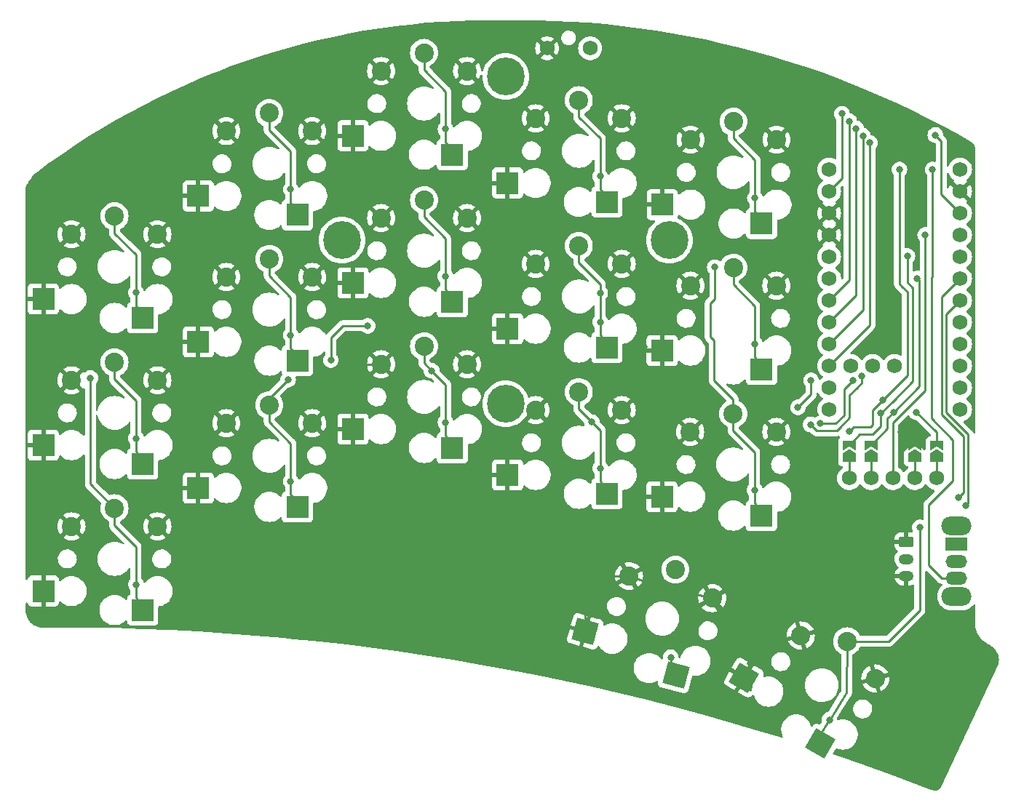
<source format=gbr>
%TF.GenerationSoftware,KiCad,Pcbnew,7.0.8*%
%TF.CreationDate,2023-10-31T13:56:59-04:00*%
%TF.ProjectId,half-swept,68616c66-2d73-4776-9570-742e6b696361,rev?*%
%TF.SameCoordinates,Original*%
%TF.FileFunction,Copper,L2,Bot*%
%TF.FilePolarity,Positive*%
%FSLAX46Y46*%
G04 Gerber Fmt 4.6, Leading zero omitted, Abs format (unit mm)*
G04 Created by KiCad (PCBNEW 7.0.8) date 2023-10-31 13:56:59*
%MOMM*%
%LPD*%
G01*
G04 APERTURE LIST*
G04 Aperture macros list*
%AMRoundRect*
0 Rectangle with rounded corners*
0 $1 Rounding radius*
0 $2 $3 $4 $5 $6 $7 $8 $9 X,Y pos of 4 corners*
0 Add a 4 corners polygon primitive as box body*
4,1,4,$2,$3,$4,$5,$6,$7,$8,$9,$2,$3,0*
0 Add four circle primitives for the rounded corners*
1,1,$1+$1,$2,$3*
1,1,$1+$1,$4,$5*
1,1,$1+$1,$6,$7*
1,1,$1+$1,$8,$9*
0 Add four rect primitives between the rounded corners*
20,1,$1+$1,$2,$3,$4,$5,0*
20,1,$1+$1,$4,$5,$6,$7,0*
20,1,$1+$1,$6,$7,$8,$9,0*
20,1,$1+$1,$8,$9,$2,$3,0*%
%AMRotRect*
0 Rectangle, with rotation*
0 The origin of the aperture is its center*
0 $1 length*
0 $2 width*
0 $3 Rotation angle, in degrees counterclockwise*
0 Add horizontal line*
21,1,$1,$2,0,0,$3*%
%AMFreePoly0*
4,1,6,1.000000,0.000000,0.500000,-0.750000,-0.500000,-0.750000,-0.500000,0.750000,0.500000,0.750000,1.000000,0.000000,1.000000,0.000000,$1*%
%AMFreePoly1*
4,1,6,0.500000,-0.750000,-0.650000,-0.750000,-0.150000,0.000000,-0.650000,0.750000,0.500000,0.750000,0.500000,-0.750000,0.500000,-0.750000,$1*%
G04 Aperture macros list end*
%TA.AperFunction,SMDPad,CuDef*%
%ADD10RotRect,2.600000X2.600000X165.000000*%
%TD*%
%TA.AperFunction,ComponentPad*%
%ADD11C,2.232000*%
%TD*%
%TA.AperFunction,ComponentPad*%
%ADD12C,1.750000*%
%TD*%
%TA.AperFunction,SMDPad,CuDef*%
%ADD13R,2.600000X2.600000*%
%TD*%
%TA.AperFunction,SMDPad,CuDef*%
%ADD14RotRect,2.600000X2.600000X150.000000*%
%TD*%
%TA.AperFunction,ComponentPad*%
%ADD15C,4.400000*%
%TD*%
%TA.AperFunction,ComponentPad*%
%ADD16C,1.752600*%
%TD*%
%TA.AperFunction,ComponentPad*%
%ADD17RoundRect,0.250000X-0.625000X0.350000X-0.625000X-0.350000X0.625000X-0.350000X0.625000X0.350000X0*%
%TD*%
%TA.AperFunction,ComponentPad*%
%ADD18O,1.750000X1.200000*%
%TD*%
%TA.AperFunction,SMDPad,CuDef*%
%ADD19FreePoly0,90.000000*%
%TD*%
%TA.AperFunction,SMDPad,CuDef*%
%ADD20FreePoly1,90.000000*%
%TD*%
%TA.AperFunction,ComponentPad*%
%ADD21O,3.500000X2.200000*%
%TD*%
%TA.AperFunction,ComponentPad*%
%ADD22R,2.500000X1.500000*%
%TD*%
%TA.AperFunction,ComponentPad*%
%ADD23O,2.500000X1.500000*%
%TD*%
%TA.AperFunction,ViaPad*%
%ADD24C,0.800000*%
%TD*%
%TA.AperFunction,Conductor*%
%ADD25C,0.250000*%
%TD*%
G04 APERTURE END LIST*
D10*
%TO.P,SW21,1,1*%
%TO.N,Switch17*%
X87959953Y-88849893D03*
D11*
X87863551Y-76556040D03*
%TO.P,SW21,2,2*%
%TO.N,gnd*%
X92149661Y-79878579D03*
X82490402Y-77290389D03*
D10*
X77372911Y-83735496D03*
%TD*%
D12*
%TO.P,RSW1,1,1*%
%TO.N,gnd*%
X72951865Y-15867504D03*
%TO.P,RSW1,2,2*%
%TO.N,reset*%
X77951865Y-15867504D03*
%TD*%
D13*
%TO.P,SW2,1,1*%
%TO.N,Switch1*%
X25901865Y-47255002D03*
D11*
X22626865Y-35405002D03*
%TO.P,SW2,2,2*%
%TO.N,gnd*%
X27626865Y-37505002D03*
X17626865Y-37505002D03*
D13*
X14351865Y-45055002D03*
%TD*%
%TO.P,SW3,1,1*%
%TO.N,Switch2*%
X43901867Y-35255002D03*
D11*
X40626867Y-23405002D03*
%TO.P,SW3,2,2*%
%TO.N,gnd*%
X45626867Y-25505002D03*
X35626867Y-25505002D03*
D13*
X32351867Y-33055002D03*
%TD*%
%TO.P,SW4,1,1*%
%TO.N,Switch3*%
X61901864Y-28255002D03*
D11*
X58626864Y-16405002D03*
%TO.P,SW4,2,2*%
%TO.N,gnd*%
X63626864Y-18505002D03*
X53626864Y-18505002D03*
D13*
X50351864Y-26055002D03*
%TD*%
%TO.P,SW5,1,1*%
%TO.N,Switch4*%
X79901865Y-33755003D03*
D11*
X76626865Y-21905003D03*
%TO.P,SW5,2,2*%
%TO.N,gnd*%
X81626865Y-24005003D03*
X71626865Y-24005003D03*
D13*
X68351865Y-31555003D03*
%TD*%
%TO.P,SW6,1,1*%
%TO.N,Switch5*%
X97901863Y-36255002D03*
D11*
X94626863Y-24405002D03*
%TO.P,SW6,2,2*%
%TO.N,gnd*%
X99626863Y-26505002D03*
X89626863Y-26505002D03*
D13*
X86351863Y-34055002D03*
%TD*%
%TO.P,SW8,1,1*%
%TO.N,Switch6*%
X25901865Y-64255002D03*
D11*
X22626865Y-52405002D03*
%TO.P,SW8,2,2*%
%TO.N,gnd*%
X27626865Y-54505002D03*
X17626865Y-54505002D03*
D13*
X14351865Y-62055002D03*
%TD*%
%TO.P,SW9,1,1*%
%TO.N,Switch7*%
X43901867Y-52229002D03*
D11*
X40626867Y-40379002D03*
%TO.P,SW9,2,2*%
%TO.N,gnd*%
X45626867Y-42479002D03*
X35626867Y-42479002D03*
D13*
X32351867Y-50029002D03*
%TD*%
%TO.P,SW10,1,1*%
%TO.N,Switch8*%
X61901866Y-45371002D03*
D11*
X58626866Y-33521002D03*
%TO.P,SW10,2,2*%
%TO.N,gnd*%
X63626866Y-35621002D03*
X53626866Y-35621002D03*
D13*
X50351866Y-43171002D03*
%TD*%
%TO.P,SW11,1,1*%
%TO.N,Switch9*%
X79901867Y-50705005D03*
D11*
X76626867Y-38855005D03*
%TO.P,SW11,2,2*%
%TO.N,gnd*%
X81626867Y-40955005D03*
X71626867Y-40955005D03*
D13*
X68351867Y-48505005D03*
%TD*%
%TO.P,SW12,1,1*%
%TO.N,Switch10*%
X97881865Y-53245002D03*
D11*
X94606865Y-41395002D03*
%TO.P,SW12,2,2*%
%TO.N,gnd*%
X99606865Y-43495002D03*
X89606865Y-43495002D03*
D13*
X86331865Y-51045002D03*
%TD*%
%TO.P,SW14,1,1*%
%TO.N,Switch11*%
X25901865Y-81254999D03*
D11*
X22626865Y-69404999D03*
%TO.P,SW14,2,2*%
%TO.N,gnd*%
X27626865Y-71504999D03*
X17626865Y-71504999D03*
D13*
X14351865Y-79054999D03*
%TD*%
%TO.P,SW15,1,1*%
%TO.N,Switch12*%
X43901864Y-69247001D03*
D11*
X40626864Y-57397001D03*
%TO.P,SW15,2,2*%
%TO.N,gnd*%
X45626864Y-59497001D03*
X35626864Y-59497001D03*
D13*
X32351864Y-67047001D03*
%TD*%
%TO.P,SW16,1,1*%
%TO.N,Switch13*%
X61901863Y-62389003D03*
D11*
X58626863Y-50539003D03*
%TO.P,SW16,2,2*%
%TO.N,gnd*%
X63626863Y-52639003D03*
X53626863Y-52639003D03*
D13*
X50351863Y-60189003D03*
%TD*%
%TO.P,SW17,1,1*%
%TO.N,Switch14*%
X79901865Y-67723005D03*
D11*
X76626865Y-55873005D03*
%TO.P,SW17,2,2*%
%TO.N,gnd*%
X81626865Y-57973005D03*
X71626865Y-57973005D03*
D13*
X68351865Y-65523005D03*
%TD*%
%TO.P,SW18,1,1*%
%TO.N,Switch15*%
X97875519Y-70263002D03*
D11*
X94600519Y-58413002D03*
%TO.P,SW18,2,2*%
%TO.N,gnd*%
X99600519Y-60513002D03*
X89600519Y-60513002D03*
D13*
X86325519Y-68063002D03*
%TD*%
D14*
%TO.P,SW20,1,1*%
%TO.N,Switch16*%
X104757752Y-96795353D03*
D11*
X107846519Y-84895452D03*
%TO.P,SW20,2,2*%
%TO.N,gnd*%
X111126646Y-89214105D03*
X102466392Y-84214105D03*
D14*
X95855159Y-89115097D03*
%TD*%
D15*
%TO.P,REF\u002A\u002A,1*%
%TO.N,N/C*%
X49076866Y-38205003D03*
X68126866Y-19155003D03*
X68126866Y-57255003D03*
X87176866Y-38205003D03*
%TD*%
D16*
%TO.P,U1,1,TX0/P0.06*%
%TO.N,nv_cs*%
X105756864Y-29971752D03*
%TO.P,U1,2,RX1/P0.08*%
%TO.N,Switch1*%
X105756864Y-32511752D03*
%TO.P,U1,3,GND*%
%TO.N,gnd*%
X105756864Y-35051752D03*
%TO.P,U1,4,GND*%
X105756864Y-37591752D03*
%TO.P,U1,5,P0.17*%
%TO.N,mosi*%
X105756864Y-40131752D03*
%TO.P,U1,6,P0.20*%
%TO.N,sck*%
X105756864Y-42671752D03*
%TO.P,U1,7,P0.22*%
%TO.N,Switch2*%
X105756864Y-45211752D03*
%TO.P,U1,8,P0.24*%
%TO.N,Switch3*%
X105756864Y-47751752D03*
%TO.P,U1,9,P1.00*%
%TO.N,Switch4*%
X105756864Y-50291752D03*
%TO.P,U1,10,P0.11*%
%TO.N,Switch5*%
X105756864Y-52831752D03*
%TO.P,U1,11,P1.04*%
%TO.N,Switch6*%
X105756864Y-55371752D03*
%TO.P,U1,12,P1.06*%
%TO.N,Switch7*%
X105756864Y-57911752D03*
%TO.P,U1,13,NFC1/P0.09*%
%TO.N,Switch11*%
X120996864Y-57911752D03*
%TO.P,U1,14,NFC2/P0.10*%
%TO.N,Switch12*%
X120996864Y-55371752D03*
%TO.P,U1,15,P1.11*%
%TO.N,Switch13*%
X120996864Y-52831752D03*
%TO.P,U1,16,P1.13*%
%TO.N,Switch14*%
X120996864Y-50291752D03*
%TO.P,U1,17,P1.15*%
%TO.N,Switch15*%
X120996864Y-47751752D03*
%TO.P,U1,18,AIN0/P0.02*%
%TO.N,Switch16*%
X120996864Y-45211752D03*
%TO.P,U1,19,AIN5/P0.29*%
%TO.N,Switch17*%
X120996864Y-42671752D03*
%TO.P,U1,20,AIN7/P0.31*%
%TO.N,unconnected-(U1-AIN7{slash}P0.31-Pad20)*%
X120996864Y-40131752D03*
%TO.P,U1,21,VCC*%
%TO.N,vcc*%
X120996864Y-37591752D03*
%TO.P,U1,22,RST*%
%TO.N,reset*%
X120996864Y-35051752D03*
%TO.P,U1,23,GND*%
%TO.N,gnd*%
X120996864Y-32511752D03*
%TO.P,U1,24,BATIN/P0.04*%
%TO.N,raw*%
X120996864Y-29971752D03*
%TO.P,U1,31,P1.01*%
%TO.N,Switch8*%
X108296864Y-52831752D03*
%TO.P,U1,32,P1.02*%
%TO.N,Switch9*%
X110836864Y-52831752D03*
%TO.P,U1,33,P1.07*%
%TO.N,Switch10*%
X113376864Y-52831752D03*
%TD*%
D17*
%TO.P,J1,1,Pin_1*%
%TO.N,gnd*%
X114733066Y-73312291D03*
D18*
%TO.P,J1,2,Pin_2*%
%TO.N,Net-(J1-Pin_2)*%
X114733066Y-75312291D03*
%TO.P,J1,3,Pin_3*%
%TO.N,gnd*%
X114733066Y-77312291D03*
%TD*%
D16*
%TO.P,Display1,1,MOSI*%
%TO.N,Net-(Display1-MOSI)*%
X108073066Y-65902292D03*
%TO.P,Display1,2,SCK*%
%TO.N,Net-(Display1-SCK)*%
X110613066Y-65902292D03*
%TO.P,Display1,3,VCC*%
%TO.N,vcc*%
X113153066Y-65902292D03*
%TO.P,Display1,4,GND*%
%TO.N,Net-(Display1-GND)*%
X115693066Y-65902292D03*
%TO.P,Display1,5,CS*%
%TO.N,Net-(Display1-CS)*%
X118233066Y-65902292D03*
%TD*%
D19*
%TO.P,JP2,1,A*%
%TO.N,Net-(Display1-GND)*%
X115710000Y-63515000D03*
D20*
%TO.P,JP2,2,B*%
%TO.N,gnd*%
X115710000Y-62065000D03*
%TD*%
D21*
%TO.P,SW7,*%
%TO.N,*%
X120590000Y-71470000D03*
X120590000Y-79670000D03*
D22*
%TO.P,SW7,1,A*%
%TO.N,unconnected-(SW7-A-Pad1)*%
X120590000Y-73570000D03*
D23*
%TO.P,SW7,2,B*%
%TO.N,Net-(J1-Pin_2)*%
X120590000Y-75570000D03*
%TO.P,SW7,3,C*%
%TO.N,raw*%
X120590000Y-77570000D03*
%TD*%
D19*
%TO.P,JP1,1,A*%
%TO.N,Net-(Display1-CS)*%
X118230000Y-63515000D03*
D20*
%TO.P,JP1,2,B*%
%TO.N,nv_cs*%
X118230000Y-62065000D03*
%TD*%
D19*
%TO.P,JP4,1,A*%
%TO.N,Net-(Display1-MOSI)*%
X108070000Y-63515000D03*
D20*
%TO.P,JP4,2,B*%
%TO.N,mosi*%
X108070000Y-62065000D03*
%TD*%
D19*
%TO.P,JP3,1,A*%
%TO.N,Net-(Display1-SCK)*%
X110620000Y-63515000D03*
D20*
%TO.P,JP3,2,B*%
%TO.N,sck*%
X110620000Y-62065000D03*
%TD*%
D24*
%TO.N,Switch17*%
X87330000Y-86750000D03*
%TO.N,Switch16*%
X105793985Y-94043985D03*
%TO.N,gnd*%
X49140000Y-52160000D03*
X114090000Y-60510000D03*
X102180000Y-53380000D03*
X84210000Y-50670000D03*
%TO.N,vcc*%
X116931752Y-37591752D03*
%TO.N,reset*%
X118113067Y-25972291D03*
%TO.N,Switch1*%
X107252928Y-23482060D03*
X25119267Y-44279580D03*
%TO.N,Switch2*%
X43119268Y-32269579D03*
X108092929Y-24362060D03*
%TO.N,Switch3*%
X61123066Y-25272293D03*
X108882928Y-25202061D03*
%TO.N,Switch4*%
X79118278Y-30768056D03*
X109692929Y-26042060D03*
%TO.N,Switch5*%
X97118416Y-33268709D03*
X110482928Y-26882060D03*
%TO.N,Switch6*%
X25119269Y-61269580D03*
%TO.N,Switch7*%
X43118851Y-49238570D03*
%TO.N,Switch8*%
X61119268Y-42389580D03*
%TO.N,Switch9*%
X79119254Y-44365734D03*
X79119254Y-47719574D03*
%TO.N,Switch10*%
X97097529Y-50258044D03*
%TO.N,Switch11*%
X25119268Y-78279582D03*
X19802928Y-54232060D03*
X52072928Y-48172060D03*
X47782928Y-52162061D03*
%TO.N,Switch12*%
X42812929Y-54442060D03*
X102132928Y-57672060D03*
X43119083Y-66269403D03*
X103652928Y-54532061D03*
%TO.N,Switch13*%
X104752929Y-59552061D03*
X59504796Y-53390193D03*
X61120574Y-59405974D03*
X108542928Y-54532060D03*
%TO.N,Switch14*%
X79119267Y-64739580D03*
X109582929Y-54052061D03*
X103582928Y-59662060D03*
X78152338Y-59372650D03*
%TO.N,Switch15*%
X97088438Y-67279342D03*
X92452928Y-41342061D03*
%TO.N,Switch16*%
X116302928Y-71642061D03*
X121680000Y-69090000D03*
%TO.N,gnd*%
X96569190Y-87493502D03*
%TO.N,Switch17*%
X120840000Y-68160000D03*
%TO.N,raw*%
X117790000Y-29970000D03*
%TO.N,mosi*%
X114870000Y-40050000D03*
X111780000Y-58330000D03*
%TO.N,sck*%
X113250000Y-58220000D03*
X116010000Y-42660000D03*
%TO.N,nv_cs*%
X108070000Y-60480000D03*
X113940000Y-29970000D03*
X115890000Y-58220000D03*
X111980000Y-56830000D03*
%TD*%
D25*
%TO.N,gnd*%
X96569190Y-84298108D02*
X96569190Y-87493502D01*
X92149661Y-79878579D02*
X96569190Y-84298108D01*
X86350000Y-78560000D02*
X92149661Y-79878579D01*
X82490402Y-77290389D02*
X86350000Y-78560000D01*
X77372911Y-80337089D02*
X77372911Y-83735496D01*
X80419611Y-77290389D02*
X77372911Y-80337089D01*
X82490402Y-77290389D02*
X80419611Y-77290389D01*
%TO.N,Switch17*%
X87330000Y-88219940D02*
X87959953Y-88849893D01*
X87330000Y-86750000D02*
X87330000Y-88219940D01*
%TO.N,Switch16*%
X105793985Y-94043985D02*
X105651300Y-94271300D01*
X107780000Y-90880000D02*
X105793985Y-94043985D01*
X105651300Y-94271300D02*
X104757752Y-95694841D01*
X107846519Y-84895452D02*
X107780000Y-90880000D01*
X104757752Y-95694841D02*
X104757752Y-96795353D01*
X112687476Y-84895452D02*
X116302928Y-81280000D01*
X107846519Y-84895452D02*
X112687476Y-84895452D01*
X116302928Y-71642061D02*
X116302928Y-81280000D01*
%TO.N,gnd*%
X102190000Y-53370000D02*
X102180000Y-53380000D01*
X102190000Y-46078137D02*
X102190000Y-51940000D01*
X115645000Y-62065000D02*
X114090000Y-60510000D01*
X49619003Y-52639003D02*
X49140000Y-52160000D01*
X115710000Y-62065000D02*
X115645000Y-62065000D01*
X84585002Y-51045002D02*
X84210000Y-50670000D01*
X86331865Y-51045002D02*
X84585002Y-51045002D01*
X99606865Y-43495002D02*
X102190000Y-46078137D01*
X53626863Y-52639003D02*
X49619003Y-52639003D01*
X102190000Y-51940000D02*
X102190000Y-53370000D01*
%TO.N,vcc*%
X113153066Y-65902292D02*
X113153066Y-59476934D01*
X116931752Y-55698248D02*
X116931752Y-37591752D01*
X113153066Y-59476934D02*
X116931752Y-55698248D01*
%TO.N,Net-(Display1-MOSI)*%
X108073066Y-65902292D02*
X108073066Y-63518066D01*
X108073066Y-63518066D02*
X108070000Y-63515000D01*
%TO.N,reset*%
X120996864Y-35051752D02*
X118800000Y-32854888D01*
X118800000Y-26659224D02*
X118113067Y-25972291D01*
X118800000Y-32854888D02*
X118800000Y-26659224D01*
%TO.N,Switch1*%
X25898064Y-46648378D02*
X25119268Y-45869581D01*
X25898067Y-47262290D02*
X25898064Y-46648378D01*
X22623066Y-37383380D02*
X22623065Y-35412291D01*
X107252928Y-31015688D02*
X107252928Y-30877072D01*
X25119269Y-39879581D02*
X22623066Y-37383380D01*
X25119268Y-45869581D02*
X25119267Y-44279580D01*
X105756864Y-32511752D02*
X107252928Y-31015688D01*
X25119267Y-44279580D02*
X25119269Y-39879581D01*
X107252928Y-30877072D02*
X107252928Y-23482060D01*
%TO.N,Switch2*%
X43898065Y-35252290D02*
X43898067Y-34638379D01*
X43898067Y-34638379D02*
X43119269Y-33859582D01*
X43119268Y-32269579D02*
X43119269Y-27869581D01*
X105756864Y-45211752D02*
X108092928Y-42875688D01*
X43119269Y-27869581D02*
X40623065Y-25373380D01*
X40623065Y-25373380D02*
X40623066Y-23402292D01*
X43119269Y-33859582D02*
X43119268Y-32269579D01*
X108092928Y-42875688D02*
X108092929Y-24362060D01*
%TO.N,Switch3*%
X61901864Y-27641087D02*
X61123066Y-26862292D01*
X61123067Y-20872291D02*
X58626864Y-18376090D01*
X61901865Y-28255002D02*
X61901864Y-27641087D01*
X105756864Y-47751753D02*
X108882928Y-44625689D01*
X61123066Y-25272293D02*
X61123067Y-20872291D01*
X61123066Y-26862292D02*
X61123066Y-25272293D01*
X58626864Y-18376090D02*
X58626864Y-16405002D01*
X108882928Y-44625689D02*
X108882928Y-25202061D01*
%TO.N,Switch4*%
X79118279Y-26368057D02*
X76622078Y-23871856D01*
X109692928Y-46355688D02*
X109692929Y-26042060D01*
X105756864Y-50291752D02*
X109692928Y-46355688D01*
X79897077Y-33750768D02*
X79897076Y-33136856D01*
X79897076Y-33136856D02*
X79118279Y-32358056D01*
X79118278Y-30768056D02*
X79118279Y-26368057D01*
X79118279Y-32358056D02*
X79118278Y-30768056D01*
X76622078Y-23871856D02*
X76622078Y-21900768D01*
%TO.N,Switch5*%
X97118416Y-33268709D02*
X97118418Y-28868709D01*
X97897216Y-35637507D02*
X97118417Y-34858710D01*
X97897215Y-36251421D02*
X97897216Y-35637507D01*
X94622215Y-26372507D02*
X94622215Y-24401420D01*
X97118417Y-34858710D02*
X97118416Y-33268709D01*
X97118418Y-28868709D02*
X94622215Y-26372507D01*
X105756864Y-52831753D02*
X110482929Y-48105688D01*
X110482929Y-48105688D02*
X110482928Y-26882060D01*
%TO.N,Switch6*%
X22623067Y-54373378D02*
X22623066Y-52402292D01*
X25119269Y-62859579D02*
X25119269Y-61269580D01*
X25898066Y-63638379D02*
X25119269Y-62859579D01*
X25898065Y-64252290D02*
X25898066Y-63638379D01*
X25119269Y-61269580D02*
X25119268Y-56869581D01*
X25119268Y-56869581D02*
X22623067Y-54373378D01*
%TO.N,Switch7*%
X43897649Y-51607370D02*
X43118851Y-50828571D01*
X43118852Y-44838571D02*
X40622650Y-42342370D01*
X40622650Y-42342370D02*
X40622650Y-40371282D01*
X43118851Y-49238570D02*
X43118852Y-44838571D01*
X43897650Y-52221283D02*
X43897649Y-51607370D01*
X43118851Y-50828571D02*
X43118851Y-49238570D01*
%TO.N,Switch8*%
X61898065Y-44758379D02*
X61119267Y-43979580D01*
X58623066Y-35493378D02*
X58623066Y-33522291D01*
X61119268Y-42389580D02*
X61119268Y-37989580D01*
X61119268Y-37989580D02*
X58623066Y-35493378D01*
X61898067Y-45372292D02*
X61898065Y-44758379D01*
X61119267Y-43979580D02*
X61119268Y-42389580D01*
%TO.N,Switch9*%
X76623051Y-40823370D02*
X76623052Y-38852285D01*
X79898052Y-50088371D02*
X79119253Y-49309573D01*
X79119254Y-47719574D02*
X79119254Y-44365734D01*
X79898053Y-50702286D02*
X79898052Y-50088371D01*
X79119253Y-49309573D02*
X79119254Y-47719574D01*
X79119254Y-44365734D02*
X79119254Y-43319573D01*
X79119254Y-43319573D02*
X76623051Y-40823370D01*
%TO.N,Switch10*%
X97097530Y-45858046D02*
X94601327Y-43361842D01*
X97097529Y-50258044D02*
X97097530Y-45858046D01*
X97876328Y-53240755D02*
X97876328Y-52626842D01*
X97097531Y-51848044D02*
X97097529Y-50258044D01*
X94601327Y-43361842D02*
X94601328Y-41390754D01*
X97876328Y-52626842D02*
X97097531Y-51848044D01*
%TO.N,Switch11*%
X22623065Y-71383379D02*
X22623065Y-69412291D01*
X25119268Y-73879580D02*
X22623065Y-71383379D01*
X48312929Y-49032061D02*
X47782928Y-49562060D01*
X25119268Y-78279582D02*
X25119268Y-73879580D01*
X25119268Y-79869581D02*
X25119268Y-78279582D01*
X22626866Y-69405000D02*
X19802928Y-66581063D01*
X19802928Y-66581063D02*
X19802928Y-54232060D01*
X49172928Y-48172060D02*
X48312929Y-49032061D01*
X52072928Y-48172060D02*
X49172928Y-48172060D01*
X25898067Y-81262291D02*
X25898067Y-80648379D01*
X25898067Y-80648379D02*
X25119268Y-79869581D01*
X47782928Y-49562060D02*
X47782928Y-52162061D01*
%TO.N,Switch12*%
X40626864Y-56628125D02*
X40626864Y-57397001D01*
X103652928Y-56152060D02*
X102132928Y-57672060D01*
X42812929Y-54442060D02*
X40626864Y-56628125D01*
X40622882Y-59373200D02*
X40622883Y-57402114D01*
X43119082Y-61869403D02*
X40622882Y-59373200D01*
X43119083Y-66269403D02*
X43119082Y-61869403D01*
X43119085Y-67859401D02*
X43119083Y-66269403D01*
X43897881Y-68638200D02*
X43119085Y-67859401D01*
X43897882Y-69252113D02*
X43897881Y-68638200D01*
X103652928Y-54532061D02*
X103652928Y-56152060D01*
%TO.N,Switch13*%
X58624372Y-52509772D02*
X58624373Y-50538685D01*
X61120574Y-60995972D02*
X61120574Y-59405974D01*
X108542928Y-54532060D02*
X107502929Y-55572060D01*
X107502929Y-55572060D02*
X107502929Y-58552060D01*
X61120575Y-55005972D02*
X59504796Y-53390193D01*
X61899372Y-62388682D02*
X61899373Y-61774769D01*
X61899373Y-61774769D02*
X61120574Y-60995972D01*
X61120574Y-59405974D02*
X61120575Y-55005972D01*
X107502929Y-58552060D02*
X106502929Y-59552060D01*
X59504796Y-53390193D02*
X58624372Y-52509772D01*
X106502929Y-59552060D02*
X104752929Y-59552061D01*
%TO.N,Switch14*%
X79898067Y-67108379D02*
X79119269Y-66329582D01*
X79119267Y-64739580D02*
X79119269Y-60339582D01*
X79898067Y-67722291D02*
X79898067Y-67108379D01*
X109582929Y-54052061D02*
X109582929Y-54802060D01*
X76623066Y-57843380D02*
X76623065Y-55872292D01*
X79119269Y-60339582D02*
X78152338Y-59372650D01*
X109022929Y-55362061D02*
X108132928Y-56252061D01*
X78152338Y-59372650D02*
X76623066Y-57843380D01*
X104292928Y-60372060D02*
X103582928Y-59662060D01*
X108132928Y-57522060D02*
X108132928Y-58882061D01*
X79119269Y-66329582D02*
X79119267Y-64739580D01*
X109582929Y-54802060D02*
X109022929Y-55362061D01*
X108132928Y-56252061D02*
X108132928Y-57522060D01*
X106642928Y-60372060D02*
X104482928Y-60372060D01*
X108132928Y-58882061D02*
X107022929Y-59992061D01*
X107022929Y-59992061D02*
X106642928Y-60372060D01*
X104482928Y-60372060D02*
X104292928Y-60372060D01*
%TO.N,Switch15*%
X91912928Y-49452060D02*
X92372928Y-49912060D01*
X94600519Y-56729652D02*
X94600520Y-58413003D01*
X92372928Y-49912060D02*
X92372928Y-54502060D01*
X94592236Y-60383141D02*
X94592234Y-58412054D01*
X97867235Y-70262053D02*
X97867235Y-69648141D01*
X97088438Y-67279342D02*
X97088438Y-62879342D01*
X97088438Y-62879342D02*
X94592236Y-60383141D01*
X91912928Y-45582060D02*
X91912928Y-49452060D01*
X97867235Y-69648141D02*
X97088436Y-68869341D01*
X92372928Y-54502060D02*
X94600519Y-56729652D01*
X97088436Y-68869341D02*
X97088438Y-67279342D01*
X92452928Y-41342061D02*
X92452929Y-45042060D01*
X92452929Y-45042060D02*
X91912928Y-45582060D01*
%TO.N,Switch16*%
X119362928Y-46845688D02*
X119362929Y-49202060D01*
X121922928Y-68847072D02*
X121680000Y-69090000D01*
X119362928Y-58262928D02*
X121922928Y-60822928D01*
X121922928Y-60822928D02*
X121922928Y-68847072D01*
X120996864Y-45211753D02*
X119362928Y-46845688D01*
X119362929Y-49202060D02*
X119362928Y-58262928D01*
%TO.N,Switch17*%
X121410000Y-67590000D02*
X120840000Y-68160000D01*
%TO.N,gnd*%
X96708361Y-89983152D02*
X96157665Y-89029322D01*
%TO.N,Switch17*%
X118870434Y-58530434D02*
X121410000Y-61070000D01*
%TO.N,gnd*%
X96549468Y-90576145D02*
X96708361Y-89983152D01*
%TO.N,Switch17*%
X121410000Y-61070000D02*
X121410000Y-66720000D01*
X118870434Y-44798182D02*
X118870434Y-58530434D01*
X120996864Y-42671752D02*
X118870434Y-44798182D01*
%TO.N,gnd*%
X96157665Y-89029322D02*
X96569190Y-87493502D01*
%TO.N,Switch17*%
X121410000Y-66720000D02*
X121410000Y-67590000D01*
%TO.N,raw*%
X117353065Y-76043065D02*
X118880000Y-77570000D01*
X120170000Y-66200000D02*
X117353065Y-69016935D01*
X120590000Y-77570000D02*
X118880000Y-77570000D01*
X117790000Y-42460000D02*
X117660000Y-42590000D01*
X117790000Y-29970000D02*
X117790000Y-42460000D01*
X117353065Y-69016935D02*
X117353065Y-76043065D01*
X117660000Y-42590000D02*
X117660000Y-58970000D01*
X120170000Y-61480000D02*
X120170000Y-66200000D01*
X117660000Y-58970000D02*
X120170000Y-61480000D01*
%TO.N,mosi*%
X115490000Y-43740000D02*
X114870000Y-43120000D01*
X114870000Y-43120000D02*
X114870000Y-40050000D01*
X108070000Y-62065000D02*
X108070000Y-62060000D01*
X113250000Y-56860000D02*
X115490000Y-54620000D01*
X111780000Y-59830000D02*
X111780000Y-58330000D01*
X115490000Y-54620000D02*
X115490000Y-52340000D01*
X111780000Y-58330000D02*
X113250000Y-56860000D01*
X109320000Y-60810000D02*
X110800000Y-60810000D01*
X115490000Y-52340000D02*
X115490000Y-43740000D01*
X110800000Y-60810000D02*
X111780000Y-59830000D01*
X108070000Y-62060000D02*
X109320000Y-60810000D01*
%TO.N,sck*%
X116230000Y-52310000D02*
X116230000Y-42880000D01*
X113250000Y-58220000D02*
X116230000Y-55240000D01*
X112540000Y-60145000D02*
X110620000Y-62065000D01*
X116230000Y-55240000D02*
X116230000Y-52310000D01*
X112540000Y-58930000D02*
X112540000Y-60145000D01*
X116230000Y-42880000D02*
X116010000Y-42660000D01*
X113250000Y-58220000D02*
X112540000Y-58930000D01*
%TO.N,nv_cs*%
X114860000Y-53400000D02*
X114860000Y-44210000D01*
X111980000Y-56830000D02*
X114860000Y-53950000D01*
X114860000Y-44210000D02*
X114220000Y-43570000D01*
X118230000Y-62065000D02*
X118230000Y-60560000D01*
X114220000Y-43570000D02*
X113940000Y-43290000D01*
X110830000Y-57980000D02*
X111980000Y-56830000D01*
X108580000Y-59970000D02*
X110540000Y-59970000D01*
X110830000Y-59680000D02*
X110830000Y-57980000D01*
X108070000Y-60480000D02*
X108580000Y-59970000D01*
X118230000Y-60560000D02*
X115890000Y-58220000D01*
X114860000Y-53950000D02*
X114860000Y-53400000D01*
X110540000Y-59970000D02*
X110830000Y-59680000D01*
X113940000Y-43290000D02*
X113940000Y-29970000D01*
%TO.N,Net-(Display1-SCK)*%
X110613066Y-63521934D02*
X110620000Y-63515000D01*
X110613066Y-65902292D02*
X110613066Y-63521934D01*
%TO.N,Net-(Display1-GND)*%
X115693066Y-63526934D02*
X115710000Y-63510000D01*
X115693066Y-65902292D02*
X115693066Y-63526934D01*
%TO.N,Net-(Display1-CS)*%
X118233066Y-65902292D02*
X118233066Y-63518066D01*
X118233066Y-63518066D02*
X118230000Y-63515000D01*
%TD*%
%TA.AperFunction,Conductor*%
%TO.N,gnd*%
G36*
X117144940Y-76731298D02*
G01*
X117151523Y-76737427D01*
X118372753Y-77958657D01*
X118382720Y-77971097D01*
X118382947Y-77970910D01*
X118387999Y-77977017D01*
X118439095Y-78024999D01*
X118460225Y-78046130D01*
X118465768Y-78050430D01*
X118470281Y-78054285D01*
X118504679Y-78086586D01*
X118504680Y-78086586D01*
X118504682Y-78086588D01*
X118522429Y-78096344D01*
X118538959Y-78107202D01*
X118554959Y-78119613D01*
X118586136Y-78133104D01*
X118598251Y-78138347D01*
X118603585Y-78140959D01*
X118644940Y-78163695D01*
X118664562Y-78168733D01*
X118683263Y-78175135D01*
X118695814Y-78180567D01*
X118701852Y-78183180D01*
X118701853Y-78183180D01*
X118701855Y-78183181D01*
X118748477Y-78190564D01*
X118754262Y-78191763D01*
X118799970Y-78203500D01*
X118820224Y-78203500D01*
X118839934Y-78205051D01*
X118855599Y-78207532D01*
X118919752Y-78237944D01*
X118957279Y-78298212D01*
X118956266Y-78369201D01*
X118917720Y-78427792D01*
X118799102Y-78529102D01*
X118634671Y-78721625D01*
X118502383Y-78937499D01*
X118405494Y-79171410D01*
X118365635Y-79337439D01*
X118346391Y-79417597D01*
X118326526Y-79670000D01*
X118345128Y-79906361D01*
X118346391Y-79922402D01*
X118405494Y-80168589D01*
X118493881Y-80381973D01*
X118502384Y-80402502D01*
X118634672Y-80618376D01*
X118799102Y-80810898D01*
X118991624Y-80975328D01*
X119207498Y-81107616D01*
X119441409Y-81204505D01*
X119687597Y-81263609D01*
X119840658Y-81275655D01*
X119876798Y-81278500D01*
X119876801Y-81278500D01*
X121303202Y-81278500D01*
X121337177Y-81275825D01*
X121492403Y-81263609D01*
X121738591Y-81204505D01*
X121972502Y-81107616D01*
X122188376Y-80975328D01*
X122380898Y-80810898D01*
X122541555Y-80622793D01*
X122601005Y-80583985D01*
X122671999Y-80583479D01*
X122731998Y-80621435D01*
X122761951Y-80685803D01*
X122763365Y-80704625D01*
X122763365Y-83285140D01*
X122763160Y-83290217D01*
X122762078Y-83303606D01*
X122764294Y-83314749D01*
X122766867Y-83322695D01*
X122797101Y-83449825D01*
X122797102Y-83449828D01*
X122890116Y-83719864D01*
X122890118Y-83719869D01*
X122890119Y-83719871D01*
X123009181Y-83979462D01*
X123009188Y-83979475D01*
X123153150Y-84226124D01*
X123153154Y-84226130D01*
X123153156Y-84226133D01*
X123320641Y-84457477D01*
X123496503Y-84656005D01*
X123510015Y-84671259D01*
X123510029Y-84671274D01*
X123719470Y-84865437D01*
X123931231Y-85026172D01*
X123946966Y-85038115D01*
X124190310Y-85187631D01*
X124294963Y-85238535D01*
X124298727Y-85241084D01*
X124311841Y-85247000D01*
X124311842Y-85247001D01*
X124317586Y-85249592D01*
X124321146Y-85251335D01*
X124540896Y-85367610D01*
X124547649Y-85371746D01*
X124721505Y-85493900D01*
X124749439Y-85513527D01*
X124755626Y-85518483D01*
X124938030Y-85684460D01*
X124943548Y-85690154D01*
X125103690Y-85877715D01*
X125108447Y-85884053D01*
X125235007Y-86076846D01*
X125243785Y-86090217D01*
X125247710Y-86097105D01*
X125356113Y-86318629D01*
X125359143Y-86325955D01*
X125438891Y-86559321D01*
X125440978Y-86566969D01*
X125490815Y-86808497D01*
X125491926Y-86816347D01*
X125511065Y-87062225D01*
X125511182Y-87070152D01*
X125499316Y-87316483D01*
X125498438Y-87324362D01*
X125458299Y-87552804D01*
X125448288Y-87584477D01*
X118771404Y-101828724D01*
X118761028Y-101846798D01*
X118678323Y-101966676D01*
X118662124Y-101985774D01*
X118558623Y-102085694D01*
X118538969Y-102101209D01*
X118417760Y-102178684D01*
X118395425Y-102190008D01*
X118261284Y-102241984D01*
X118237151Y-102248666D01*
X118095384Y-102273088D01*
X118070406Y-102274866D01*
X117926607Y-102270771D01*
X117901770Y-102267574D01*
X117761622Y-102235122D01*
X117737909Y-102227077D01*
X117615817Y-102171583D01*
X117608480Y-102167046D01*
X117603096Y-102164978D01*
X117588685Y-102158080D01*
X117572877Y-102153372D01*
X116051576Y-101568976D01*
X112957586Y-100421512D01*
X109850471Y-99310083D01*
X106730648Y-98234839D01*
X106276736Y-98084277D01*
X106218377Y-98043845D01*
X106191141Y-97978281D01*
X106203675Y-97908399D01*
X106207270Y-97901712D01*
X106490901Y-97410449D01*
X106542281Y-97361459D01*
X106611995Y-97348023D01*
X106646049Y-97356161D01*
X106834230Y-97430017D01*
X107090016Y-97488399D01*
X107242055Y-97499792D01*
X107286149Y-97503097D01*
X107286152Y-97503097D01*
X107417143Y-97503097D01*
X107458162Y-97500022D01*
X107613276Y-97488399D01*
X107869062Y-97430017D01*
X108113289Y-97334165D01*
X108113291Y-97334163D01*
X108113293Y-97334163D01*
X108243548Y-97258960D01*
X108340503Y-97202983D01*
X108545627Y-97039402D01*
X108724079Y-96847076D01*
X108871874Y-96630301D01*
X108985709Y-96393920D01*
X108985712Y-96393911D01*
X109063041Y-96143216D01*
X109066935Y-96117383D01*
X109102146Y-95883779D01*
X109102146Y-95621415D01*
X109063042Y-95361982D01*
X109063041Y-95361980D01*
X109063041Y-95361977D01*
X108985712Y-95111282D01*
X108985707Y-95111269D01*
X108937500Y-95011167D01*
X108871874Y-94874893D01*
X108871872Y-94874890D01*
X108871868Y-94874883D01*
X108738841Y-94679770D01*
X108724079Y-94658118D01*
X108545627Y-94465792D01*
X108340503Y-94302211D01*
X108340498Y-94302208D01*
X108340499Y-94302208D01*
X108113293Y-94171030D01*
X108113285Y-94171027D01*
X107869065Y-94075178D01*
X107869063Y-94075177D01*
X107613278Y-94016795D01*
X107417143Y-94002097D01*
X107417140Y-94002097D01*
X107286152Y-94002097D01*
X107286149Y-94002097D01*
X107234280Y-94005984D01*
X107090016Y-94016795D01*
X107090011Y-94016795D01*
X107090011Y-94016796D01*
X106852157Y-94071084D01*
X106781294Y-94066742D01*
X106724027Y-94024777D01*
X106698810Y-93961415D01*
X106688294Y-93861361D01*
X106701066Y-93791527D01*
X106706880Y-93781217D01*
X107384075Y-92702355D01*
X108554501Y-92702355D01*
X108564509Y-92912450D01*
X108564511Y-92912463D01*
X108614099Y-93116867D01*
X108614101Y-93116873D01*
X108701480Y-93308207D01*
X108823490Y-93479546D01*
X108975722Y-93624699D01*
X108975724Y-93624700D01*
X108975726Y-93624702D01*
X109049993Y-93672430D01*
X109152673Y-93738418D01*
X109347947Y-93816595D01*
X109554488Y-93856402D01*
X109554492Y-93856402D01*
X109712125Y-93856402D01*
X109712127Y-93856402D01*
X109869048Y-93841418D01*
X110070870Y-93782158D01*
X110257829Y-93685773D01*
X110423169Y-93555749D01*
X110560914Y-93396783D01*
X110666085Y-93214621D01*
X110734881Y-93015848D01*
X110764816Y-92807647D01*
X110759800Y-92702355D01*
X110754808Y-92597553D01*
X110754807Y-92597548D01*
X110754807Y-92597543D01*
X110705217Y-92393131D01*
X110617838Y-92201797D01*
X110495828Y-92030458D01*
X110343596Y-91885305D01*
X110343593Y-91885303D01*
X110343591Y-91885301D01*
X110166647Y-91771587D01*
X109971375Y-91693410D01*
X109971371Y-91693409D01*
X109930062Y-91685447D01*
X109764834Y-91653602D01*
X109764830Y-91653602D01*
X109607191Y-91653602D01*
X109607189Y-91653602D01*
X109607171Y-91653603D01*
X109450280Y-91668584D01*
X109450265Y-91668587D01*
X109248453Y-91727844D01*
X109248446Y-91727847D01*
X109061491Y-91824229D01*
X108896148Y-91954255D01*
X108758404Y-92113221D01*
X108758403Y-92113222D01*
X108758402Y-92113222D01*
X108653233Y-92295382D01*
X108653230Y-92295387D01*
X108584439Y-92494148D01*
X108584435Y-92494163D01*
X108554501Y-92702355D01*
X107384075Y-92702355D01*
X108275113Y-91282814D01*
X108290944Y-91262537D01*
X108292383Y-91261039D01*
X108323723Y-91205501D01*
X108325219Y-91202990D01*
X108337745Y-91183036D01*
X108342956Y-91171816D01*
X108345222Y-91167406D01*
X108371043Y-91121649D01*
X108371042Y-91121649D01*
X108371046Y-91121644D01*
X108374779Y-91107741D01*
X108382194Y-91087347D01*
X108388252Y-91074308D01*
X108397843Y-91022637D01*
X108398932Y-91017832D01*
X108412571Y-90967066D01*
X108412730Y-90952686D01*
X108414839Y-90931083D01*
X108417466Y-90916937D01*
X108413905Y-90864502D01*
X108413765Y-90859551D01*
X108432054Y-89214105D01*
X109497624Y-89214105D01*
X109510998Y-89384054D01*
X110394286Y-89147378D01*
X110387894Y-89257132D01*
X110417730Y-89426341D01*
X110485784Y-89584107D01*
X110525925Y-89638026D01*
X109642486Y-89874743D01*
X109675178Y-89953666D01*
X109808739Y-90171618D01*
X109974753Y-90365997D01*
X110169132Y-90532011D01*
X110387086Y-90665574D01*
X110623252Y-90763397D01*
X110871811Y-90823070D01*
X111126646Y-90843126D01*
X111296596Y-90829750D01*
X111060628Y-89949105D01*
X111169458Y-89949105D01*
X111297303Y-89934162D01*
X111458759Y-89875397D01*
X111550609Y-89814985D01*
X111787284Y-90698263D01*
X111866200Y-90665577D01*
X112084159Y-90532011D01*
X112278538Y-90365997D01*
X112444552Y-90171618D01*
X112578115Y-89953664D01*
X112675938Y-89717498D01*
X112735611Y-89468939D01*
X112755667Y-89214104D01*
X112742291Y-89044153D01*
X111859005Y-89280828D01*
X111865398Y-89171078D01*
X111835562Y-89001869D01*
X111767508Y-88844103D01*
X111727365Y-88790181D01*
X112610804Y-88553465D01*
X112578115Y-88474545D01*
X112444552Y-88256591D01*
X112278538Y-88062212D01*
X112084159Y-87896198D01*
X111866205Y-87762635D01*
X111630039Y-87664812D01*
X111381480Y-87605139D01*
X111126645Y-87585083D01*
X110956694Y-87598458D01*
X111192663Y-88479105D01*
X111083834Y-88479105D01*
X110955989Y-88494048D01*
X110794533Y-88552813D01*
X110702680Y-88613225D01*
X110466006Y-87729945D01*
X110387086Y-87762635D01*
X110169132Y-87896198D01*
X109974753Y-88062212D01*
X109808739Y-88256591D01*
X109675176Y-88474545D01*
X109577353Y-88710711D01*
X109517680Y-88959270D01*
X109497624Y-89214105D01*
X108432054Y-89214105D01*
X108462428Y-86481471D01*
X108483186Y-86413578D01*
X108537355Y-86367685D01*
X108540162Y-86366481D01*
X108586307Y-86347368D01*
X108804329Y-86213764D01*
X108998766Y-86047699D01*
X109164831Y-85853262D01*
X109298435Y-85635240D01*
X109310242Y-85606734D01*
X109354788Y-85551454D01*
X109422151Y-85529032D01*
X109426651Y-85528952D01*
X112603623Y-85528952D01*
X112619464Y-85530701D01*
X112619492Y-85530408D01*
X112627378Y-85531152D01*
X112627385Y-85531154D01*
X112697434Y-85528952D01*
X112727332Y-85528952D01*
X112734294Y-85528071D01*
X112740195Y-85527606D01*
X112787365Y-85526125D01*
X112806823Y-85520471D01*
X112826170Y-85516465D01*
X112846273Y-85513926D01*
X112890155Y-85496551D01*
X112895750Y-85494635D01*
X112924292Y-85486343D01*
X112941067Y-85481471D01*
X112941071Y-85481469D01*
X112958502Y-85471160D01*
X112976256Y-85462461D01*
X112995093Y-85455004D01*
X113033262Y-85427270D01*
X113038220Y-85424014D01*
X113078838Y-85399994D01*
X113093161Y-85385670D01*
X113108200Y-85372826D01*
X113112828Y-85369464D01*
X113124583Y-85360924D01*
X113154669Y-85324555D01*
X113158637Y-85320193D01*
X116691585Y-81787245D01*
X116704020Y-81777284D01*
X116703833Y-81777057D01*
X116709937Y-81772005D01*
X116709946Y-81772000D01*
X116757927Y-81720904D01*
X116779062Y-81699770D01*
X116783357Y-81694232D01*
X116787199Y-81689731D01*
X116819514Y-81655321D01*
X116829273Y-81637567D01*
X116840125Y-81621046D01*
X116852541Y-81605041D01*
X116871275Y-81561748D01*
X116873889Y-81556412D01*
X116896622Y-81515061D01*
X116896623Y-81515060D01*
X116901661Y-81495435D01*
X116908066Y-81476730D01*
X116913728Y-81463646D01*
X116916109Y-81458145D01*
X116923489Y-81411547D01*
X116924690Y-81405740D01*
X116936428Y-81360030D01*
X116936428Y-81339775D01*
X116937979Y-81320063D01*
X116941148Y-81300057D01*
X116937703Y-81263608D01*
X116936708Y-81253080D01*
X116936428Y-81247148D01*
X116936428Y-76826522D01*
X116956430Y-76758401D01*
X117010086Y-76711908D01*
X117080360Y-76701804D01*
X117144940Y-76731298D01*
G37*
%TD.AperFunction*%
%TA.AperFunction,Conductor*%
G36*
X71858919Y-12600469D02*
G01*
X73823885Y-12661832D01*
X75787360Y-12759927D01*
X77748658Y-12894719D01*
X79707092Y-13066160D01*
X81661978Y-13274191D01*
X83612633Y-13518739D01*
X85558373Y-13799719D01*
X87498520Y-14117032D01*
X89432394Y-14470567D01*
X91359320Y-14860201D01*
X93278623Y-15285797D01*
X95189632Y-15747208D01*
X97091680Y-16244270D01*
X98984101Y-16776811D01*
X100866233Y-17344644D01*
X102737419Y-17947571D01*
X104597004Y-18585381D01*
X106444337Y-19257851D01*
X108278774Y-19964745D01*
X110099672Y-20705817D01*
X111906394Y-21480808D01*
X113698310Y-22289446D01*
X115474791Y-23131449D01*
X117235219Y-24006522D01*
X118978975Y-24914360D01*
X120705452Y-25854644D01*
X122383415Y-26809614D01*
X122395868Y-26816701D01*
X122423866Y-26838355D01*
X122526176Y-26943539D01*
X122540035Y-26960523D01*
X122627405Y-27088960D01*
X122638111Y-27108088D01*
X122701898Y-27249720D01*
X122709127Y-27270415D01*
X122747400Y-27420955D01*
X122750933Y-27442588D01*
X122763161Y-27605813D01*
X122763332Y-27611288D01*
X122763055Y-27634059D01*
X122763365Y-27636107D01*
X122763365Y-60559729D01*
X122743363Y-60627850D01*
X122689707Y-60674343D01*
X122619433Y-60684447D01*
X122554853Y-60654953D01*
X122516469Y-60595227D01*
X122516367Y-60594880D01*
X122508946Y-60569335D01*
X122498634Y-60551898D01*
X122489938Y-60534149D01*
X122482480Y-60515311D01*
X122454740Y-60477131D01*
X122451492Y-60472186D01*
X122427470Y-60431566D01*
X122413142Y-60417238D01*
X122400312Y-60402217D01*
X122388400Y-60385821D01*
X122388397Y-60385819D01*
X122388397Y-60385818D01*
X122352035Y-60355736D01*
X122347654Y-60351750D01*
X121418695Y-59422791D01*
X121384672Y-59360481D01*
X121389737Y-59289665D01*
X121432284Y-59232830D01*
X121466879Y-59214525D01*
X121555038Y-59184261D01*
X121756874Y-59075033D01*
X121937978Y-58934074D01*
X121939968Y-58931913D01*
X122093411Y-58765229D01*
X122126024Y-58715311D01*
X122218933Y-58573103D01*
X122311121Y-58362937D01*
X122367458Y-58140464D01*
X122386410Y-57911752D01*
X122367458Y-57683040D01*
X122363149Y-57666023D01*
X122311122Y-57460570D01*
X122311119Y-57460563D01*
X122308761Y-57455188D01*
X122218933Y-57250401D01*
X122198146Y-57218584D01*
X122093411Y-57058274D01*
X121937984Y-56889435D01*
X121927424Y-56881216D01*
X121756874Y-56748471D01*
X121756872Y-56748470D01*
X121754989Y-56747240D01*
X121754389Y-56746537D01*
X121752761Y-56745270D01*
X121753021Y-56744935D01*
X121708897Y-56693239D01*
X121699317Y-56622892D01*
X121729290Y-56558533D01*
X121754989Y-56536264D01*
X121756865Y-56535037D01*
X121756874Y-56535033D01*
X121937978Y-56394074D01*
X121945082Y-56386358D01*
X122093411Y-56225229D01*
X122124160Y-56178164D01*
X122218933Y-56033103D01*
X122311121Y-55822937D01*
X122367458Y-55600464D01*
X122386410Y-55371752D01*
X122367458Y-55143040D01*
X122343136Y-55046992D01*
X122311122Y-54920570D01*
X122311119Y-54920563D01*
X122308764Y-54915195D01*
X122218933Y-54710401D01*
X122192717Y-54670274D01*
X122093411Y-54518274D01*
X121937984Y-54349435D01*
X121934953Y-54347076D01*
X121756874Y-54208471D01*
X121756872Y-54208470D01*
X121754989Y-54207240D01*
X121754389Y-54206537D01*
X121752761Y-54205270D01*
X121753021Y-54204935D01*
X121708897Y-54153239D01*
X121699317Y-54082892D01*
X121729290Y-54018533D01*
X121754989Y-53996264D01*
X121756865Y-53995037D01*
X121756874Y-53995033D01*
X121937978Y-53854074D01*
X121938787Y-53853196D01*
X122093411Y-53685229D01*
X122107759Y-53663267D01*
X122218933Y-53493103D01*
X122311121Y-53282937D01*
X122367458Y-53060464D01*
X122386410Y-52831752D01*
X122367458Y-52603040D01*
X122364401Y-52590967D01*
X122311122Y-52380570D01*
X122311119Y-52380563D01*
X122305300Y-52367298D01*
X122218933Y-52170401D01*
X122209128Y-52155393D01*
X122093411Y-51978274D01*
X121937984Y-51809435D01*
X121925196Y-51799482D01*
X121756874Y-51668471D01*
X121756872Y-51668470D01*
X121754989Y-51667240D01*
X121754389Y-51666537D01*
X121752761Y-51665270D01*
X121753021Y-51664935D01*
X121708897Y-51613239D01*
X121699317Y-51542892D01*
X121729290Y-51478533D01*
X121754989Y-51456264D01*
X121756865Y-51455037D01*
X121756874Y-51455033D01*
X121937978Y-51314074D01*
X121970459Y-51278791D01*
X122093411Y-51145229D01*
X122107624Y-51123474D01*
X122218933Y-50953103D01*
X122311121Y-50742937D01*
X122367458Y-50520464D01*
X122386410Y-50291752D01*
X122367458Y-50063040D01*
X122347967Y-49986069D01*
X122311122Y-49840570D01*
X122311119Y-49840563D01*
X122305300Y-49827298D01*
X122218933Y-49630401D01*
X122170010Y-49555518D01*
X122093411Y-49438274D01*
X121937984Y-49269435D01*
X121918948Y-49254619D01*
X121756874Y-49128471D01*
X121756872Y-49128470D01*
X121754989Y-49127240D01*
X121754389Y-49126537D01*
X121752761Y-49125270D01*
X121753021Y-49124935D01*
X121708897Y-49073239D01*
X121699317Y-49002892D01*
X121729290Y-48938533D01*
X121754989Y-48916264D01*
X121756865Y-48915037D01*
X121756874Y-48915033D01*
X121937978Y-48774074D01*
X121967320Y-48742201D01*
X122093411Y-48605229D01*
X122116986Y-48569144D01*
X122218933Y-48413103D01*
X122311121Y-48202937D01*
X122367458Y-47980464D01*
X122386410Y-47751752D01*
X122367458Y-47523040D01*
X122349585Y-47452461D01*
X122311122Y-47300570D01*
X122311119Y-47300563D01*
X122300828Y-47277103D01*
X122218933Y-47090401D01*
X122202609Y-47065415D01*
X122093411Y-46898274D01*
X121937984Y-46729435D01*
X121925868Y-46720005D01*
X121756874Y-46588471D01*
X121756872Y-46588470D01*
X121754989Y-46587240D01*
X121754389Y-46586537D01*
X121752761Y-46585270D01*
X121753021Y-46584935D01*
X121708897Y-46533239D01*
X121699317Y-46462892D01*
X121729290Y-46398533D01*
X121754989Y-46376264D01*
X121756865Y-46375037D01*
X121756874Y-46375033D01*
X121937978Y-46234074D01*
X121938590Y-46233410D01*
X122093411Y-46065229D01*
X122124165Y-46018156D01*
X122218933Y-45873103D01*
X122311121Y-45662937D01*
X122367458Y-45440464D01*
X122386410Y-45211752D01*
X122367458Y-44983040D01*
X122352462Y-44923820D01*
X122311122Y-44760570D01*
X122311119Y-44760563D01*
X122307613Y-44752571D01*
X122218933Y-44550401D01*
X122206226Y-44530952D01*
X122093411Y-44358274D01*
X121937984Y-44189435D01*
X121922390Y-44177298D01*
X121756874Y-44048471D01*
X121756872Y-44048470D01*
X121754989Y-44047240D01*
X121754389Y-44046537D01*
X121752761Y-44045270D01*
X121753021Y-44044935D01*
X121708897Y-43993239D01*
X121699317Y-43922892D01*
X121729290Y-43858533D01*
X121754989Y-43836264D01*
X121756865Y-43835037D01*
X121756874Y-43835033D01*
X121937978Y-43694074D01*
X121938587Y-43693413D01*
X122093411Y-43525229D01*
X122113160Y-43495001D01*
X122218933Y-43333103D01*
X122311121Y-43122937D01*
X122367458Y-42900464D01*
X122386410Y-42671752D01*
X122367458Y-42443040D01*
X122367456Y-42443032D01*
X122311122Y-42220570D01*
X122311119Y-42220563D01*
X122291002Y-42174702D01*
X122218933Y-42010401D01*
X122186580Y-41960881D01*
X122093411Y-41818274D01*
X121937984Y-41649435D01*
X121921848Y-41636876D01*
X121756874Y-41508471D01*
X121756872Y-41508470D01*
X121754989Y-41507240D01*
X121754389Y-41506537D01*
X121752761Y-41505270D01*
X121753021Y-41504935D01*
X121708897Y-41453239D01*
X121699317Y-41382892D01*
X121729290Y-41318533D01*
X121754989Y-41296264D01*
X121756865Y-41295037D01*
X121756874Y-41295033D01*
X121937978Y-41154074D01*
X121943991Y-41147543D01*
X122093411Y-40985229D01*
X122095410Y-40982169D01*
X122218933Y-40793103D01*
X122311121Y-40582937D01*
X122367458Y-40360464D01*
X122386410Y-40131752D01*
X122367458Y-39903040D01*
X122352820Y-39845234D01*
X122311122Y-39680570D01*
X122311119Y-39680563D01*
X122308307Y-39674153D01*
X122218933Y-39470401D01*
X122206051Y-39450683D01*
X122093411Y-39278274D01*
X121937984Y-39109435D01*
X121930560Y-39103657D01*
X121756874Y-38968471D01*
X121756872Y-38968470D01*
X121754989Y-38967240D01*
X121754389Y-38966537D01*
X121752761Y-38965270D01*
X121753021Y-38964935D01*
X121708897Y-38913239D01*
X121699317Y-38842892D01*
X121729290Y-38778533D01*
X121754989Y-38756264D01*
X121756865Y-38755037D01*
X121756874Y-38755033D01*
X121937978Y-38614074D01*
X121950851Y-38600091D01*
X122093411Y-38445229D01*
X122149480Y-38359409D01*
X122218933Y-38253103D01*
X122311121Y-38042937D01*
X122367458Y-37820464D01*
X122386410Y-37591752D01*
X122367458Y-37363040D01*
X122351376Y-37299533D01*
X122311122Y-37140570D01*
X122311119Y-37140563D01*
X122307673Y-37132708D01*
X122218933Y-36930401D01*
X122206713Y-36911697D01*
X122093411Y-36738274D01*
X121937984Y-36569435D01*
X121937610Y-36569144D01*
X121756874Y-36428471D01*
X121756872Y-36428470D01*
X121754989Y-36427240D01*
X121754389Y-36426537D01*
X121752761Y-36425270D01*
X121753021Y-36424935D01*
X121708897Y-36373239D01*
X121699317Y-36302892D01*
X121729290Y-36238533D01*
X121754989Y-36216264D01*
X121756865Y-36215037D01*
X121756874Y-36215033D01*
X121937978Y-36074074D01*
X121956889Y-36053532D01*
X122093411Y-35905229D01*
X122120094Y-35864387D01*
X122218933Y-35713103D01*
X122311121Y-35502937D01*
X122367458Y-35280464D01*
X122386410Y-35051752D01*
X122367458Y-34823040D01*
X122363003Y-34805446D01*
X122311122Y-34600570D01*
X122311119Y-34600563D01*
X122307249Y-34591741D01*
X122218933Y-34390401D01*
X122187185Y-34341807D01*
X122093411Y-34198274D01*
X121937984Y-34029435D01*
X121931710Y-34024552D01*
X121802296Y-33923824D01*
X121756868Y-33888466D01*
X121754528Y-33886938D01*
X121753783Y-33886066D01*
X121752761Y-33885270D01*
X121752924Y-33885059D01*
X121708437Y-33832937D01*
X121698858Y-33762590D01*
X121728832Y-33698231D01*
X121754532Y-33675963D01*
X121756598Y-33674613D01*
X121781293Y-33655391D01*
X121161523Y-33035621D01*
X121283276Y-32982737D01*
X121399726Y-32887998D01*
X121486297Y-32765355D01*
X121518647Y-32674326D01*
X122138941Y-33294620D01*
X122138943Y-33294620D01*
X122218493Y-33172860D01*
X122310644Y-32962777D01*
X122310647Y-32962770D01*
X122366961Y-32740388D01*
X122385907Y-32511752D01*
X122366961Y-32283115D01*
X122310647Y-32060733D01*
X122310644Y-32060726D01*
X122218493Y-31850643D01*
X122138942Y-31728882D01*
X121520468Y-32347356D01*
X121516270Y-32327155D01*
X121447206Y-32193866D01*
X121344741Y-32084154D01*
X121216476Y-32006154D01*
X121159278Y-31990127D01*
X121781294Y-31368111D01*
X121781293Y-31368110D01*
X121756593Y-31348886D01*
X121754518Y-31347530D01*
X121753859Y-31346757D01*
X121752487Y-31345690D01*
X121752706Y-31345407D01*
X121708432Y-31293524D01*
X121698861Y-31223176D01*
X121728842Y-31158820D01*
X121754533Y-31136562D01*
X121756868Y-31135036D01*
X121756874Y-31135033D01*
X121937978Y-30994074D01*
X121971202Y-30957984D01*
X122093411Y-30825229D01*
X122185290Y-30684597D01*
X122218933Y-30633103D01*
X122311121Y-30422937D01*
X122367458Y-30200464D01*
X122386410Y-29971752D01*
X122367458Y-29743040D01*
X122333752Y-29609936D01*
X122311122Y-29520570D01*
X122311119Y-29520563D01*
X122299220Y-29493437D01*
X122218933Y-29310401D01*
X122208116Y-29293844D01*
X122093411Y-29118274D01*
X121937984Y-28949435D01*
X121929883Y-28943130D01*
X121756874Y-28808471D01*
X121756873Y-28808470D01*
X121652149Y-28751797D01*
X121555038Y-28699243D01*
X121555036Y-28699242D01*
X121555035Y-28699241D01*
X121337981Y-28624727D01*
X121337974Y-28624725D01*
X121224255Y-28605749D01*
X121111612Y-28586952D01*
X120882116Y-28586952D01*
X120769473Y-28605749D01*
X120655753Y-28624725D01*
X120655746Y-28624727D01*
X120438692Y-28699241D01*
X120438690Y-28699243D01*
X120236854Y-28808470D01*
X120236853Y-28808471D01*
X120055743Y-28949435D01*
X119900316Y-29118274D01*
X119774794Y-29310401D01*
X119682608Y-29520563D01*
X119682607Y-29520565D01*
X119681644Y-29524370D01*
X119645531Y-29585495D01*
X119582103Y-29617393D01*
X119511499Y-29609936D01*
X119456135Y-29565491D01*
X119433589Y-29498169D01*
X119433500Y-29493437D01*
X119433500Y-26743077D01*
X119435249Y-26727235D01*
X119434956Y-26727208D01*
X119435702Y-26719315D01*
X119433500Y-26649252D01*
X119433500Y-26619374D01*
X119433500Y-26619368D01*
X119432620Y-26612406D01*
X119432156Y-26606517D01*
X119430674Y-26559335D01*
X119425017Y-26539866D01*
X119421012Y-26520522D01*
X119418474Y-26500427D01*
X119401100Y-26456546D01*
X119399181Y-26450940D01*
X119391714Y-26425239D01*
X119386018Y-26405631D01*
X119375706Y-26388194D01*
X119367010Y-26370445D01*
X119359552Y-26351607D01*
X119331812Y-26313427D01*
X119328564Y-26308482D01*
X119304542Y-26267862D01*
X119290214Y-26253534D01*
X119277384Y-26238513D01*
X119265472Y-26222117D01*
X119265469Y-26222115D01*
X119265469Y-26222114D01*
X119229113Y-26192037D01*
X119224721Y-26188041D01*
X119060188Y-26023507D01*
X119026162Y-25961195D01*
X119023975Y-25947597D01*
X119006609Y-25782363D01*
X118947594Y-25600735D01*
X118852107Y-25435347D01*
X118852105Y-25435345D01*
X118852101Y-25435339D01*
X118724322Y-25293426D01*
X118569819Y-25181173D01*
X118395355Y-25103497D01*
X118208554Y-25063791D01*
X118017580Y-25063791D01*
X117830778Y-25103497D01*
X117656314Y-25181173D01*
X117501811Y-25293426D01*
X117374032Y-25435339D01*
X117374025Y-25435349D01*
X117278543Y-25600729D01*
X117278540Y-25600735D01*
X117270015Y-25626972D01*
X117219524Y-25782363D01*
X117199563Y-25972291D01*
X117219524Y-26162218D01*
X117244311Y-26238501D01*
X117278540Y-26343847D01*
X117278543Y-26343852D01*
X117374025Y-26509232D01*
X117374032Y-26509242D01*
X117501811Y-26651155D01*
X117532477Y-26673435D01*
X117656315Y-26763409D01*
X117830779Y-26841085D01*
X118017580Y-26880791D01*
X118040500Y-26880791D01*
X118108621Y-26900793D01*
X118155114Y-26954449D01*
X118166500Y-27006791D01*
X118166500Y-28965633D01*
X118146498Y-29033754D01*
X118092842Y-29080247D01*
X118022568Y-29090351D01*
X118014304Y-29088880D01*
X117885489Y-29061500D01*
X117885487Y-29061500D01*
X117694513Y-29061500D01*
X117507711Y-29101206D01*
X117333247Y-29178882D01*
X117178744Y-29291135D01*
X117050965Y-29433048D01*
X117050958Y-29433058D01*
X116955476Y-29598438D01*
X116955473Y-29598445D01*
X116896457Y-29780072D01*
X116876496Y-29970000D01*
X116896457Y-30159927D01*
X116912249Y-30208528D01*
X116955473Y-30341556D01*
X116978792Y-30381945D01*
X117000264Y-30419137D01*
X117050960Y-30506944D01*
X117124137Y-30588215D01*
X117154853Y-30652220D01*
X117156500Y-30672524D01*
X117156500Y-36557252D01*
X117136498Y-36625373D01*
X117082842Y-36671866D01*
X117030500Y-36683252D01*
X116836265Y-36683252D01*
X116649463Y-36722958D01*
X116474999Y-36800634D01*
X116320496Y-36912887D01*
X116192717Y-37054800D01*
X116192710Y-37054810D01*
X116097228Y-37220190D01*
X116097225Y-37220196D01*
X116088989Y-37245544D01*
X116038209Y-37401824D01*
X116018248Y-37591752D01*
X116038209Y-37781679D01*
X116065026Y-37864212D01*
X116097225Y-37963308D01*
X116097228Y-37963313D01*
X116189160Y-38122545D01*
X116192712Y-38128696D01*
X116265889Y-38209967D01*
X116296605Y-38273972D01*
X116298252Y-38294276D01*
X116298252Y-41636876D01*
X116278250Y-41704997D01*
X116224594Y-41751490D01*
X116154320Y-41761594D01*
X116146055Y-41760123D01*
X116105487Y-41751500D01*
X115914513Y-41751500D01*
X115727709Y-41791206D01*
X115680748Y-41812115D01*
X115610381Y-41821549D01*
X115546084Y-41791442D01*
X115508271Y-41731353D01*
X115503500Y-41697008D01*
X115503500Y-40752524D01*
X115523502Y-40684403D01*
X115535858Y-40668220D01*
X115609040Y-40586944D01*
X115704527Y-40421556D01*
X115763542Y-40239928D01*
X115783504Y-40050000D01*
X115763542Y-39860072D01*
X115704527Y-39678444D01*
X115609040Y-39513056D01*
X115609038Y-39513054D01*
X115609034Y-39513048D01*
X115481255Y-39371135D01*
X115326752Y-39258882D01*
X115152288Y-39181206D01*
X114965487Y-39141500D01*
X114774513Y-39141500D01*
X114725697Y-39151876D01*
X114654906Y-39146474D01*
X114598273Y-39103657D01*
X114573780Y-39037019D01*
X114573500Y-39028629D01*
X114573500Y-30672524D01*
X114593502Y-30604403D01*
X114605858Y-30588220D01*
X114679040Y-30506944D01*
X114774527Y-30341556D01*
X114833542Y-30159928D01*
X114853504Y-29970000D01*
X114833542Y-29780072D01*
X114774527Y-29598444D01*
X114679040Y-29433056D01*
X114679038Y-29433054D01*
X114679034Y-29433048D01*
X114551255Y-29291135D01*
X114396752Y-29178882D01*
X114222288Y-29101206D01*
X114035487Y-29061500D01*
X113844513Y-29061500D01*
X113657711Y-29101206D01*
X113483247Y-29178882D01*
X113328744Y-29291135D01*
X113200965Y-29433048D01*
X113200958Y-29433058D01*
X113105476Y-29598438D01*
X113105473Y-29598445D01*
X113046457Y-29780072D01*
X113026496Y-29970000D01*
X113046457Y-30159927D01*
X113062249Y-30208528D01*
X113105473Y-30341556D01*
X113128792Y-30381945D01*
X113150264Y-30419137D01*
X113200960Y-30506944D01*
X113274137Y-30588215D01*
X113304853Y-30652220D01*
X113306500Y-30672524D01*
X113306500Y-43206146D01*
X113304751Y-43221988D01*
X113305044Y-43222016D01*
X113304298Y-43229907D01*
X113304298Y-43229909D01*
X113304835Y-43247002D01*
X113306500Y-43299957D01*
X113306500Y-43329851D01*
X113306501Y-43329872D01*
X113307378Y-43336820D01*
X113307844Y-43342732D01*
X113309326Y-43389888D01*
X113309327Y-43389893D01*
X113314977Y-43409339D01*
X113318986Y-43428697D01*
X113321525Y-43448793D01*
X113321526Y-43448799D01*
X113338893Y-43492662D01*
X113340816Y-43498279D01*
X113353982Y-43543593D01*
X113364294Y-43561031D01*
X113372988Y-43578779D01*
X113380444Y-43597609D01*
X113380450Y-43597620D01*
X113408177Y-43635783D01*
X113411437Y-43640746D01*
X113419043Y-43653606D01*
X113435458Y-43681362D01*
X113449782Y-43695686D01*
X113462619Y-43710716D01*
X113474528Y-43727107D01*
X113493302Y-43742638D01*
X113510879Y-43757179D01*
X113515272Y-43761176D01*
X113801788Y-44047693D01*
X113801803Y-44047707D01*
X114004625Y-44250529D01*
X114189595Y-44435499D01*
X114223621Y-44497811D01*
X114226500Y-44524594D01*
X114226500Y-51505519D01*
X114206498Y-51573640D01*
X114152842Y-51620133D01*
X114082568Y-51630237D01*
X114040531Y-51616333D01*
X114029878Y-51610568D01*
X113935038Y-51559243D01*
X113935036Y-51559242D01*
X113935035Y-51559241D01*
X113717981Y-51484727D01*
X113717974Y-51484725D01*
X113621096Y-51468559D01*
X113491612Y-51446952D01*
X113262116Y-51446952D01*
X113148831Y-51465855D01*
X113035753Y-51484725D01*
X113035746Y-51484727D01*
X112818692Y-51559241D01*
X112818690Y-51559243D01*
X112616854Y-51668470D01*
X112616853Y-51668471D01*
X112435743Y-51809435D01*
X112280318Y-51978272D01*
X112212347Y-52082311D01*
X112158343Y-52128399D01*
X112087995Y-52137974D01*
X112023638Y-52107997D01*
X112001381Y-52082311D01*
X111933409Y-51978272D01*
X111777984Y-51809435D01*
X111765196Y-51799482D01*
X111596874Y-51668471D01*
X111596873Y-51668470D01*
X111489878Y-51610568D01*
X111395038Y-51559243D01*
X111395036Y-51559242D01*
X111395035Y-51559241D01*
X111177981Y-51484727D01*
X111177974Y-51484725D01*
X111081096Y-51468559D01*
X110951612Y-51446952D01*
X110722116Y-51446952D01*
X110608831Y-51465855D01*
X110495753Y-51484725D01*
X110495746Y-51484727D01*
X110278692Y-51559241D01*
X110278690Y-51559243D01*
X110076854Y-51668470D01*
X110076853Y-51668471D01*
X109895743Y-51809435D01*
X109740318Y-51978272D01*
X109672347Y-52082311D01*
X109618343Y-52128399D01*
X109547995Y-52137974D01*
X109483638Y-52107997D01*
X109461381Y-52082311D01*
X109393409Y-51978272D01*
X109237984Y-51809435D01*
X109225196Y-51799482D01*
X109056874Y-51668471D01*
X109056873Y-51668470D01*
X108949878Y-51610568D01*
X108855038Y-51559243D01*
X108855036Y-51559242D01*
X108855035Y-51559241D01*
X108637981Y-51484727D01*
X108637974Y-51484725D01*
X108541096Y-51468559D01*
X108411612Y-51446952D01*
X108341758Y-51446952D01*
X108273637Y-51426950D01*
X108227144Y-51373294D01*
X108217040Y-51303020D01*
X108246534Y-51238440D01*
X108252663Y-51231857D01*
X109561278Y-49923242D01*
X110871586Y-48612933D01*
X110884021Y-48602972D01*
X110883834Y-48602745D01*
X110889938Y-48597693D01*
X110889947Y-48597688D01*
X110937928Y-48546592D01*
X110959063Y-48525458D01*
X110963358Y-48519920D01*
X110967200Y-48515419D01*
X110999515Y-48481009D01*
X111009274Y-48463255D01*
X111020126Y-48446734D01*
X111032542Y-48430729D01*
X111047396Y-48396402D01*
X111051276Y-48387436D01*
X111053890Y-48382100D01*
X111070667Y-48351583D01*
X111076624Y-48340748D01*
X111081662Y-48321123D01*
X111088067Y-48302418D01*
X111092056Y-48293200D01*
X111096110Y-48283833D01*
X111103490Y-48237236D01*
X111104691Y-48231428D01*
X111116429Y-48185718D01*
X111116428Y-48165461D01*
X111117979Y-48145752D01*
X111121149Y-48125745D01*
X111117876Y-48091128D01*
X111116708Y-48078767D01*
X111116428Y-48072834D01*
X111116428Y-27584584D01*
X111136430Y-27516463D01*
X111148786Y-27500280D01*
X111221968Y-27419004D01*
X111317455Y-27253616D01*
X111376470Y-27071988D01*
X111396432Y-26882060D01*
X111376470Y-26692132D01*
X111317455Y-26510504D01*
X111221968Y-26345116D01*
X111221966Y-26345114D01*
X111221962Y-26345108D01*
X111094183Y-26203195D01*
X110939680Y-26090942D01*
X110765212Y-26013264D01*
X110689252Y-25997118D01*
X110626779Y-25963390D01*
X110592458Y-25901240D01*
X110590140Y-25887041D01*
X110586471Y-25852132D01*
X110584010Y-25844558D01*
X110527456Y-25670504D01*
X110431969Y-25505116D01*
X110431967Y-25505114D01*
X110431963Y-25505108D01*
X110304184Y-25363195D01*
X110149681Y-25250942D01*
X109975213Y-25173264D01*
X109878793Y-25152769D01*
X109816320Y-25119041D01*
X109781999Y-25056891D01*
X109779681Y-25042690D01*
X109776470Y-25012136D01*
X109776469Y-25012130D01*
X109768209Y-24986709D01*
X109717455Y-24830505D01*
X109621968Y-24665117D01*
X109621966Y-24665115D01*
X109621962Y-24665109D01*
X109494183Y-24523196D01*
X109339680Y-24410943D01*
X109165212Y-24333265D01*
X109089252Y-24317119D01*
X109026779Y-24283391D01*
X108992458Y-24221241D01*
X108990140Y-24207042D01*
X108986471Y-24172132D01*
X108977586Y-24144788D01*
X108927456Y-23990504D01*
X108831969Y-23825116D01*
X108831967Y-23825114D01*
X108831963Y-23825108D01*
X108704184Y-23683195D01*
X108549681Y-23570942D01*
X108375217Y-23493266D01*
X108252409Y-23467162D01*
X108189935Y-23433433D01*
X108155614Y-23371284D01*
X108153298Y-23357100D01*
X108146470Y-23292132D01*
X108087455Y-23110504D01*
X107991968Y-22945116D01*
X107991966Y-22945114D01*
X107991962Y-22945108D01*
X107864183Y-22803195D01*
X107709680Y-22690942D01*
X107535216Y-22613266D01*
X107348415Y-22573560D01*
X107157441Y-22573560D01*
X106970639Y-22613266D01*
X106796175Y-22690942D01*
X106641672Y-22803195D01*
X106513893Y-22945108D01*
X106513886Y-22945118D01*
X106421146Y-23105749D01*
X106418401Y-23110504D01*
X106411596Y-23131449D01*
X106359385Y-23292132D01*
X106339424Y-23482060D01*
X106359385Y-23671987D01*
X106363027Y-23683195D01*
X106418401Y-23853616D01*
X106418404Y-23853621D01*
X106505804Y-24005003D01*
X106513888Y-24019004D01*
X106587065Y-24100275D01*
X106617781Y-24164280D01*
X106619428Y-24184584D01*
X106619428Y-28652515D01*
X106599426Y-28720636D01*
X106545770Y-28767129D01*
X106475496Y-28777233D01*
X106433459Y-28763329D01*
X106382541Y-28735774D01*
X106315038Y-28699243D01*
X106315036Y-28699242D01*
X106315035Y-28699241D01*
X106097981Y-28624727D01*
X106097974Y-28624725D01*
X105984255Y-28605749D01*
X105871612Y-28586952D01*
X105642116Y-28586952D01*
X105529473Y-28605749D01*
X105415753Y-28624725D01*
X105415746Y-28624727D01*
X105198692Y-28699241D01*
X105198690Y-28699243D01*
X104996854Y-28808470D01*
X104996853Y-28808471D01*
X104815743Y-28949435D01*
X104660316Y-29118274D01*
X104534794Y-29310401D01*
X104442608Y-29520563D01*
X104442605Y-29520570D01*
X104386271Y-29743032D01*
X104386270Y-29743038D01*
X104386270Y-29743040D01*
X104367318Y-29971752D01*
X104384135Y-30174702D01*
X104386271Y-30200471D01*
X104442605Y-30422933D01*
X104442608Y-30422940D01*
X104534794Y-30633102D01*
X104660316Y-30825229D01*
X104815743Y-30994068D01*
X104815748Y-30994072D01*
X104815750Y-30994074D01*
X104996854Y-31135033D01*
X104996859Y-31135036D01*
X104998746Y-31136269D01*
X104999346Y-31136972D01*
X105000967Y-31138234D01*
X105000707Y-31138567D01*
X105044834Y-31190273D01*
X105054409Y-31260621D01*
X105024431Y-31324978D01*
X104998746Y-31347235D01*
X104996855Y-31348470D01*
X104815743Y-31489435D01*
X104660316Y-31658274D01*
X104534794Y-31850401D01*
X104442608Y-32060563D01*
X104442605Y-32060570D01*
X104386271Y-32283032D01*
X104386270Y-32283038D01*
X104386270Y-32283040D01*
X104367318Y-32511752D01*
X104385549Y-32731768D01*
X104386271Y-32740471D01*
X104442605Y-32962933D01*
X104442608Y-32962940D01*
X104534794Y-33173102D01*
X104660316Y-33365229D01*
X104815743Y-33534068D01*
X104815748Y-33534072D01*
X104815750Y-33534074D01*
X104931057Y-33623821D01*
X104996854Y-33675033D01*
X104999195Y-33676562D01*
X104999939Y-33677434D01*
X105000967Y-33678234D01*
X105000802Y-33678445D01*
X105045288Y-33730562D01*
X105054870Y-33800909D01*
X105024898Y-33865269D01*
X104999214Y-33887528D01*
X104997135Y-33888886D01*
X104972433Y-33908110D01*
X104972433Y-33908112D01*
X105592203Y-34527882D01*
X105470452Y-34580767D01*
X105354002Y-34675506D01*
X105267431Y-34798149D01*
X105235080Y-34889177D01*
X104614784Y-34268881D01*
X104535233Y-34390646D01*
X104535231Y-34390649D01*
X104443083Y-34600726D01*
X104443080Y-34600733D01*
X104386766Y-34823115D01*
X104367820Y-35051752D01*
X104386766Y-35280388D01*
X104443080Y-35502770D01*
X104443083Y-35502777D01*
X104535234Y-35712860D01*
X104614783Y-35834619D01*
X105233259Y-35216144D01*
X105237458Y-35236349D01*
X105306522Y-35369638D01*
X105408987Y-35479350D01*
X105537252Y-35557350D01*
X105594449Y-35573376D01*
X104972433Y-36195391D01*
X104997127Y-36214610D01*
X104999659Y-36216265D01*
X105000463Y-36217207D01*
X105001240Y-36217812D01*
X105001115Y-36217971D01*
X105045750Y-36270267D01*
X105055328Y-36340615D01*
X105025353Y-36404973D01*
X104999673Y-36427227D01*
X104997143Y-36428879D01*
X104972433Y-36448110D01*
X104972433Y-36448112D01*
X105592203Y-37067882D01*
X105470452Y-37120767D01*
X105354002Y-37215506D01*
X105267431Y-37338149D01*
X105235080Y-37429177D01*
X104614784Y-36808881D01*
X104535233Y-36930646D01*
X104535231Y-36930649D01*
X104443083Y-37140726D01*
X104443080Y-37140733D01*
X104386766Y-37363115D01*
X104367820Y-37591752D01*
X104386766Y-37820388D01*
X104443080Y-38042770D01*
X104443083Y-38042777D01*
X104535234Y-38252860D01*
X104614783Y-38374619D01*
X105233259Y-37756144D01*
X105237458Y-37776349D01*
X105306522Y-37909638D01*
X105408987Y-38019350D01*
X105537252Y-38097350D01*
X105594449Y-38113376D01*
X104972433Y-38735392D01*
X104997122Y-38754608D01*
X104999199Y-38755965D01*
X104999859Y-38756738D01*
X105001241Y-38757814D01*
X105001019Y-38758098D01*
X105045290Y-38809966D01*
X105054869Y-38880314D01*
X105024895Y-38944673D01*
X104999206Y-38966934D01*
X104996858Y-38968467D01*
X104815743Y-39109435D01*
X104660316Y-39278274D01*
X104534794Y-39470401D01*
X104442608Y-39680563D01*
X104442605Y-39680570D01*
X104386271Y-39903032D01*
X104386270Y-39903038D01*
X104386270Y-39903040D01*
X104367318Y-40131752D01*
X104385612Y-40352527D01*
X104386271Y-40360471D01*
X104442605Y-40582933D01*
X104442608Y-40582940D01*
X104534794Y-40793102D01*
X104660316Y-40985229D01*
X104815743Y-41154068D01*
X104815748Y-41154072D01*
X104815750Y-41154074D01*
X104996854Y-41295033D01*
X104996859Y-41295036D01*
X104998746Y-41296269D01*
X104999346Y-41296972D01*
X105000967Y-41298234D01*
X105000707Y-41298567D01*
X105044834Y-41350273D01*
X105054409Y-41420621D01*
X105024431Y-41484978D01*
X104998746Y-41507235D01*
X104996855Y-41508470D01*
X104815743Y-41649435D01*
X104660316Y-41818274D01*
X104534794Y-42010401D01*
X104442608Y-42220563D01*
X104442605Y-42220570D01*
X104386271Y-42443032D01*
X104386270Y-42443038D01*
X104386270Y-42443040D01*
X104367318Y-42671752D01*
X104386136Y-42898850D01*
X104386271Y-42900471D01*
X104442605Y-43122933D01*
X104442608Y-43122940D01*
X104534794Y-43333102D01*
X104660316Y-43525229D01*
X104815743Y-43694068D01*
X104815748Y-43694072D01*
X104815750Y-43694074D01*
X104996854Y-43835033D01*
X104996859Y-43835036D01*
X104998746Y-43836269D01*
X104999346Y-43836972D01*
X105000967Y-43838234D01*
X105000707Y-43838567D01*
X105044834Y-43890273D01*
X105054409Y-43960621D01*
X105024431Y-44024978D01*
X104998746Y-44047235D01*
X104996855Y-44048470D01*
X104815743Y-44189435D01*
X104660316Y-44358274D01*
X104534794Y-44550401D01*
X104442608Y-44760563D01*
X104442605Y-44760570D01*
X104386271Y-44983032D01*
X104386270Y-44983038D01*
X104386270Y-44983040D01*
X104367318Y-45211752D01*
X104384357Y-45417382D01*
X104386271Y-45440471D01*
X104442605Y-45662933D01*
X104442608Y-45662940D01*
X104534794Y-45873102D01*
X104660316Y-46065229D01*
X104815743Y-46234068D01*
X104815748Y-46234072D01*
X104815750Y-46234074D01*
X104996854Y-46375033D01*
X104996859Y-46375036D01*
X104998746Y-46376269D01*
X104999346Y-46376972D01*
X105000967Y-46378234D01*
X105000707Y-46378567D01*
X105044834Y-46430273D01*
X105054409Y-46500621D01*
X105024431Y-46564978D01*
X104998746Y-46587235D01*
X104996855Y-46588470D01*
X104815743Y-46729435D01*
X104660316Y-46898274D01*
X104534794Y-47090401D01*
X104442608Y-47300563D01*
X104442605Y-47300570D01*
X104386271Y-47523032D01*
X104386270Y-47523038D01*
X104386270Y-47523040D01*
X104367318Y-47751752D01*
X104386016Y-47977404D01*
X104386271Y-47980471D01*
X104442605Y-48202933D01*
X104442608Y-48202940D01*
X104534794Y-48413102D01*
X104660316Y-48605229D01*
X104815743Y-48774068D01*
X104815748Y-48774072D01*
X104815750Y-48774074D01*
X104996854Y-48915033D01*
X104996859Y-48915036D01*
X104998746Y-48916269D01*
X104999346Y-48916972D01*
X105000967Y-48918234D01*
X105000707Y-48918567D01*
X105044834Y-48970273D01*
X105054409Y-49040621D01*
X105024431Y-49104978D01*
X104998746Y-49127235D01*
X104996855Y-49128470D01*
X104815743Y-49269435D01*
X104660316Y-49438274D01*
X104534794Y-49630401D01*
X104442608Y-49840563D01*
X104442605Y-49840570D01*
X104386271Y-50063032D01*
X104386270Y-50063038D01*
X104386270Y-50063040D01*
X104367318Y-50291752D01*
X104378752Y-50429741D01*
X104386271Y-50520471D01*
X104442605Y-50742933D01*
X104442608Y-50742940D01*
X104534794Y-50953102D01*
X104660316Y-51145229D01*
X104815743Y-51314068D01*
X104815748Y-51314072D01*
X104815750Y-51314074D01*
X104996854Y-51455033D01*
X104996859Y-51455036D01*
X104998746Y-51456269D01*
X104999346Y-51456972D01*
X105000967Y-51458234D01*
X105000707Y-51458567D01*
X105044834Y-51510273D01*
X105054409Y-51580621D01*
X105024431Y-51644978D01*
X104998746Y-51667235D01*
X104996855Y-51668470D01*
X104815743Y-51809435D01*
X104660316Y-51978274D01*
X104534794Y-52170401D01*
X104442608Y-52380563D01*
X104442605Y-52380570D01*
X104386271Y-52603032D01*
X104386270Y-52603038D01*
X104386270Y-52603040D01*
X104367318Y-52831752D01*
X104383816Y-53030855D01*
X104386271Y-53060471D01*
X104442605Y-53282933D01*
X104442608Y-53282940D01*
X104534794Y-53493102D01*
X104660316Y-53685229D01*
X104815743Y-53854068D01*
X104815748Y-53854072D01*
X104815750Y-53854074D01*
X104996854Y-53995033D01*
X104996859Y-53995036D01*
X104998746Y-53996269D01*
X104999346Y-53996972D01*
X105000967Y-53998234D01*
X105000707Y-53998567D01*
X105044834Y-54050273D01*
X105054409Y-54120621D01*
X105024431Y-54184978D01*
X104998746Y-54207235D01*
X104996855Y-54208470D01*
X104815746Y-54349433D01*
X104763469Y-54406221D01*
X104702615Y-54442792D01*
X104631651Y-54440657D01*
X104573106Y-54400495D01*
X104547520Y-54347076D01*
X104546470Y-54342139D01*
X104546470Y-54342133D01*
X104487455Y-54160505D01*
X104391968Y-53995117D01*
X104391966Y-53995115D01*
X104391962Y-53995109D01*
X104264183Y-53853196D01*
X104109680Y-53740943D01*
X103935216Y-53663267D01*
X103748415Y-53623561D01*
X103557441Y-53623561D01*
X103370639Y-53663267D01*
X103196175Y-53740943D01*
X103041672Y-53853196D01*
X102913893Y-53995109D01*
X102913886Y-53995119D01*
X102822596Y-54153239D01*
X102818401Y-54160505D01*
X102806887Y-54195941D01*
X102759385Y-54342133D01*
X102739424Y-54532061D01*
X102759385Y-54721988D01*
X102781876Y-54791206D01*
X102818401Y-54903617D01*
X102825086Y-54915195D01*
X102901177Y-55046990D01*
X102913888Y-55069005D01*
X102987065Y-55150276D01*
X103017781Y-55214281D01*
X103019428Y-55234585D01*
X103019428Y-55837465D01*
X102999426Y-55905586D01*
X102982523Y-55926560D01*
X102182428Y-56726655D01*
X102120116Y-56760681D01*
X102093333Y-56763560D01*
X102037441Y-56763560D01*
X101850639Y-56803266D01*
X101676175Y-56880942D01*
X101521672Y-56993195D01*
X101393893Y-57135108D01*
X101393886Y-57135118D01*
X101311482Y-57277847D01*
X101298401Y-57300504D01*
X101290467Y-57324922D01*
X101239385Y-57482132D01*
X101219424Y-57672060D01*
X101239385Y-57861987D01*
X101253158Y-57904374D01*
X101298401Y-58043616D01*
X101317182Y-58076146D01*
X101393886Y-58209001D01*
X101393893Y-58209011D01*
X101521672Y-58350924D01*
X101538211Y-58362940D01*
X101676176Y-58463178D01*
X101850640Y-58540854D01*
X102037441Y-58580560D01*
X102228415Y-58580560D01*
X102415216Y-58540854D01*
X102589680Y-58463178D01*
X102744181Y-58350926D01*
X102751311Y-58343007D01*
X102871962Y-58209011D01*
X102871963Y-58209009D01*
X102871968Y-58209004D01*
X102967455Y-58043616D01*
X103026470Y-57861988D01*
X103043835Y-57696763D01*
X103070848Y-57631108D01*
X103080041Y-57620849D01*
X104041585Y-56659305D01*
X104054020Y-56649344D01*
X104053833Y-56649117D01*
X104059937Y-56644065D01*
X104059946Y-56644060D01*
X104107927Y-56592964D01*
X104129063Y-56571829D01*
X104133365Y-56566281D01*
X104137195Y-56561795D01*
X104169514Y-56527381D01*
X104179273Y-56509627D01*
X104190132Y-56493098D01*
X104191257Y-56491648D01*
X104202542Y-56477100D01*
X104221282Y-56433792D01*
X104223893Y-56428464D01*
X104246623Y-56387120D01*
X104251661Y-56367495D01*
X104258066Y-56348790D01*
X104266109Y-56330205D01*
X104273489Y-56283607D01*
X104274690Y-56277800D01*
X104286428Y-56232090D01*
X104286428Y-56211835D01*
X104287979Y-56192123D01*
X104291148Y-56172117D01*
X104287547Y-56134023D01*
X104286708Y-56125140D01*
X104286428Y-56119208D01*
X104286428Y-56067804D01*
X104306430Y-55999683D01*
X104360086Y-55953190D01*
X104430360Y-55943086D01*
X104494940Y-55972580D01*
X104527816Y-56017192D01*
X104534795Y-56033103D01*
X104660316Y-56225229D01*
X104815743Y-56394068D01*
X104815748Y-56394072D01*
X104815750Y-56394074D01*
X104996854Y-56535033D01*
X104996859Y-56535036D01*
X104998746Y-56536269D01*
X104999346Y-56536972D01*
X105000967Y-56538234D01*
X105000707Y-56538567D01*
X105044834Y-56590273D01*
X105054409Y-56660621D01*
X105024431Y-56724978D01*
X104998746Y-56747235D01*
X104996855Y-56748470D01*
X104815743Y-56889435D01*
X104660316Y-57058274D01*
X104534794Y-57250401D01*
X104442608Y-57460563D01*
X104442605Y-57460570D01*
X104386271Y-57683032D01*
X104386270Y-57683038D01*
X104386270Y-57683040D01*
X104367318Y-57911752D01*
X104385965Y-58136789D01*
X104386271Y-58140471D01*
X104442605Y-58362933D01*
X104442608Y-58362940D01*
X104514404Y-58526617D01*
X104523451Y-58597035D01*
X104492991Y-58661165D01*
X104450266Y-58692338D01*
X104296177Y-58760943D01*
X104163695Y-58857196D01*
X104096827Y-58881054D01*
X104038386Y-58870366D01*
X104035385Y-58869030D01*
X103865216Y-58793266D01*
X103678415Y-58753560D01*
X103487441Y-58753560D01*
X103300639Y-58793266D01*
X103126175Y-58870942D01*
X102971672Y-58983195D01*
X102843893Y-59125108D01*
X102843886Y-59125118D01*
X102748404Y-59290498D01*
X102748401Y-59290504D01*
X102734867Y-59332156D01*
X102689385Y-59472132D01*
X102669424Y-59662060D01*
X102689385Y-59851987D01*
X102699392Y-59882783D01*
X102748401Y-60033616D01*
X102748404Y-60033621D01*
X102843886Y-60199001D01*
X102843893Y-60199011D01*
X102971672Y-60340924D01*
X102992059Y-60355736D01*
X103126176Y-60453178D01*
X103300640Y-60530854D01*
X103487441Y-60570560D01*
X103543334Y-60570560D01*
X103611455Y-60590562D01*
X103632429Y-60607465D01*
X103785681Y-60760717D01*
X103795648Y-60773157D01*
X103795875Y-60772970D01*
X103800927Y-60779077D01*
X103800928Y-60779078D01*
X103852023Y-60827059D01*
X103873159Y-60848195D01*
X103878698Y-60852491D01*
X103883210Y-60856345D01*
X103917606Y-60888645D01*
X103917610Y-60888648D01*
X103935358Y-60898405D01*
X103951885Y-60909261D01*
X103963228Y-60918060D01*
X103967888Y-60921674D01*
X104011187Y-60940411D01*
X104016513Y-60943020D01*
X104057863Y-60965753D01*
X104057866Y-60965754D01*
X104057868Y-60965755D01*
X104077490Y-60970793D01*
X104096191Y-60977195D01*
X104108742Y-60982627D01*
X104114780Y-60985240D01*
X104114781Y-60985240D01*
X104114783Y-60985241D01*
X104161405Y-60992624D01*
X104167190Y-60993823D01*
X104212898Y-61005560D01*
X104233152Y-61005560D01*
X104252862Y-61007111D01*
X104255069Y-61007460D01*
X104272871Y-61010280D01*
X104307400Y-61007016D01*
X104319845Y-61005840D01*
X104325778Y-61005560D01*
X104402898Y-61005560D01*
X106559073Y-61005560D01*
X106574914Y-61007309D01*
X106574942Y-61007016D01*
X106582834Y-61007762D01*
X106582834Y-61007761D01*
X106582835Y-61007762D01*
X106652898Y-61005560D01*
X106682784Y-61005560D01*
X106689727Y-61004682D01*
X106695633Y-61004216D01*
X106742816Y-61002734D01*
X106759299Y-60997944D01*
X106762270Y-60997082D01*
X106781630Y-60993073D01*
X106801720Y-60990535D01*
X106801721Y-60990534D01*
X106801725Y-60990534D01*
X106845612Y-60973157D01*
X106851205Y-60971243D01*
X106856206Y-60969791D01*
X106927201Y-60970006D01*
X106986811Y-61008569D01*
X107016109Y-61073239D01*
X107005793Y-61143482D01*
X106986562Y-61173306D01*
X106887827Y-61287252D01*
X106887824Y-61287256D01*
X106827081Y-61420265D01*
X106827079Y-61420272D01*
X106806271Y-61564993D01*
X106806271Y-61565000D01*
X106806271Y-62715000D01*
X106808574Y-62743795D01*
X106812800Y-62796647D01*
X106821327Y-62823977D01*
X106825762Y-62879435D01*
X106806271Y-63014993D01*
X106806271Y-63015000D01*
X106806271Y-64015000D01*
X106807532Y-64032635D01*
X106811499Y-64088107D01*
X106811500Y-64088111D01*
X106852696Y-64228411D01*
X106869419Y-64254432D01*
X106917353Y-64329020D01*
X106931750Y-64351421D01*
X107042257Y-64447176D01*
X107175266Y-64507919D01*
X107248913Y-64518508D01*
X107313492Y-64548000D01*
X107351876Y-64607726D01*
X107351876Y-64678723D01*
X107313493Y-64738449D01*
X107308371Y-64742656D01*
X107131951Y-64879969D01*
X107131946Y-64879974D01*
X106976518Y-65048814D01*
X106850996Y-65240941D01*
X106758810Y-65451103D01*
X106758807Y-65451110D01*
X106702473Y-65673572D01*
X106702472Y-65673578D01*
X106702472Y-65673580D01*
X106683520Y-65902292D01*
X106697135Y-66066602D01*
X106702473Y-66131011D01*
X106758807Y-66353473D01*
X106758810Y-66353480D01*
X106850996Y-66563642D01*
X106976518Y-66755769D01*
X107131945Y-66924608D01*
X107131950Y-66924612D01*
X107131952Y-66924614D01*
X107313056Y-67065573D01*
X107514892Y-67174801D01*
X107514893Y-67174801D01*
X107514894Y-67174802D01*
X107589526Y-67200423D01*
X107731953Y-67249318D01*
X107958318Y-67287092D01*
X107958322Y-67287092D01*
X108187810Y-67287092D01*
X108187814Y-67287092D01*
X108414179Y-67249318D01*
X108631240Y-67174801D01*
X108833076Y-67065573D01*
X109014180Y-66924614D01*
X109015149Y-66923562D01*
X109169613Y-66755769D01*
X109237583Y-66651733D01*
X109291586Y-66605644D01*
X109361934Y-66596069D01*
X109426291Y-66626046D01*
X109448549Y-66651733D01*
X109516518Y-66755769D01*
X109671945Y-66924608D01*
X109671950Y-66924612D01*
X109671952Y-66924614D01*
X109853056Y-67065573D01*
X110054892Y-67174801D01*
X110054893Y-67174801D01*
X110054894Y-67174802D01*
X110129526Y-67200423D01*
X110271953Y-67249318D01*
X110498318Y-67287092D01*
X110498322Y-67287092D01*
X110727810Y-67287092D01*
X110727814Y-67287092D01*
X110954179Y-67249318D01*
X111171240Y-67174801D01*
X111373076Y-67065573D01*
X111554180Y-66924614D01*
X111555149Y-66923562D01*
X111709613Y-66755769D01*
X111777583Y-66651733D01*
X111831586Y-66605644D01*
X111901934Y-66596069D01*
X111966291Y-66626046D01*
X111988549Y-66651733D01*
X112056518Y-66755769D01*
X112211945Y-66924608D01*
X112211950Y-66924612D01*
X112211952Y-66924614D01*
X112393056Y-67065573D01*
X112594892Y-67174801D01*
X112594893Y-67174801D01*
X112594894Y-67174802D01*
X112669526Y-67200423D01*
X112811953Y-67249318D01*
X113038318Y-67287092D01*
X113038322Y-67287092D01*
X113267810Y-67287092D01*
X113267814Y-67287092D01*
X113494179Y-67249318D01*
X113711240Y-67174801D01*
X113913076Y-67065573D01*
X114094180Y-66924614D01*
X114095149Y-66923562D01*
X114249613Y-66755769D01*
X114317583Y-66651733D01*
X114371586Y-66605644D01*
X114441934Y-66596069D01*
X114506291Y-66626046D01*
X114528549Y-66651733D01*
X114596518Y-66755769D01*
X114751945Y-66924608D01*
X114751950Y-66924612D01*
X114751952Y-66924614D01*
X114933056Y-67065573D01*
X115134892Y-67174801D01*
X115134893Y-67174801D01*
X115134894Y-67174802D01*
X115209526Y-67200423D01*
X115351953Y-67249318D01*
X115578318Y-67287092D01*
X115578322Y-67287092D01*
X115807810Y-67287092D01*
X115807814Y-67287092D01*
X116034179Y-67249318D01*
X116251240Y-67174801D01*
X116453076Y-67065573D01*
X116634180Y-66924614D01*
X116635149Y-66923562D01*
X116789613Y-66755769D01*
X116857583Y-66651733D01*
X116911586Y-66605644D01*
X116981934Y-66596069D01*
X117046291Y-66626046D01*
X117068549Y-66651733D01*
X117136518Y-66755769D01*
X117291945Y-66924608D01*
X117291950Y-66924612D01*
X117291952Y-66924614D01*
X117473056Y-67065573D01*
X117674892Y-67174801D01*
X117674893Y-67174801D01*
X117674894Y-67174802D01*
X117749526Y-67200423D01*
X117891953Y-67249318D01*
X117935738Y-67256624D01*
X117999636Y-67287566D01*
X118036664Y-67348142D01*
X118035063Y-67419121D01*
X118004093Y-67470001D01*
X116964401Y-68509692D01*
X116951966Y-68519656D01*
X116952154Y-68519883D01*
X116946045Y-68524936D01*
X116898081Y-68576013D01*
X116876931Y-68597162D01*
X116872625Y-68602712D01*
X116868779Y-68607214D01*
X116836482Y-68641609D01*
X116836476Y-68641618D01*
X116826716Y-68659370D01*
X116815868Y-68675885D01*
X116803451Y-68691893D01*
X116784710Y-68735199D01*
X116782099Y-68740529D01*
X116759370Y-68781874D01*
X116759368Y-68781879D01*
X116754332Y-68801494D01*
X116747929Y-68820197D01*
X116739884Y-68838787D01*
X116732502Y-68885391D01*
X116731298Y-68891203D01*
X116719565Y-68936903D01*
X116719565Y-68957158D01*
X116718014Y-68976868D01*
X116714845Y-68996877D01*
X116714845Y-68996878D01*
X116719285Y-69043852D01*
X116719565Y-69049785D01*
X116719565Y-70646226D01*
X116699563Y-70714347D01*
X116645907Y-70760840D01*
X116575633Y-70770944D01*
X116567368Y-70769473D01*
X116398415Y-70733561D01*
X116207441Y-70733561D01*
X116020639Y-70773267D01*
X115846175Y-70850943D01*
X115691672Y-70963196D01*
X115563893Y-71105109D01*
X115563886Y-71105119D01*
X115468404Y-71270499D01*
X115468401Y-71270505D01*
X115454452Y-71313436D01*
X115409385Y-71452133D01*
X115389424Y-71642061D01*
X115409385Y-71831988D01*
X115439454Y-71924531D01*
X115468401Y-72013617D01*
X115468403Y-72013622D01*
X115468406Y-72013627D01*
X115469369Y-72015295D01*
X115469632Y-72016382D01*
X115471088Y-72019651D01*
X115470490Y-72019917D01*
X115486105Y-72084291D01*
X115462882Y-72151382D01*
X115407073Y-72195267D01*
X115360248Y-72204291D01*
X114987066Y-72204291D01*
X114987066Y-73034787D01*
X114914014Y-72977928D01*
X114795642Y-72937291D01*
X114701993Y-72937291D01*
X114609620Y-72952705D01*
X114499552Y-73012272D01*
X114479066Y-73034525D01*
X114479066Y-72204291D01*
X114057549Y-72204291D01*
X113953747Y-72214896D01*
X113953744Y-72214897D01*
X113785540Y-72270633D01*
X113634726Y-72363656D01*
X113634720Y-72363661D01*
X113509436Y-72488945D01*
X113509431Y-72488951D01*
X113416408Y-72639765D01*
X113360672Y-72807969D01*
X113360671Y-72807972D01*
X113350066Y-72911774D01*
X113350066Y-73058291D01*
X114457188Y-73058291D01*
X114414788Y-73104350D01*
X114364515Y-73218961D01*
X114354180Y-73343686D01*
X114384903Y-73465010D01*
X114451074Y-73566291D01*
X113350066Y-73566291D01*
X113350066Y-73712807D01*
X113360671Y-73816609D01*
X113360672Y-73816612D01*
X113416408Y-73984816D01*
X113509431Y-74135630D01*
X113509436Y-74135636D01*
X113634720Y-74260920D01*
X113634729Y-74260927D01*
X113686835Y-74293066D01*
X113734314Y-74345851D01*
X113745717Y-74415926D01*
X113717425Y-74481042D01*
X113698581Y-74499347D01*
X113689634Y-74506382D01*
X113689622Y-74506394D01*
X113551004Y-74666368D01*
X113550996Y-74666379D01*
X113445155Y-74849703D01*
X113445152Y-74849710D01*
X113375914Y-75049760D01*
X113375911Y-75049771D01*
X113345784Y-75259305D01*
X113355856Y-75470754D01*
X113355858Y-75470767D01*
X113405766Y-75676489D01*
X113405768Y-75676495D01*
X113493710Y-75869062D01*
X113493714Y-75869069D01*
X113616501Y-76041499D01*
X113616505Y-76041504D01*
X113616507Y-76041506D01*
X113769720Y-76187594D01*
X113769722Y-76187595D01*
X113800315Y-76207256D01*
X113846808Y-76260912D01*
X113856912Y-76331186D01*
X113827418Y-76395766D01*
X113810082Y-76412297D01*
X113689980Y-76506746D01*
X113689974Y-76506751D01*
X113551409Y-76666665D01*
X113551408Y-76666666D01*
X113445611Y-76849913D01*
X113445607Y-76849922D01*
X113376403Y-77049875D01*
X113376401Y-77049881D01*
X113375192Y-77058291D01*
X114457188Y-77058291D01*
X114414788Y-77104350D01*
X114364515Y-77218961D01*
X114354180Y-77343686D01*
X114384903Y-77465010D01*
X114451074Y-77566291D01*
X113379546Y-77566291D01*
X113406241Y-77676329D01*
X113406243Y-77676336D01*
X113494143Y-77868806D01*
X113494145Y-77868810D01*
X113616887Y-78041178D01*
X113616888Y-78041179D01*
X113770030Y-78187200D01*
X113770031Y-78187201D01*
X113948041Y-78301599D01*
X113948046Y-78301602D01*
X114144480Y-78380243D01*
X114144486Y-78380244D01*
X114352260Y-78420290D01*
X114352269Y-78420291D01*
X114479066Y-78420291D01*
X114479066Y-77589794D01*
X114552118Y-77646654D01*
X114670490Y-77687291D01*
X114764139Y-77687291D01*
X114856512Y-77671877D01*
X114966580Y-77612310D01*
X114987066Y-77590056D01*
X114987066Y-78420291D01*
X115060845Y-78420291D01*
X115060866Y-78420289D01*
X115218699Y-78405218D01*
X115218714Y-78405215D01*
X115421743Y-78345601D01*
X115485691Y-78312634D01*
X115555405Y-78299198D01*
X115621316Y-78325584D01*
X115662498Y-78383416D01*
X115669428Y-78424627D01*
X115669428Y-80965405D01*
X115649426Y-81033526D01*
X115632523Y-81054500D01*
X112461976Y-84225047D01*
X112399664Y-84259073D01*
X112372881Y-84261952D01*
X109426651Y-84261952D01*
X109358530Y-84241950D01*
X109312037Y-84188294D01*
X109310241Y-84184168D01*
X109304819Y-84171078D01*
X109298435Y-84155664D01*
X109164831Y-83937642D01*
X109150621Y-83921004D01*
X108998766Y-83743204D01*
X108804332Y-83577142D01*
X108804330Y-83577141D01*
X108804329Y-83577140D01*
X108586307Y-83443536D01*
X108540133Y-83424410D01*
X108350067Y-83345683D01*
X108144472Y-83296324D01*
X108101433Y-83285991D01*
X108101434Y-83285991D01*
X107846519Y-83265929D01*
X107591604Y-83285991D01*
X107342970Y-83345683D01*
X107106732Y-83443535D01*
X106888707Y-83577141D01*
X106888705Y-83577142D01*
X106694271Y-83743204D01*
X106528209Y-83937638D01*
X106528208Y-83937640D01*
X106394602Y-84155665D01*
X106296750Y-84391903D01*
X106237058Y-84640537D01*
X106216996Y-84895452D01*
X106237058Y-85150366D01*
X106296750Y-85399000D01*
X106351845Y-85532011D01*
X106394603Y-85635240D01*
X106520999Y-85841500D01*
X106528208Y-85853263D01*
X106528209Y-85853265D01*
X106694271Y-86047699D01*
X106887880Y-86213056D01*
X106888709Y-86213764D01*
X107069972Y-86324842D01*
X107106736Y-86347371D01*
X107117705Y-86351914D01*
X107172986Y-86396461D01*
X107195408Y-86463824D01*
X107195480Y-86469723D01*
X107148917Y-90658918D01*
X107129643Y-90724504D01*
X105631982Y-93110478D01*
X105578826Y-93157541D01*
X105551463Y-93166738D01*
X105528210Y-93171680D01*
X105511696Y-93175191D01*
X105337232Y-93252867D01*
X105182729Y-93365120D01*
X105054950Y-93507033D01*
X105054943Y-93507043D01*
X104959461Y-93672423D01*
X104959458Y-93672430D01*
X104900442Y-93854057D01*
X104880481Y-94043985D01*
X104899674Y-94226603D01*
X104886901Y-94296441D01*
X104881082Y-94306759D01*
X104728396Y-94550009D01*
X104675240Y-94597072D01*
X104605078Y-94607925D01*
X104558678Y-94592142D01*
X104494042Y-94554824D01*
X104438347Y-94530185D01*
X104438344Y-94530184D01*
X104438343Y-94530184D01*
X104294145Y-94505937D01*
X104294143Y-94505937D01*
X104205588Y-94516525D01*
X104148956Y-94523296D01*
X104148955Y-94523296D01*
X104014539Y-94580857D01*
X103901785Y-94673953D01*
X103901784Y-94673954D01*
X103865868Y-94723140D01*
X103849565Y-94751378D01*
X103798181Y-94800370D01*
X103728467Y-94813804D01*
X103662556Y-94787416D01*
X103621376Y-94729582D01*
X103620045Y-94725514D01*
X103555585Y-94516538D01*
X103555580Y-94516525D01*
X103507373Y-94416423D01*
X103441747Y-94280149D01*
X103441745Y-94280146D01*
X103441741Y-94280139D01*
X103293956Y-94063380D01*
X103293952Y-94063374D01*
X103115500Y-93871048D01*
X102910376Y-93707467D01*
X102910371Y-93707464D01*
X102910372Y-93707464D01*
X102683166Y-93576286D01*
X102683158Y-93576283D01*
X102438938Y-93480434D01*
X102438936Y-93480433D01*
X102183151Y-93422051D01*
X101987016Y-93407353D01*
X101987013Y-93407353D01*
X101856025Y-93407353D01*
X101856022Y-93407353D01*
X101659886Y-93422051D01*
X101404101Y-93480433D01*
X101404099Y-93480434D01*
X101159879Y-93576283D01*
X101159871Y-93576286D01*
X100932665Y-93707464D01*
X100727537Y-93871048D01*
X100549085Y-94063375D01*
X100549081Y-94063380D01*
X100401296Y-94280139D01*
X100401292Y-94280146D01*
X100287457Y-94516525D01*
X100287452Y-94516538D01*
X100210123Y-94767233D01*
X100203104Y-94813804D01*
X100171019Y-95026671D01*
X100171019Y-95289035D01*
X100192743Y-95433164D01*
X100210123Y-95548472D01*
X100287452Y-95799167D01*
X100287459Y-95799185D01*
X100356347Y-95942232D01*
X100367882Y-96012285D01*
X100339713Y-96077454D01*
X100280782Y-96117048D01*
X100209800Y-96118496D01*
X100205947Y-96117383D01*
X97299160Y-95227648D01*
X94132739Y-94298549D01*
X90955735Y-93406313D01*
X87768575Y-92551059D01*
X84571692Y-91732903D01*
X81365515Y-90951957D01*
X78150480Y-90208324D01*
X74927019Y-89502107D01*
X71695568Y-88833399D01*
X68456564Y-88202293D01*
X68079943Y-88133443D01*
X83046046Y-88133443D01*
X83061869Y-88238418D01*
X83085150Y-88392880D01*
X83162479Y-88643575D01*
X83162484Y-88643588D01*
X83276319Y-88879967D01*
X83276323Y-88879974D01*
X83409412Y-89075178D01*
X83424113Y-89096740D01*
X83602565Y-89289066D01*
X83807689Y-89452647D01*
X83807692Y-89452649D01*
X84034898Y-89583827D01*
X84034902Y-89583828D01*
X84034903Y-89583829D01*
X84279130Y-89679681D01*
X84534916Y-89738063D01*
X84686955Y-89749456D01*
X84731049Y-89752761D01*
X84731052Y-89752761D01*
X84862043Y-89752761D01*
X84903062Y-89749686D01*
X85058176Y-89738063D01*
X85313962Y-89679681D01*
X85558189Y-89583829D01*
X85688472Y-89508609D01*
X85757463Y-89491873D01*
X85824555Y-89515093D01*
X85868443Y-89570900D01*
X85875192Y-89641575D01*
X85873176Y-89650338D01*
X85864026Y-89684485D01*
X85864022Y-89684505D01*
X85854636Y-89744689D01*
X85868535Y-89890241D01*
X85868537Y-89890248D01*
X85922882Y-90025995D01*
X85922882Y-90025996D01*
X85989952Y-90111282D01*
X86013271Y-90140935D01*
X86132380Y-90225753D01*
X86189194Y-90247717D01*
X88794563Y-90945823D01*
X88854748Y-90955209D01*
X88961259Y-90945037D01*
X89000301Y-90941310D01*
X89000302Y-90941309D01*
X89000308Y-90941309D01*
X89136056Y-90886963D01*
X89236633Y-90807869D01*
X95171128Y-90807869D01*
X95171129Y-90807870D01*
X96119068Y-91355164D01*
X96174726Y-91379784D01*
X96318777Y-91404008D01*
X96463822Y-91386666D01*
X96598111Y-91329160D01*
X96710749Y-91236158D01*
X96710751Y-91236156D01*
X96746635Y-91187013D01*
X96746640Y-91187005D01*
X96763142Y-91158423D01*
X96814525Y-91109429D01*
X96884238Y-91095992D01*
X96950149Y-91122379D01*
X96991332Y-91180211D01*
X96992664Y-91184283D01*
X97057325Y-91393911D01*
X97057330Y-91393924D01*
X97171165Y-91630303D01*
X97171169Y-91630310D01*
X97318954Y-91847069D01*
X97318959Y-91847076D01*
X97497411Y-92039402D01*
X97702535Y-92202983D01*
X97702538Y-92202985D01*
X97929744Y-92334163D01*
X97929748Y-92334164D01*
X97929749Y-92334165D01*
X98173976Y-92430017D01*
X98429762Y-92488399D01*
X98581801Y-92499792D01*
X98625895Y-92503097D01*
X98625898Y-92503097D01*
X98756889Y-92503097D01*
X98797908Y-92500022D01*
X98953022Y-92488399D01*
X99208808Y-92430017D01*
X99453035Y-92334165D01*
X99453037Y-92334163D01*
X99453039Y-92334163D01*
X99566642Y-92268574D01*
X99680249Y-92202983D01*
X99885373Y-92039402D01*
X100063825Y-91847076D01*
X100211620Y-91630301D01*
X100325455Y-91393920D01*
X100327693Y-91386666D01*
X100402787Y-91143216D01*
X100406038Y-91121649D01*
X100441892Y-90883779D01*
X100441892Y-90621415D01*
X100402788Y-90361982D01*
X100402787Y-90361980D01*
X100402787Y-90361977D01*
X100325458Y-90111282D01*
X100325453Y-90111269D01*
X100277246Y-90011167D01*
X100274277Y-90005002D01*
X102926500Y-90005002D01*
X102946552Y-90285368D01*
X103006297Y-90560011D01*
X103006297Y-90560012D01*
X103104526Y-90823376D01*
X103163339Y-90931083D01*
X103239234Y-91070075D01*
X103363561Y-91236156D01*
X103407679Y-91295091D01*
X103407687Y-91295100D01*
X103606420Y-91493833D01*
X103606429Y-91493841D01*
X103606431Y-91493843D01*
X103831446Y-91662287D01*
X104078144Y-91796994D01*
X104341501Y-91895221D01*
X104341504Y-91895221D01*
X104341508Y-91895223D01*
X104500453Y-91929799D01*
X104616156Y-91954969D01*
X104826344Y-91970002D01*
X104826350Y-91970002D01*
X104966688Y-91970002D01*
X104966694Y-91970002D01*
X105176882Y-91954969D01*
X105451528Y-91895223D01*
X105451529Y-91895223D01*
X105451530Y-91895222D01*
X105451537Y-91895221D01*
X105714894Y-91796994D01*
X105961592Y-91662287D01*
X106186607Y-91493843D01*
X106385360Y-91295090D01*
X106553804Y-91070075D01*
X106688511Y-90823377D01*
X106786738Y-90560020D01*
X106846486Y-90285365D01*
X106866538Y-90005002D01*
X106846486Y-89724639D01*
X106798077Y-89502107D01*
X106786740Y-89449992D01*
X106786740Y-89449991D01*
X106786738Y-89449987D01*
X106786738Y-89449984D01*
X106688511Y-89186627D01*
X106553804Y-88939929D01*
X106385360Y-88714914D01*
X106385358Y-88714912D01*
X106385350Y-88714903D01*
X106186617Y-88516170D01*
X106186608Y-88516162D01*
X106157067Y-88494048D01*
X105961592Y-88347717D01*
X105714894Y-88213010D01*
X105714893Y-88213009D01*
X105451529Y-88114780D01*
X105176884Y-88055035D01*
X105176885Y-88055035D01*
X105092949Y-88049032D01*
X104966694Y-88040002D01*
X104826344Y-88040002D01*
X104700089Y-88049032D01*
X104616153Y-88055035D01*
X104341509Y-88114780D01*
X104341508Y-88114780D01*
X104078144Y-88213009D01*
X103831446Y-88347717D01*
X103606429Y-88516162D01*
X103606420Y-88516170D01*
X103407687Y-88714903D01*
X103407679Y-88714912D01*
X103239234Y-88939929D01*
X103104526Y-89186627D01*
X103006297Y-89449991D01*
X103006297Y-89449992D01*
X102946552Y-89724635D01*
X102926500Y-90005002D01*
X100274277Y-90005002D01*
X100211620Y-89874893D01*
X100211618Y-89874890D01*
X100211614Y-89874883D01*
X100063829Y-89658124D01*
X100063825Y-89658118D01*
X99885373Y-89465792D01*
X99680249Y-89302211D01*
X99680244Y-89302208D01*
X99680245Y-89302208D01*
X99453039Y-89171030D01*
X99453031Y-89171027D01*
X99208811Y-89075178D01*
X99208809Y-89075177D01*
X98953024Y-89016795D01*
X98756889Y-89002097D01*
X98756886Y-89002097D01*
X98625898Y-89002097D01*
X98625895Y-89002097D01*
X98574026Y-89005984D01*
X98429762Y-89016795D01*
X98429757Y-89016795D01*
X98429757Y-89016796D01*
X98215879Y-89065612D01*
X98145016Y-89061270D01*
X98087749Y-89019305D01*
X98062261Y-88953041D01*
X98076644Y-88883517D01*
X98078724Y-88879769D01*
X98095227Y-88851185D01*
X98119846Y-88795529D01*
X98119846Y-88795528D01*
X98144071Y-88651478D01*
X98126728Y-88506433D01*
X98069222Y-88372144D01*
X97976220Y-88259506D01*
X97976218Y-88259504D01*
X97927069Y-88223616D01*
X97927059Y-88223610D01*
X96979129Y-87676321D01*
X96979128Y-87676322D01*
X96180743Y-89059165D01*
X96180742Y-89059169D01*
X95171128Y-90807869D01*
X89236633Y-90807869D01*
X89250995Y-90796575D01*
X89335813Y-90677466D01*
X89357777Y-90620652D01*
X89636962Y-89578715D01*
X93566246Y-89578715D01*
X93583589Y-89723760D01*
X93641095Y-89858049D01*
X93734097Y-89970687D01*
X93734099Y-89970689D01*
X93783248Y-90006577D01*
X93783258Y-90006583D01*
X94731187Y-90553871D01*
X94731188Y-90553870D01*
X95508189Y-89208067D01*
X95508188Y-89208066D01*
X94162385Y-88431066D01*
X94162384Y-88431067D01*
X93615091Y-89379006D01*
X93590471Y-89434664D01*
X93590471Y-89434665D01*
X93566246Y-89578715D01*
X89636962Y-89578715D01*
X89792316Y-88998925D01*
X89829266Y-88938306D01*
X89893126Y-88907285D01*
X89929230Y-88906979D01*
X89929246Y-88906768D01*
X89931777Y-88906957D01*
X89932809Y-88906949D01*
X89933942Y-88907120D01*
X89933947Y-88907121D01*
X90078211Y-88917931D01*
X90130080Y-88921819D01*
X90130083Y-88921819D01*
X90261074Y-88921819D01*
X90302093Y-88918744D01*
X90457207Y-88907121D01*
X90712993Y-88848739D01*
X90957220Y-88752887D01*
X90957222Y-88752885D01*
X90957224Y-88752885D01*
X91070827Y-88687296D01*
X91184434Y-88621705D01*
X91389558Y-88458124D01*
X91568010Y-88265798D01*
X91715805Y-88049023D01*
X91743687Y-87991125D01*
X94416383Y-87991125D01*
X94416384Y-87991126D01*
X95762187Y-88768127D01*
X95762188Y-88768126D01*
X96539188Y-87422323D01*
X96539187Y-87422322D01*
X96158193Y-87202355D01*
X99028221Y-87202355D01*
X99038229Y-87412450D01*
X99038231Y-87412463D01*
X99087819Y-87616867D01*
X99087821Y-87616873D01*
X99175200Y-87808207D01*
X99297210Y-87979546D01*
X99449442Y-88124699D01*
X99449444Y-88124700D01*
X99449446Y-88124702D01*
X99544475Y-88185773D01*
X99626393Y-88238418D01*
X99821667Y-88316595D01*
X100028208Y-88356402D01*
X100028212Y-88356402D01*
X100185845Y-88356402D01*
X100185847Y-88356402D01*
X100342768Y-88341418D01*
X100544590Y-88282158D01*
X100731549Y-88185773D01*
X100896889Y-88055749D01*
X101034634Y-87896783D01*
X101139805Y-87714621D01*
X101153061Y-87676322D01*
X101180009Y-87598458D01*
X101208601Y-87515848D01*
X101238536Y-87307647D01*
X101229814Y-87124554D01*
X101228528Y-87097553D01*
X101228527Y-87097548D01*
X101228527Y-87097543D01*
X101178937Y-86893131D01*
X101091558Y-86701797D01*
X100969548Y-86530458D01*
X100969063Y-86529996D01*
X100899664Y-86463824D01*
X100817316Y-86385305D01*
X100817313Y-86385303D01*
X100817311Y-86385301D01*
X100640367Y-86271587D01*
X100627558Y-86266459D01*
X100531112Y-86227847D01*
X100445095Y-86193410D01*
X100445091Y-86193409D01*
X100403782Y-86185447D01*
X100238554Y-86153602D01*
X100238550Y-86153602D01*
X100080911Y-86153602D01*
X100080909Y-86153602D01*
X100080891Y-86153603D01*
X99924000Y-86168584D01*
X99923985Y-86168587D01*
X99722173Y-86227844D01*
X99722166Y-86227847D01*
X99535211Y-86324229D01*
X99369868Y-86454255D01*
X99232124Y-86613221D01*
X99232123Y-86613222D01*
X99232122Y-86613222D01*
X99126953Y-86795382D01*
X99126950Y-86795387D01*
X99058159Y-86994148D01*
X99058155Y-86994163D01*
X99028221Y-87202355D01*
X96158193Y-87202355D01*
X95591249Y-86875029D01*
X95535591Y-86850409D01*
X95391539Y-86826184D01*
X95246495Y-86843527D01*
X95112206Y-86901033D01*
X94999568Y-86994035D01*
X94999566Y-86994037D01*
X94963678Y-87043186D01*
X94963672Y-87043196D01*
X94416383Y-87991125D01*
X91743687Y-87991125D01*
X91829640Y-87812642D01*
X91855149Y-87729945D01*
X91906972Y-87561938D01*
X91913919Y-87515848D01*
X91946077Y-87302501D01*
X91946077Y-87040137D01*
X91906973Y-86780704D01*
X91906972Y-86780702D01*
X91906972Y-86780699D01*
X91829643Y-86530004D01*
X91829638Y-86529991D01*
X91777002Y-86420693D01*
X91715805Y-86293615D01*
X91715803Y-86293612D01*
X91715799Y-86293605D01*
X91568014Y-86076846D01*
X91568010Y-86076840D01*
X91389558Y-85884514D01*
X91184434Y-85720933D01*
X91184429Y-85720930D01*
X91184430Y-85720930D01*
X90957224Y-85589752D01*
X90957216Y-85589749D01*
X90712996Y-85493900D01*
X90712994Y-85493899D01*
X90457209Y-85435517D01*
X90261074Y-85420819D01*
X90261071Y-85420819D01*
X90130083Y-85420819D01*
X90130080Y-85420819D01*
X89933944Y-85435517D01*
X89678159Y-85493899D01*
X89678157Y-85493900D01*
X89433937Y-85589749D01*
X89433929Y-85589752D01*
X89206723Y-85720930D01*
X89001595Y-85884514D01*
X88823143Y-86076841D01*
X88823139Y-86076846D01*
X88675354Y-86293605D01*
X88675350Y-86293612D01*
X88561515Y-86529991D01*
X88561510Y-86530004D01*
X88488464Y-86766817D01*
X88449272Y-86826016D01*
X88384296Y-86854628D01*
X88314166Y-86843569D01*
X88261147Y-86796351D01*
X88242752Y-86742848D01*
X88238437Y-86701797D01*
X88223542Y-86560072D01*
X88164527Y-86378444D01*
X88069040Y-86213056D01*
X88069038Y-86213054D01*
X88069034Y-86213048D01*
X87941255Y-86071135D01*
X87786752Y-85958882D01*
X87612288Y-85881206D01*
X87425487Y-85841500D01*
X87234513Y-85841500D01*
X87047711Y-85881206D01*
X86873247Y-85958882D01*
X86718744Y-86071135D01*
X86590965Y-86213048D01*
X86590958Y-86213058D01*
X86495476Y-86378438D01*
X86495473Y-86378444D01*
X86493245Y-86385301D01*
X86436457Y-86560072D01*
X86416496Y-86750000D01*
X86428944Y-86868441D01*
X86416171Y-86938280D01*
X86367669Y-86990126D01*
X86298836Y-87007520D01*
X86231527Y-86984938D01*
X86199528Y-86952589D01*
X86168983Y-86907788D01*
X86168979Y-86907782D01*
X85990527Y-86715456D01*
X85785403Y-86551875D01*
X85785398Y-86551872D01*
X85785399Y-86551872D01*
X85558193Y-86420694D01*
X85558185Y-86420691D01*
X85313965Y-86324842D01*
X85313963Y-86324841D01*
X85058178Y-86266459D01*
X84862043Y-86251761D01*
X84862040Y-86251761D01*
X84731052Y-86251761D01*
X84731049Y-86251761D01*
X84534913Y-86266459D01*
X84279128Y-86324841D01*
X84279126Y-86324842D01*
X84034906Y-86420691D01*
X84034898Y-86420694D01*
X83807692Y-86551872D01*
X83602564Y-86715456D01*
X83424112Y-86907783D01*
X83424108Y-86907788D01*
X83276323Y-87124547D01*
X83276319Y-87124554D01*
X83162484Y-87360933D01*
X83162479Y-87360946D01*
X83085150Y-87611641D01*
X83067319Y-87729945D01*
X83046046Y-87871079D01*
X83046046Y-88133443D01*
X68079943Y-88133443D01*
X65210444Y-87608871D01*
X61957646Y-87053216D01*
X58698611Y-86535402D01*
X55433778Y-86055498D01*
X52163588Y-85613571D01*
X51628883Y-85547630D01*
X77150310Y-85547630D01*
X78207597Y-85830929D01*
X78207610Y-85830931D01*
X78267731Y-85840307D01*
X78267732Y-85840307D01*
X78413146Y-85826421D01*
X78548758Y-85772130D01*
X78548759Y-85772130D01*
X78663587Y-85681828D01*
X78748320Y-85562840D01*
X78770261Y-85506085D01*
X78778042Y-85477044D01*
X78814991Y-85416420D01*
X78878851Y-85385396D01*
X78949346Y-85393822D01*
X79004094Y-85439023D01*
X79013266Y-85454969D01*
X79016090Y-85460833D01*
X79016091Y-85460835D01*
X79016092Y-85460836D01*
X79016095Y-85460842D01*
X79134999Y-85635240D01*
X79163885Y-85677608D01*
X79342337Y-85869934D01*
X79547461Y-86033515D01*
X79547464Y-86033517D01*
X79774670Y-86164695D01*
X79774674Y-86164696D01*
X79774675Y-86164697D01*
X80018902Y-86260549D01*
X80274688Y-86318931D01*
X80426727Y-86330324D01*
X80470821Y-86333629D01*
X80470824Y-86333629D01*
X80601815Y-86333629D01*
X80642834Y-86330554D01*
X80797948Y-86318931D01*
X81053734Y-86260549D01*
X81297961Y-86164697D01*
X81297963Y-86164695D01*
X81297965Y-86164695D01*
X81487099Y-86055498D01*
X81525175Y-86033515D01*
X81730299Y-85869934D01*
X81908751Y-85677608D01*
X82056546Y-85460833D01*
X82170381Y-85224452D01*
X82186678Y-85171618D01*
X82247713Y-84973748D01*
X82250740Y-84953666D01*
X82286818Y-84714311D01*
X82286818Y-84451947D01*
X82247714Y-84192514D01*
X82247713Y-84192512D01*
X82247713Y-84192509D01*
X82170384Y-83941814D01*
X82170379Y-83941801D01*
X82119406Y-83835955D01*
X82056546Y-83705425D01*
X82056544Y-83705422D01*
X82056540Y-83705415D01*
X81908755Y-83488656D01*
X81908751Y-83488650D01*
X81730299Y-83296324D01*
X81525175Y-83132743D01*
X81525170Y-83132740D01*
X81525171Y-83132740D01*
X81297965Y-83001562D01*
X81297957Y-83001559D01*
X81053737Y-82905710D01*
X81053735Y-82905709D01*
X80797950Y-82847327D01*
X80601815Y-82832629D01*
X80601812Y-82832629D01*
X80470824Y-82832629D01*
X80470821Y-82832629D01*
X80274685Y-82847327D01*
X80018900Y-82905709D01*
X80018898Y-82905710D01*
X79774678Y-83001559D01*
X79774670Y-83001562D01*
X79643782Y-83077131D01*
X79574786Y-83093869D01*
X79507695Y-83070648D01*
X79463808Y-83014841D01*
X79457059Y-82944166D01*
X79459076Y-82935400D01*
X79468341Y-82900821D01*
X79468346Y-82900796D01*
X79477722Y-82840675D01*
X79477722Y-82840674D01*
X79463836Y-82695260D01*
X79409545Y-82559648D01*
X79409545Y-82559647D01*
X79319243Y-82444819D01*
X79200255Y-82360086D01*
X79143497Y-82338144D01*
X78833208Y-82255002D01*
X84366500Y-82255002D01*
X84386552Y-82535368D01*
X84446297Y-82810011D01*
X84446297Y-82810012D01*
X84544526Y-83073376D01*
X84576943Y-83132743D01*
X84679234Y-83320075D01*
X84829688Y-83521058D01*
X84847679Y-83545091D01*
X84847687Y-83545100D01*
X85046420Y-83743833D01*
X85046429Y-83743841D01*
X85046431Y-83743843D01*
X85271446Y-83912287D01*
X85518144Y-84046994D01*
X85781501Y-84145221D01*
X85781504Y-84145221D01*
X85781508Y-84145223D01*
X85940453Y-84179799D01*
X86056156Y-84204969D01*
X86266344Y-84220002D01*
X86266350Y-84220002D01*
X86406688Y-84220002D01*
X86406694Y-84220002D01*
X86616882Y-84204969D01*
X86891528Y-84145223D01*
X86891529Y-84145223D01*
X86891530Y-84145222D01*
X86891537Y-84145221D01*
X87154894Y-84046994D01*
X87401592Y-83912287D01*
X87626607Y-83743843D01*
X87744590Y-83625860D01*
X90543953Y-83625860D01*
X90553961Y-83835955D01*
X90553963Y-83835968D01*
X90603551Y-84040372D01*
X90603553Y-84040378D01*
X90690932Y-84231712D01*
X90812942Y-84403051D01*
X90965174Y-84548204D01*
X90965176Y-84548205D01*
X90965178Y-84548207D01*
X90999391Y-84570194D01*
X91142125Y-84661923D01*
X91337399Y-84740100D01*
X91543940Y-84779907D01*
X91543944Y-84779907D01*
X91701577Y-84779907D01*
X91701579Y-84779907D01*
X91858500Y-84764923D01*
X92060322Y-84705663D01*
X92247281Y-84609278D01*
X92412621Y-84479254D01*
X92550366Y-84320288D01*
X92611671Y-84214105D01*
X100837370Y-84214105D01*
X100850744Y-84384054D01*
X101734032Y-84147378D01*
X101727640Y-84257132D01*
X101757476Y-84426341D01*
X101825530Y-84584107D01*
X101865671Y-84638026D01*
X100982232Y-84874743D01*
X101014924Y-84953666D01*
X101148485Y-85171618D01*
X101314499Y-85365997D01*
X101508878Y-85532011D01*
X101726832Y-85665574D01*
X101962998Y-85763397D01*
X102211557Y-85823070D01*
X102466392Y-85843126D01*
X102636342Y-85829750D01*
X102400374Y-84949105D01*
X102509204Y-84949105D01*
X102637049Y-84934162D01*
X102798505Y-84875397D01*
X102890355Y-84814985D01*
X103127030Y-85698263D01*
X103205946Y-85665577D01*
X103423905Y-85532011D01*
X103618284Y-85365997D01*
X103784298Y-85171618D01*
X103917861Y-84953664D01*
X104015684Y-84717498D01*
X104075357Y-84468939D01*
X104095413Y-84214104D01*
X104082037Y-84044153D01*
X103198751Y-84280828D01*
X103205144Y-84171078D01*
X103175308Y-84001869D01*
X103107254Y-83844103D01*
X103067111Y-83790181D01*
X103950550Y-83553465D01*
X103917861Y-83474545D01*
X103784298Y-83256591D01*
X103618284Y-83062212D01*
X103423905Y-82896198D01*
X103205951Y-82762635D01*
X102969785Y-82664812D01*
X102721226Y-82605139D01*
X102466391Y-82585083D01*
X102296440Y-82598458D01*
X102532409Y-83479105D01*
X102423580Y-83479105D01*
X102295735Y-83494048D01*
X102134279Y-83552813D01*
X102042426Y-83613225D01*
X101805752Y-82729945D01*
X101726832Y-82762635D01*
X101508878Y-82896198D01*
X101314499Y-83062212D01*
X101148485Y-83256591D01*
X101014922Y-83474545D01*
X100917099Y-83710711D01*
X100857426Y-83959270D01*
X100837370Y-84214105D01*
X92611671Y-84214105D01*
X92655537Y-84138126D01*
X92724333Y-83939353D01*
X92739629Y-83832963D01*
X92754268Y-83731153D01*
X92754024Y-83726041D01*
X92749252Y-83625860D01*
X92744260Y-83521058D01*
X92744259Y-83521053D01*
X92744259Y-83521048D01*
X92694669Y-83316636D01*
X92607290Y-83125302D01*
X92485280Y-82953963D01*
X92333048Y-82808810D01*
X92333045Y-82808808D01*
X92333043Y-82808806D01*
X92156099Y-82695092D01*
X91960827Y-82616915D01*
X91960823Y-82616914D01*
X91891992Y-82603648D01*
X91754286Y-82577107D01*
X91754282Y-82577107D01*
X91596643Y-82577107D01*
X91596641Y-82577107D01*
X91596623Y-82577108D01*
X91439732Y-82592089D01*
X91439717Y-82592092D01*
X91237905Y-82651349D01*
X91237898Y-82651352D01*
X91050943Y-82747734D01*
X90885600Y-82877760D01*
X90747856Y-83036726D01*
X90747855Y-83036727D01*
X90747854Y-83036727D01*
X90642685Y-83218887D01*
X90642682Y-83218892D01*
X90573891Y-83417653D01*
X90573887Y-83417668D01*
X90543953Y-83625860D01*
X87744590Y-83625860D01*
X87825360Y-83545090D01*
X87993804Y-83320075D01*
X88128511Y-83073377D01*
X88226738Y-82810020D01*
X88228657Y-82801201D01*
X88258459Y-82664200D01*
X88286486Y-82535365D01*
X88306538Y-82255002D01*
X88286486Y-81974639D01*
X88259459Y-81850399D01*
X88226740Y-81699992D01*
X88226740Y-81699991D01*
X88226738Y-81699987D01*
X88226738Y-81699984D01*
X88128511Y-81436627D01*
X87993804Y-81189929D01*
X87825360Y-80964914D01*
X87825358Y-80964912D01*
X87825350Y-80964903D01*
X87626617Y-80766170D01*
X87626608Y-80766162D01*
X87626607Y-80766161D01*
X87401592Y-80597717D01*
X87154894Y-80463010D01*
X87154893Y-80463009D01*
X86891529Y-80364780D01*
X86616884Y-80305035D01*
X86616885Y-80305035D01*
X86546819Y-80300024D01*
X86406694Y-80290002D01*
X86266344Y-80290002D01*
X86126218Y-80300024D01*
X86056153Y-80305035D01*
X85781509Y-80364780D01*
X85781508Y-80364780D01*
X85518144Y-80463009D01*
X85271446Y-80597717D01*
X85046429Y-80766162D01*
X85046420Y-80766170D01*
X84847687Y-80964903D01*
X84847679Y-80964912D01*
X84679234Y-81189929D01*
X84544526Y-81436627D01*
X84446297Y-81699991D01*
X84446297Y-81699992D01*
X84386552Y-81974635D01*
X84366500Y-82255002D01*
X78833208Y-82255002D01*
X78086200Y-82054841D01*
X77683996Y-83555891D01*
X77580591Y-83941807D01*
X77552516Y-84046581D01*
X77150310Y-85547630D01*
X51628883Y-85547630D01*
X48888482Y-85209678D01*
X45608904Y-84843876D01*
X43468767Y-84630317D01*
X75268099Y-84630317D01*
X75281985Y-84775731D01*
X75336276Y-84911343D01*
X75336276Y-84911344D01*
X75426578Y-85026172D01*
X75545566Y-85110905D01*
X75602324Y-85132847D01*
X76659620Y-85416149D01*
X77061825Y-83915100D01*
X75560775Y-83512895D01*
X75277476Y-84570188D01*
X75277475Y-84570194D01*
X75268099Y-84630316D01*
X75268099Y-84630317D01*
X43468767Y-84630317D01*
X42325297Y-84516213D01*
X39038102Y-84226733D01*
X35747766Y-83975477D01*
X32454732Y-83762477D01*
X29159444Y-83587762D01*
X25862349Y-83451356D01*
X22563891Y-83353278D01*
X19264516Y-83293541D01*
X15964670Y-83272152D01*
X14341424Y-83280488D01*
X14337466Y-83279932D01*
X14316112Y-83280575D01*
X14312105Y-83280568D01*
X14069272Y-83272433D01*
X14061290Y-83271656D01*
X13823444Y-83233092D01*
X13815629Y-83231309D01*
X13739717Y-83208821D01*
X13584598Y-83162869D01*
X13577069Y-83160107D01*
X13356597Y-83062903D01*
X13349480Y-83059208D01*
X13143130Y-82934813D01*
X13136540Y-82930244D01*
X12984703Y-82810012D01*
X12947635Y-82780660D01*
X12941689Y-82775302D01*
X12773292Y-82602949D01*
X12768074Y-82596880D01*
X12622905Y-82404540D01*
X12618508Y-82397871D01*
X12498927Y-82188668D01*
X12495400Y-82181470D01*
X12403342Y-81958799D01*
X12400755Y-81951208D01*
X12393204Y-81923360D01*
X12363800Y-81814911D01*
X12337701Y-81718654D01*
X12336100Y-81710807D01*
X12303204Y-81473113D01*
X12302611Y-81464538D01*
X12302610Y-81463646D01*
X12301819Y-80493474D01*
X12321766Y-80425338D01*
X12375383Y-80378801D01*
X12445649Y-80368640D01*
X12510254Y-80398080D01*
X12548686Y-80457775D01*
X12550339Y-80464008D01*
X12601420Y-80600963D01*
X12601420Y-80600964D01*
X12688960Y-80717903D01*
X12805899Y-80805443D01*
X12942771Y-80856493D01*
X13003267Y-80862998D01*
X13003280Y-80862999D01*
X14097865Y-80862999D01*
X14097865Y-77246999D01*
X14605865Y-77246999D01*
X14605865Y-80862999D01*
X15700450Y-80862999D01*
X15700462Y-80862998D01*
X15760958Y-80856493D01*
X15897829Y-80805443D01*
X15897830Y-80805443D01*
X16014769Y-80717903D01*
X16102309Y-80600964D01*
X16102309Y-80600963D01*
X16153359Y-80464092D01*
X16159864Y-80403596D01*
X16159865Y-80403584D01*
X16159865Y-80368602D01*
X16179867Y-80300481D01*
X16233523Y-80253988D01*
X16303797Y-80243884D01*
X16368377Y-80273378D01*
X16378230Y-80282901D01*
X16432879Y-80341800D01*
X16432883Y-80341803D01*
X16432884Y-80341804D01*
X16638008Y-80505385D01*
X16638011Y-80505387D01*
X16865217Y-80636565D01*
X16865221Y-80636566D01*
X16865222Y-80636567D01*
X17109449Y-80732419D01*
X17365235Y-80790801D01*
X17517274Y-80802194D01*
X17561368Y-80805499D01*
X17561371Y-80805499D01*
X17692362Y-80805499D01*
X17733381Y-80802424D01*
X17888495Y-80790801D01*
X18144281Y-80732419D01*
X18388508Y-80636567D01*
X18388510Y-80636565D01*
X18388512Y-80636565D01*
X18555990Y-80539871D01*
X18615722Y-80505385D01*
X18820846Y-80341804D01*
X18999298Y-80149478D01*
X19147093Y-79932703D01*
X19260928Y-79696322D01*
X19269047Y-79670000D01*
X19338260Y-79445618D01*
X19338261Y-79445614D01*
X19377365Y-79186181D01*
X19377365Y-78923817D01*
X19338261Y-78664384D01*
X19338260Y-78664382D01*
X19338260Y-78664379D01*
X19260931Y-78413684D01*
X19260926Y-78413671D01*
X19205798Y-78299198D01*
X19147093Y-78177295D01*
X19147091Y-78177292D01*
X19147087Y-78177285D01*
X18999302Y-77960526D01*
X18999298Y-77960520D01*
X18820846Y-77768194D01*
X18615722Y-77604613D01*
X18615717Y-77604610D01*
X18615718Y-77604610D01*
X18388512Y-77473432D01*
X18388504Y-77473429D01*
X18144284Y-77377580D01*
X18144282Y-77377579D01*
X17888497Y-77319197D01*
X17692362Y-77304499D01*
X17692359Y-77304499D01*
X17561371Y-77304499D01*
X17561368Y-77304499D01*
X17365232Y-77319197D01*
X17109447Y-77377579D01*
X17109445Y-77377580D01*
X16865225Y-77473429D01*
X16865217Y-77473432D01*
X16638011Y-77604610D01*
X16432879Y-77768198D01*
X16378229Y-77827097D01*
X16317233Y-77863428D01*
X16246277Y-77861014D01*
X16187891Y-77820623D01*
X16160610Y-77755076D01*
X16159865Y-77741395D01*
X16159865Y-77706413D01*
X16159864Y-77706401D01*
X16153359Y-77645905D01*
X16102309Y-77509034D01*
X16102309Y-77509033D01*
X16014769Y-77392094D01*
X15897830Y-77304554D01*
X15760958Y-77253504D01*
X15700462Y-77246999D01*
X14605865Y-77246999D01*
X14097865Y-77246999D01*
X13003267Y-77246999D01*
X12942771Y-77253504D01*
X12805900Y-77304554D01*
X12805899Y-77304554D01*
X12688960Y-77392094D01*
X12601420Y-77509033D01*
X12601420Y-77509034D01*
X12550369Y-77645907D01*
X12548558Y-77653574D01*
X12546308Y-77653042D01*
X12523570Y-77707897D01*
X12465242Y-77748374D01*
X12394290Y-77750890D01*
X12333241Y-77714648D01*
X12301477Y-77651153D01*
X12299481Y-77628925D01*
X12297542Y-75252352D01*
X16021707Y-75252352D01*
X16031715Y-75462447D01*
X16031717Y-75462460D01*
X16081305Y-75666864D01*
X16081307Y-75666870D01*
X16168686Y-75858204D01*
X16290696Y-76029543D01*
X16442928Y-76174696D01*
X16442930Y-76174697D01*
X16442932Y-76174699D01*
X16537961Y-76235770D01*
X16619879Y-76288415D01*
X16815153Y-76366592D01*
X17021694Y-76406399D01*
X17021698Y-76406399D01*
X17179331Y-76406399D01*
X17179333Y-76406399D01*
X17336254Y-76391415D01*
X17538076Y-76332155D01*
X17725035Y-76235770D01*
X17890375Y-76105746D01*
X18028120Y-75946780D01*
X18133291Y-75764618D01*
X18141432Y-75741098D01*
X18167124Y-75666864D01*
X18202087Y-75565845D01*
X18232022Y-75357644D01*
X18228744Y-75288825D01*
X18222014Y-75147550D01*
X18222013Y-75147545D01*
X18222013Y-75147540D01*
X18172423Y-74943128D01*
X18085044Y-74751794D01*
X17963034Y-74580455D01*
X17810802Y-74435302D01*
X17810799Y-74435300D01*
X17810797Y-74435298D01*
X17633853Y-74321584D01*
X17438581Y-74243407D01*
X17438577Y-74243406D01*
X17397268Y-74235444D01*
X17232040Y-74203599D01*
X17232036Y-74203599D01*
X17074397Y-74203599D01*
X17074395Y-74203599D01*
X17074377Y-74203600D01*
X16917486Y-74218581D01*
X16917471Y-74218584D01*
X16715659Y-74277841D01*
X16715652Y-74277844D01*
X16528697Y-74374226D01*
X16363354Y-74504252D01*
X16225610Y-74663218D01*
X16225609Y-74663219D01*
X16225608Y-74663219D01*
X16120439Y-74845379D01*
X16120436Y-74845384D01*
X16051645Y-75044145D01*
X16051641Y-75044160D01*
X16021707Y-75252352D01*
X12297542Y-75252352D01*
X12294484Y-71504999D01*
X15997843Y-71504999D01*
X16017899Y-71759833D01*
X16077572Y-72008392D01*
X16175395Y-72244558D01*
X16308958Y-72462513D01*
X16309502Y-72463149D01*
X16309504Y-72463149D01*
X16959377Y-71813276D01*
X16986003Y-71875001D01*
X17088606Y-72012821D01*
X17220226Y-72123263D01*
X17318469Y-72172602D01*
X16668712Y-72822359D01*
X16668713Y-72822360D01*
X16669347Y-72822903D01*
X16887305Y-72956468D01*
X17123471Y-73054291D01*
X17372030Y-73113964D01*
X17626865Y-73134020D01*
X17881699Y-73113964D01*
X18130258Y-73054291D01*
X18366424Y-72956468D01*
X18584383Y-72822902D01*
X18585016Y-72822360D01*
X18585016Y-72822359D01*
X17936961Y-72174304D01*
X17958978Y-72166291D01*
X18102530Y-72071875D01*
X18220439Y-71946899D01*
X18296402Y-71815327D01*
X18944225Y-72463150D01*
X18944226Y-72463150D01*
X18944768Y-72462517D01*
X19078334Y-72244558D01*
X19176157Y-72008392D01*
X19235830Y-71759833D01*
X19255886Y-71504999D01*
X19235830Y-71250164D01*
X19176157Y-71001605D01*
X19078334Y-70765439D01*
X18944769Y-70547481D01*
X18944226Y-70546847D01*
X18944225Y-70546846D01*
X18294351Y-71196719D01*
X18267727Y-71134997D01*
X18165124Y-70997177D01*
X18033504Y-70886735D01*
X17935259Y-70837394D01*
X18585015Y-70187638D01*
X18585015Y-70187636D01*
X18584379Y-70187092D01*
X18366424Y-70053529D01*
X18130258Y-69955706D01*
X17881699Y-69896033D01*
X17626865Y-69875977D01*
X17372030Y-69896033D01*
X17123471Y-69955706D01*
X16887305Y-70053529D01*
X16669348Y-70187094D01*
X16668712Y-70187636D01*
X16668712Y-70187637D01*
X17316768Y-70835693D01*
X17294752Y-70843707D01*
X17151200Y-70938123D01*
X17033291Y-71063099D01*
X16957327Y-71194670D01*
X16309503Y-70546846D01*
X16309502Y-70546846D01*
X16308960Y-70547482D01*
X16175395Y-70765439D01*
X16077572Y-71001605D01*
X16017899Y-71250164D01*
X15997843Y-71504999D01*
X12294484Y-71504999D01*
X12286981Y-62309002D01*
X12543865Y-62309002D01*
X12543865Y-63403599D01*
X12550370Y-63464095D01*
X12601420Y-63600966D01*
X12601420Y-63600967D01*
X12688960Y-63717906D01*
X12805899Y-63805446D01*
X12942771Y-63856496D01*
X13003267Y-63863001D01*
X13003280Y-63863002D01*
X14097865Y-63863002D01*
X14605865Y-63863002D01*
X15700450Y-63863002D01*
X15700462Y-63863001D01*
X15760958Y-63856496D01*
X15897829Y-63805446D01*
X15897830Y-63805446D01*
X16014769Y-63717906D01*
X16102309Y-63600967D01*
X16102309Y-63600966D01*
X16153359Y-63464095D01*
X16159864Y-63403599D01*
X16159865Y-63403587D01*
X16159865Y-63368605D01*
X16179867Y-63300484D01*
X16233523Y-63253991D01*
X16303797Y-63243887D01*
X16368377Y-63273381D01*
X16378230Y-63282904D01*
X16432879Y-63341803D01*
X16432883Y-63341806D01*
X16432884Y-63341807D01*
X16638008Y-63505388D01*
X16638011Y-63505390D01*
X16865217Y-63636568D01*
X16865221Y-63636569D01*
X16865222Y-63636570D01*
X17109449Y-63732422D01*
X17365235Y-63790804D01*
X17517274Y-63802197D01*
X17561368Y-63805502D01*
X17561371Y-63805502D01*
X17692362Y-63805502D01*
X17733381Y-63802427D01*
X17888495Y-63790804D01*
X18144281Y-63732422D01*
X18388508Y-63636570D01*
X18388510Y-63636568D01*
X18388512Y-63636568D01*
X18603828Y-63512255D01*
X18615722Y-63505388D01*
X18820846Y-63341807D01*
X18832185Y-63329587D01*
X18951063Y-63201466D01*
X19012059Y-63165134D01*
X19083015Y-63167547D01*
X19141402Y-63207939D01*
X19168683Y-63273485D01*
X19169428Y-63287167D01*
X19169428Y-66497210D01*
X19167679Y-66513053D01*
X19167972Y-66513081D01*
X19167226Y-66520972D01*
X19169428Y-66591021D01*
X19169428Y-66620914D01*
X19169429Y-66620935D01*
X19170306Y-66627883D01*
X19170772Y-66633795D01*
X19172254Y-66680952D01*
X19172255Y-66680957D01*
X19177905Y-66700403D01*
X19181914Y-66719761D01*
X19184453Y-66739857D01*
X19184454Y-66739863D01*
X19201823Y-66783731D01*
X19203746Y-66789348D01*
X19214565Y-66826586D01*
X19216910Y-66834656D01*
X19223203Y-66845298D01*
X19227222Y-66852093D01*
X19235917Y-66869842D01*
X19243374Y-66888677D01*
X19243378Y-66888683D01*
X19271105Y-66926846D01*
X19274365Y-66931809D01*
X19298388Y-66972428D01*
X19312707Y-66986747D01*
X19325545Y-67001777D01*
X19329965Y-67007860D01*
X19337456Y-67018170D01*
X19337460Y-67018173D01*
X19373820Y-67048254D01*
X19378200Y-67052239D01*
X20250667Y-67924705D01*
X21061590Y-68735628D01*
X21095615Y-68797940D01*
X21090551Y-68868755D01*
X21088905Y-68872938D01*
X21077099Y-68901441D01*
X21077098Y-68901444D01*
X21017404Y-69150084D01*
X20997342Y-69404999D01*
X21017404Y-69659913D01*
X21077096Y-69908547D01*
X21169580Y-70131824D01*
X21174949Y-70144787D01*
X21295481Y-70341478D01*
X21308554Y-70362810D01*
X21308555Y-70362812D01*
X21474617Y-70557246D01*
X21669051Y-70723308D01*
X21669055Y-70723311D01*
X21887077Y-70856915D01*
X21911782Y-70867148D01*
X21967062Y-70911694D01*
X21989485Y-70979057D01*
X21989565Y-70983557D01*
X21989565Y-71299526D01*
X21987816Y-71315369D01*
X21988109Y-71315397D01*
X21987363Y-71323288D01*
X21989565Y-71393337D01*
X21989565Y-71423230D01*
X21989566Y-71423251D01*
X21990443Y-71430199D01*
X21990909Y-71436111D01*
X21992391Y-71483268D01*
X21992392Y-71483273D01*
X21998042Y-71502719D01*
X22002051Y-71522077D01*
X22004590Y-71542173D01*
X22004591Y-71542179D01*
X22021960Y-71586047D01*
X22023883Y-71591664D01*
X22033366Y-71624302D01*
X22037047Y-71636972D01*
X22040057Y-71642061D01*
X22047359Y-71654409D01*
X22056055Y-71672160D01*
X22063513Y-71690996D01*
X22063515Y-71691000D01*
X22063517Y-71691002D01*
X22091246Y-71729167D01*
X22094505Y-71734130D01*
X22118523Y-71774742D01*
X22132847Y-71789066D01*
X22145684Y-71804095D01*
X22157593Y-71820486D01*
X22193940Y-71850555D01*
X22198333Y-71854552D01*
X23732146Y-73388363D01*
X23766171Y-73450676D01*
X23761107Y-73521491D01*
X23718560Y-73578327D01*
X23652040Y-73603138D01*
X23582666Y-73588047D01*
X23460777Y-73521491D01*
X23445240Y-73513007D01*
X23445239Y-73513006D01*
X23181875Y-73414777D01*
X22907230Y-73355032D01*
X22907231Y-73355032D01*
X22837165Y-73350021D01*
X22697040Y-73339999D01*
X22556690Y-73339999D01*
X22416564Y-73350021D01*
X22346499Y-73355032D01*
X22071855Y-73414777D01*
X22071854Y-73414777D01*
X21808490Y-73513006D01*
X21561792Y-73647714D01*
X21336775Y-73816159D01*
X21336766Y-73816167D01*
X21138033Y-74014900D01*
X21138025Y-74014909D01*
X20969580Y-74239926D01*
X20834872Y-74486624D01*
X20736643Y-74749988D01*
X20736643Y-74749989D01*
X20676898Y-75024632D01*
X20656846Y-75304999D01*
X20676898Y-75585365D01*
X20736643Y-75860008D01*
X20736643Y-75860009D01*
X20834872Y-76123373D01*
X20869940Y-76187594D01*
X20969580Y-76370072D01*
X21108794Y-76556040D01*
X21138025Y-76595088D01*
X21138033Y-76595097D01*
X21336766Y-76793830D01*
X21336775Y-76793838D01*
X21336777Y-76793840D01*
X21561792Y-76962284D01*
X21808490Y-77096991D01*
X22071847Y-77195218D01*
X22071850Y-77195218D01*
X22071854Y-77195220D01*
X22230799Y-77229796D01*
X22346502Y-77254966D01*
X22556690Y-77269999D01*
X22556696Y-77269999D01*
X22697034Y-77269999D01*
X22697040Y-77269999D01*
X22907228Y-77254966D01*
X23171770Y-77197418D01*
X23181874Y-77195220D01*
X23181875Y-77195220D01*
X23181876Y-77195219D01*
X23181883Y-77195218D01*
X23445240Y-77096991D01*
X23691938Y-76962284D01*
X23916953Y-76793840D01*
X24115706Y-76595087D01*
X24258901Y-76403799D01*
X24315735Y-76361254D01*
X24386551Y-76356189D01*
X24448863Y-76390214D01*
X24482888Y-76452527D01*
X24485768Y-76479310D01*
X24485768Y-77577056D01*
X24465766Y-77645177D01*
X24453405Y-77661366D01*
X24380225Y-77742641D01*
X24284744Y-77908020D01*
X24284741Y-77908026D01*
X24270557Y-77951681D01*
X24225725Y-78089654D01*
X24205764Y-78279582D01*
X24225725Y-78469509D01*
X24245089Y-78529102D01*
X24284741Y-78651138D01*
X24380228Y-78816526D01*
X24453405Y-78897797D01*
X24484121Y-78961802D01*
X24485768Y-78982106D01*
X24485768Y-79368099D01*
X24465766Y-79436220D01*
X24412110Y-79482713D01*
X24403802Y-79486154D01*
X24355660Y-79504110D01*
X24355657Y-79504111D01*
X24238603Y-79591737D01*
X24150977Y-79708791D01*
X24150975Y-79708796D01*
X24099876Y-79845794D01*
X24099874Y-79845802D01*
X24093365Y-79906349D01*
X24093365Y-79940856D01*
X24073363Y-80008977D01*
X24019707Y-80055470D01*
X23949433Y-80065574D01*
X23884853Y-80036080D01*
X23875001Y-80026558D01*
X23820850Y-79968198D01*
X23820848Y-79968197D01*
X23820846Y-79968194D01*
X23615722Y-79804613D01*
X23615717Y-79804610D01*
X23615718Y-79804610D01*
X23388512Y-79673432D01*
X23388504Y-79673429D01*
X23144284Y-79577580D01*
X23144282Y-79577579D01*
X22888497Y-79519197D01*
X22692362Y-79504499D01*
X22692359Y-79504499D01*
X22561371Y-79504499D01*
X22561368Y-79504499D01*
X22365232Y-79519197D01*
X22109447Y-79577579D01*
X22109445Y-79577580D01*
X21865225Y-79673429D01*
X21865217Y-79673432D01*
X21638011Y-79804610D01*
X21432883Y-79968194D01*
X21254431Y-80160521D01*
X21254427Y-80160526D01*
X21106642Y-80377285D01*
X21106638Y-80377292D01*
X20992803Y-80613671D01*
X20992798Y-80613684D01*
X20915469Y-80864379D01*
X20896694Y-80988945D01*
X20876365Y-81123817D01*
X20876365Y-81386181D01*
X20894666Y-81507600D01*
X20915469Y-81645618D01*
X20992798Y-81896313D01*
X20992803Y-81896326D01*
X21106638Y-82132705D01*
X21106642Y-82132712D01*
X21254427Y-82349471D01*
X21254432Y-82349478D01*
X21432884Y-82541804D01*
X21638008Y-82705385D01*
X21638011Y-82705387D01*
X21865217Y-82836565D01*
X21865221Y-82836566D01*
X21865222Y-82836567D01*
X22109449Y-82932419D01*
X22365235Y-82990801D01*
X22517274Y-83002194D01*
X22561368Y-83005499D01*
X22561371Y-83005499D01*
X22692362Y-83005499D01*
X22733381Y-83002424D01*
X22888495Y-82990801D01*
X23144281Y-82932419D01*
X23388508Y-82836567D01*
X23388510Y-82836565D01*
X23388512Y-82836565D01*
X23572351Y-82730425D01*
X23615722Y-82705385D01*
X23820846Y-82541804D01*
X23875000Y-82483440D01*
X23935996Y-82447108D01*
X24006952Y-82449521D01*
X24065339Y-82489913D01*
X24092620Y-82555459D01*
X24093365Y-82569141D01*
X24093365Y-82603648D01*
X24099874Y-82664195D01*
X24099876Y-82664203D01*
X24150975Y-82801201D01*
X24150977Y-82801206D01*
X24238603Y-82918260D01*
X24355657Y-83005886D01*
X24355659Y-83005887D01*
X24355661Y-83005888D01*
X24379665Y-83014841D01*
X24492660Y-83056987D01*
X24492668Y-83056989D01*
X24553215Y-83063498D01*
X24553220Y-83063498D01*
X24553227Y-83063499D01*
X24553233Y-83063499D01*
X27250497Y-83063499D01*
X27250503Y-83063499D01*
X27250510Y-83063498D01*
X27250514Y-83063498D01*
X27311061Y-83056989D01*
X27311064Y-83056988D01*
X27311066Y-83056988D01*
X27404322Y-83022205D01*
X75692256Y-83022205D01*
X77193305Y-83424410D01*
X77595510Y-81923360D01*
X76538218Y-81640061D01*
X76538212Y-81640060D01*
X76478090Y-81630684D01*
X76478089Y-81630684D01*
X76332675Y-81644570D01*
X76197063Y-81698861D01*
X76197062Y-81698861D01*
X76082234Y-81789163D01*
X75997501Y-81908151D01*
X75975559Y-81964909D01*
X75692256Y-83022205D01*
X27404322Y-83022205D01*
X27448069Y-83005888D01*
X27517433Y-82953963D01*
X27565126Y-82918260D01*
X27652752Y-82801206D01*
X27652752Y-82801205D01*
X27652754Y-82801203D01*
X27703854Y-82664200D01*
X27705236Y-82651352D01*
X27710364Y-82603648D01*
X27710365Y-82603631D01*
X27710365Y-80921060D01*
X27730367Y-80852939D01*
X27784023Y-80806446D01*
X27826945Y-80795413D01*
X27888495Y-80790801D01*
X27940855Y-80778850D01*
X79918769Y-80778850D01*
X79928777Y-80988945D01*
X79928779Y-80988958D01*
X79978367Y-81193362D01*
X79978369Y-81193368D01*
X80065748Y-81384702D01*
X80187758Y-81556041D01*
X80339990Y-81701194D01*
X80339992Y-81701195D01*
X80339994Y-81701197D01*
X80367158Y-81718654D01*
X80516941Y-81814913D01*
X80712215Y-81893090D01*
X80918756Y-81932897D01*
X80918760Y-81932897D01*
X81076393Y-81932897D01*
X81076395Y-81932897D01*
X81233316Y-81917913D01*
X81435138Y-81858653D01*
X81622097Y-81762268D01*
X81787437Y-81632244D01*
X81925182Y-81473278D01*
X82030353Y-81291116D01*
X82034720Y-81278500D01*
X82088254Y-81123821D01*
X82099149Y-81092343D01*
X82129084Y-80884142D01*
X82124857Y-80795412D01*
X82119076Y-80674048D01*
X82119075Y-80674043D01*
X82119075Y-80674038D01*
X82069485Y-80469626D01*
X81982106Y-80278292D01*
X81860096Y-80106953D01*
X81707864Y-79961800D01*
X81707861Y-79961798D01*
X81707859Y-79961796D01*
X81578370Y-79878579D01*
X90520639Y-79878579D01*
X90540695Y-80133413D01*
X90600369Y-80381973D01*
X90600369Y-80381975D01*
X90633058Y-80460895D01*
X90633059Y-80460895D01*
X91425343Y-80003469D01*
X91440745Y-80090815D01*
X91508799Y-80248581D01*
X91611402Y-80386401D01*
X91679341Y-80443409D01*
X90887052Y-80900839D01*
X90997764Y-81030468D01*
X91192147Y-81196485D01*
X91410101Y-81330048D01*
X91646267Y-81427871D01*
X91894826Y-81487544D01*
X92149661Y-81507600D01*
X92404495Y-81487544D01*
X92653053Y-81427871D01*
X92731977Y-81395179D01*
X92275141Y-80603916D01*
X92320318Y-80598636D01*
X92481774Y-80539871D01*
X92625326Y-80445455D01*
X92715225Y-80350167D01*
X93171921Y-81141186D01*
X93301550Y-81030475D01*
X93467567Y-80836092D01*
X93601130Y-80618138D01*
X93698953Y-80381972D01*
X93758626Y-80133413D01*
X93778682Y-79878579D01*
X93758626Y-79623744D01*
X93698953Y-79375186D01*
X93666261Y-79296262D01*
X92873977Y-79753686D01*
X92858577Y-79666343D01*
X92790523Y-79508577D01*
X92687920Y-79370757D01*
X92619977Y-79313747D01*
X93412268Y-78856317D01*
X93301553Y-78726686D01*
X93107174Y-78560672D01*
X92889220Y-78427109D01*
X92653054Y-78329286D01*
X92404495Y-78269613D01*
X92149661Y-78249557D01*
X91894826Y-78269613D01*
X91646262Y-78329288D01*
X91567343Y-78361976D01*
X91567343Y-78361977D01*
X92024180Y-79153241D01*
X91979004Y-79158522D01*
X91817548Y-79217287D01*
X91673996Y-79311703D01*
X91584096Y-79406990D01*
X91127399Y-78615970D01*
X90997771Y-78726682D01*
X90831754Y-78921065D01*
X90698191Y-79139019D01*
X90600368Y-79375185D01*
X90540695Y-79623744D01*
X90520639Y-79878579D01*
X81578370Y-79878579D01*
X81530915Y-79848082D01*
X81499617Y-79835552D01*
X81422337Y-79804613D01*
X81335643Y-79769905D01*
X81335639Y-79769904D01*
X81294330Y-79761942D01*
X81129102Y-79730097D01*
X81129098Y-79730097D01*
X80971459Y-79730097D01*
X80971457Y-79730097D01*
X80971439Y-79730098D01*
X80814548Y-79745079D01*
X80814533Y-79745082D01*
X80612721Y-79804339D01*
X80612714Y-79804342D01*
X80425759Y-79900724D01*
X80260416Y-80030750D01*
X80140977Y-80168591D01*
X80122672Y-80189716D01*
X80122671Y-80189717D01*
X80122670Y-80189717D01*
X80017501Y-80371877D01*
X80017498Y-80371882D01*
X79948707Y-80570643D01*
X79948703Y-80570658D01*
X79918769Y-80778850D01*
X27940855Y-80778850D01*
X28144281Y-80732419D01*
X28388508Y-80636567D01*
X28388510Y-80636565D01*
X28388512Y-80636565D01*
X28555990Y-80539871D01*
X28615722Y-80505385D01*
X28820846Y-80341804D01*
X28999298Y-80149478D01*
X29147093Y-79932703D01*
X29260928Y-79696322D01*
X29269047Y-79670000D01*
X29338260Y-79445618D01*
X29338261Y-79445614D01*
X29377365Y-79186181D01*
X29377365Y-78923817D01*
X29338261Y-78664384D01*
X29338260Y-78664382D01*
X29338260Y-78664379D01*
X29260931Y-78413684D01*
X29260926Y-78413671D01*
X29205798Y-78299198D01*
X29147093Y-78177295D01*
X29147091Y-78177292D01*
X29147087Y-78177285D01*
X28999302Y-77960526D01*
X28999298Y-77960520D01*
X28820846Y-77768194D01*
X28615722Y-77604613D01*
X28615717Y-77604610D01*
X28615718Y-77604610D01*
X28388512Y-77473432D01*
X28388504Y-77473429D01*
X28144284Y-77377580D01*
X28144282Y-77377579D01*
X27888497Y-77319197D01*
X27692362Y-77304499D01*
X27692359Y-77304499D01*
X27561371Y-77304499D01*
X27561368Y-77304499D01*
X27365232Y-77319197D01*
X27109447Y-77377579D01*
X27109445Y-77377580D01*
X26865225Y-77473429D01*
X26865217Y-77473432D01*
X26638011Y-77604610D01*
X26432883Y-77768194D01*
X26254431Y-77960521D01*
X26206989Y-78030106D01*
X26152088Y-78075122D01*
X26081565Y-78083311D01*
X26017811Y-78052072D01*
X25983050Y-77998064D01*
X25979054Y-77985765D01*
X25953795Y-77908026D01*
X25865489Y-77755076D01*
X25858310Y-77742641D01*
X25858309Y-77742640D01*
X25858308Y-77742638D01*
X25785131Y-77661366D01*
X25754414Y-77597358D01*
X25752768Y-77577056D01*
X25752768Y-77290389D01*
X80861380Y-77290389D01*
X80881436Y-77545223D01*
X80941110Y-77793783D01*
X80941110Y-77793785D01*
X80973799Y-77872705D01*
X80973800Y-77872705D01*
X81766084Y-77415279D01*
X81781486Y-77502625D01*
X81849540Y-77660391D01*
X81952143Y-77798211D01*
X82020082Y-77855219D01*
X81227793Y-78312649D01*
X81338505Y-78442278D01*
X81532888Y-78608295D01*
X81750842Y-78741858D01*
X81987008Y-78839681D01*
X82235567Y-78899354D01*
X82490402Y-78919410D01*
X82745236Y-78899354D01*
X82993794Y-78839681D01*
X83072718Y-78806989D01*
X82615882Y-78015726D01*
X82661059Y-78010446D01*
X82822515Y-77951681D01*
X82966067Y-77857265D01*
X83055966Y-77761977D01*
X83512662Y-78552996D01*
X83642291Y-78442285D01*
X83808308Y-78247902D01*
X83941871Y-78029948D01*
X84039694Y-77793782D01*
X84099367Y-77545223D01*
X84119423Y-77290389D01*
X84099367Y-77035554D01*
X84039694Y-76786996D01*
X84007002Y-76708072D01*
X83214718Y-77165496D01*
X83199318Y-77078153D01*
X83131264Y-76920387D01*
X83028661Y-76782567D01*
X82960718Y-76725557D01*
X83254330Y-76556040D01*
X86234028Y-76556040D01*
X86254090Y-76810954D01*
X86313782Y-77059588D01*
X86408733Y-77288821D01*
X86411635Y-77295828D01*
X86544907Y-77513309D01*
X86545240Y-77513851D01*
X86545241Y-77513853D01*
X86711303Y-77708287D01*
X86905737Y-77874349D01*
X86905741Y-77874352D01*
X87123763Y-78007956D01*
X87360001Y-78105808D01*
X87608637Y-78165501D01*
X87863551Y-78185563D01*
X88118465Y-78165501D01*
X88367101Y-78105808D01*
X88603339Y-78007956D01*
X88821361Y-77874352D01*
X89015798Y-77708287D01*
X89181863Y-77513850D01*
X89315467Y-77295828D01*
X89413319Y-77059590D01*
X89473012Y-76810954D01*
X89493074Y-76556040D01*
X89473012Y-76301126D01*
X89413319Y-76052490D01*
X89315467Y-75816252D01*
X89181863Y-75598230D01*
X89181860Y-75598226D01*
X89015798Y-75403792D01*
X88821364Y-75237730D01*
X88821362Y-75237729D01*
X88821361Y-75237728D01*
X88603339Y-75104124D01*
X88529114Y-75073379D01*
X88367099Y-75006271D01*
X88197015Y-74965437D01*
X88118465Y-74946579D01*
X88118466Y-74946579D01*
X87863551Y-74926517D01*
X87608636Y-74946579D01*
X87360002Y-75006271D01*
X87123764Y-75104123D01*
X86905739Y-75237729D01*
X86905737Y-75237730D01*
X86711303Y-75403792D01*
X86545241Y-75598226D01*
X86545240Y-75598228D01*
X86411634Y-75816253D01*
X86313782Y-76052491D01*
X86254090Y-76301125D01*
X86234028Y-76556040D01*
X83254330Y-76556040D01*
X83753009Y-76268127D01*
X83642294Y-76138496D01*
X83447915Y-75972482D01*
X83229961Y-75838919D01*
X82993795Y-75741096D01*
X82745236Y-75681423D01*
X82490402Y-75661367D01*
X82235567Y-75681423D01*
X81987003Y-75741098D01*
X81908084Y-75773786D01*
X81908084Y-75773787D01*
X82364921Y-76565051D01*
X82319745Y-76570332D01*
X82158289Y-76629097D01*
X82014737Y-76723513D01*
X81924837Y-76818800D01*
X81468140Y-76027780D01*
X81338512Y-76138492D01*
X81172495Y-76332875D01*
X81038932Y-76550829D01*
X80941109Y-76786995D01*
X80881436Y-77035554D01*
X80861380Y-77290389D01*
X25752768Y-77290389D01*
X25752768Y-75252352D01*
X27021707Y-75252352D01*
X27031715Y-75462447D01*
X27031717Y-75462460D01*
X27081305Y-75666864D01*
X27081307Y-75666870D01*
X27168686Y-75858204D01*
X27290696Y-76029543D01*
X27442928Y-76174696D01*
X27442930Y-76174697D01*
X27442932Y-76174699D01*
X27537961Y-76235770D01*
X27619879Y-76288415D01*
X27815153Y-76366592D01*
X28021694Y-76406399D01*
X28021698Y-76406399D01*
X28179331Y-76406399D01*
X28179333Y-76406399D01*
X28336254Y-76391415D01*
X28538076Y-76332155D01*
X28725035Y-76235770D01*
X28890375Y-76105746D01*
X29028120Y-75946780D01*
X29133291Y-75764618D01*
X29141432Y-75741098D01*
X29167124Y-75666864D01*
X29202087Y-75565845D01*
X29232022Y-75357644D01*
X29228744Y-75288825D01*
X29222014Y-75147550D01*
X29222013Y-75147545D01*
X29222013Y-75147540D01*
X29172423Y-74943128D01*
X29085044Y-74751794D01*
X28963034Y-74580455D01*
X28810802Y-74435302D01*
X28810799Y-74435300D01*
X28810797Y-74435298D01*
X28633853Y-74321584D01*
X28438581Y-74243407D01*
X28438577Y-74243406D01*
X28397268Y-74235444D01*
X28232040Y-74203599D01*
X28232036Y-74203599D01*
X28074397Y-74203599D01*
X28074395Y-74203599D01*
X28074377Y-74203600D01*
X27917486Y-74218581D01*
X27917471Y-74218584D01*
X27715659Y-74277841D01*
X27715652Y-74277844D01*
X27528697Y-74374226D01*
X27363354Y-74504252D01*
X27225610Y-74663218D01*
X27225609Y-74663219D01*
X27225608Y-74663219D01*
X27120439Y-74845379D01*
X27120436Y-74845384D01*
X27051645Y-75044145D01*
X27051641Y-75044160D01*
X27021707Y-75252352D01*
X25752768Y-75252352D01*
X25752768Y-73963433D01*
X25754517Y-73947591D01*
X25754224Y-73947564D01*
X25754970Y-73939671D01*
X25752768Y-73869608D01*
X25752768Y-73839730D01*
X25752768Y-73839724D01*
X25751888Y-73832762D01*
X25751424Y-73826873D01*
X25749942Y-73779691D01*
X25744285Y-73760222D01*
X25740280Y-73740878D01*
X25737742Y-73720783D01*
X25720368Y-73676902D01*
X25718449Y-73671296D01*
X25705286Y-73625987D01*
X25694974Y-73608550D01*
X25686278Y-73590801D01*
X25678820Y-73571963D01*
X25651080Y-73533783D01*
X25647832Y-73528838D01*
X25623810Y-73488218D01*
X25609482Y-73473890D01*
X25596652Y-73458869D01*
X25584740Y-73442473D01*
X25582102Y-73440291D01*
X25572355Y-73432227D01*
X25548370Y-73412385D01*
X25543998Y-73408406D01*
X23640591Y-71504999D01*
X25997843Y-71504999D01*
X26017899Y-71759833D01*
X26077572Y-72008392D01*
X26175395Y-72244558D01*
X26308958Y-72462513D01*
X26309502Y-72463149D01*
X26309504Y-72463149D01*
X26959377Y-71813276D01*
X26986003Y-71875001D01*
X27088606Y-72012821D01*
X27220226Y-72123263D01*
X27318469Y-72172602D01*
X26668712Y-72822359D01*
X26668713Y-72822360D01*
X26669347Y-72822903D01*
X26887305Y-72956468D01*
X27123471Y-73054291D01*
X27372030Y-73113964D01*
X27626865Y-73134020D01*
X27881699Y-73113964D01*
X28130258Y-73054291D01*
X28366424Y-72956468D01*
X28584383Y-72822902D01*
X28585016Y-72822360D01*
X28585016Y-72822359D01*
X27936961Y-72174304D01*
X27958978Y-72166291D01*
X28102530Y-72071875D01*
X28220439Y-71946899D01*
X28296402Y-71815327D01*
X28944225Y-72463150D01*
X28944226Y-72463150D01*
X28944768Y-72462517D01*
X29078334Y-72244558D01*
X29176157Y-72008392D01*
X29235830Y-71759833D01*
X29255886Y-71504999D01*
X29235830Y-71250164D01*
X29176157Y-71001605D01*
X29078334Y-70765439D01*
X28944769Y-70547481D01*
X28944226Y-70546847D01*
X28944225Y-70546846D01*
X28294351Y-71196719D01*
X28267727Y-71134997D01*
X28165124Y-70997177D01*
X28033504Y-70886735D01*
X27935259Y-70837394D01*
X28585015Y-70187638D01*
X28585015Y-70187636D01*
X28584379Y-70187092D01*
X28366424Y-70053529D01*
X28130258Y-69955706D01*
X27881699Y-69896033D01*
X27626865Y-69875977D01*
X27372030Y-69896033D01*
X27123471Y-69955706D01*
X26887305Y-70053529D01*
X26669348Y-70187094D01*
X26668712Y-70187636D01*
X26668712Y-70187637D01*
X27316768Y-70835693D01*
X27294752Y-70843707D01*
X27151200Y-70938123D01*
X27033291Y-71063099D01*
X26957327Y-71194670D01*
X26309503Y-70546846D01*
X26309502Y-70546846D01*
X26308960Y-70547482D01*
X26175395Y-70765439D01*
X26077572Y-71001605D01*
X26017899Y-71250164D01*
X25997843Y-71504999D01*
X23640591Y-71504999D01*
X23293470Y-71157878D01*
X23259444Y-71095566D01*
X23256565Y-71068783D01*
X23256565Y-70986705D01*
X23276567Y-70918584D01*
X23330223Y-70872091D01*
X23334326Y-70870304D01*
X23366653Y-70856915D01*
X23584675Y-70723311D01*
X23779112Y-70557246D01*
X23945177Y-70362809D01*
X24078781Y-70144787D01*
X24176633Y-69908549D01*
X24236326Y-69659913D01*
X24256388Y-69404999D01*
X24236326Y-69150085D01*
X24176633Y-68901449D01*
X24078781Y-68665211D01*
X23945177Y-68447189D01*
X23944073Y-68445896D01*
X23779112Y-68252751D01*
X23584678Y-68086689D01*
X23584676Y-68086688D01*
X23584675Y-68086687D01*
X23366653Y-67953083D01*
X23319378Y-67933501D01*
X23130413Y-67855230D01*
X22937860Y-67809002D01*
X22881779Y-67795538D01*
X22881780Y-67795538D01*
X22626865Y-67775476D01*
X22371950Y-67795538D01*
X22123310Y-67855232D01*
X22123307Y-67855233D01*
X22094804Y-67867039D01*
X22024214Y-67874626D01*
X21960728Y-67842845D01*
X21957494Y-67839724D01*
X21418771Y-67301001D01*
X30543864Y-67301001D01*
X30543864Y-68395598D01*
X30550369Y-68456094D01*
X30601419Y-68592965D01*
X30601419Y-68592966D01*
X30688959Y-68709905D01*
X30805898Y-68797445D01*
X30942770Y-68848495D01*
X31003266Y-68855000D01*
X31003279Y-68855001D01*
X32097864Y-68855001D01*
X32097864Y-67301001D01*
X30543864Y-67301001D01*
X21418771Y-67301001D01*
X20910771Y-66793001D01*
X30543864Y-66793001D01*
X32097864Y-66793001D01*
X32097864Y-65239001D01*
X32605864Y-65239001D01*
X32605864Y-68855001D01*
X33700449Y-68855001D01*
X33700461Y-68855000D01*
X33760957Y-68848495D01*
X33897828Y-68797445D01*
X33897829Y-68797445D01*
X34014768Y-68709905D01*
X34102308Y-68592966D01*
X34102308Y-68592965D01*
X34153358Y-68456094D01*
X34159863Y-68395598D01*
X34159864Y-68395586D01*
X34159864Y-68360604D01*
X34179866Y-68292483D01*
X34233522Y-68245990D01*
X34303796Y-68235886D01*
X34368376Y-68265380D01*
X34378229Y-68274903D01*
X34432878Y-68333802D01*
X34432882Y-68333805D01*
X34432883Y-68333806D01*
X34638007Y-68497387D01*
X34638010Y-68497389D01*
X34865216Y-68628567D01*
X34865220Y-68628568D01*
X34865221Y-68628569D01*
X35109448Y-68724421D01*
X35365234Y-68782803D01*
X35517273Y-68794196D01*
X35561367Y-68797501D01*
X35561370Y-68797501D01*
X35692361Y-68797501D01*
X35733380Y-68794426D01*
X35888494Y-68782803D01*
X36144280Y-68724421D01*
X36388507Y-68628569D01*
X36388509Y-68628567D01*
X36388511Y-68628567D01*
X36556530Y-68531561D01*
X36615721Y-68497387D01*
X36820845Y-68333806D01*
X36999297Y-68141480D01*
X37147092Y-67924705D01*
X37260927Y-67688324D01*
X37265843Y-67672387D01*
X37338259Y-67437620D01*
X37338260Y-67437616D01*
X37377364Y-67178183D01*
X37377364Y-66915819D01*
X37338260Y-66656386D01*
X37338259Y-66656384D01*
X37338259Y-66656381D01*
X37260930Y-66405686D01*
X37260925Y-66405673D01*
X37206785Y-66293251D01*
X37147092Y-66169297D01*
X37147090Y-66169294D01*
X37147086Y-66169287D01*
X36999301Y-65952528D01*
X36999299Y-65952525D01*
X36999297Y-65952522D01*
X36820845Y-65760196D01*
X36615721Y-65596615D01*
X36615716Y-65596612D01*
X36615717Y-65596612D01*
X36388511Y-65465434D01*
X36388503Y-65465431D01*
X36144283Y-65369582D01*
X36144281Y-65369581D01*
X35888496Y-65311199D01*
X35692361Y-65296501D01*
X35692358Y-65296501D01*
X35561370Y-65296501D01*
X35561367Y-65296501D01*
X35365231Y-65311199D01*
X35109446Y-65369581D01*
X35109444Y-65369582D01*
X34865224Y-65465431D01*
X34865216Y-65465434D01*
X34638010Y-65596612D01*
X34432878Y-65760200D01*
X34378228Y-65819099D01*
X34317232Y-65855430D01*
X34246276Y-65853016D01*
X34187890Y-65812625D01*
X34160609Y-65747078D01*
X34159864Y-65733397D01*
X34159864Y-65698415D01*
X34159863Y-65698403D01*
X34153358Y-65637907D01*
X34102308Y-65501036D01*
X34102308Y-65501035D01*
X34014768Y-65384096D01*
X33897829Y-65296556D01*
X33760957Y-65245506D01*
X33700461Y-65239001D01*
X32605864Y-65239001D01*
X32097864Y-65239001D01*
X31003266Y-65239001D01*
X30942770Y-65245506D01*
X30805899Y-65296556D01*
X30805898Y-65296556D01*
X30688959Y-65384096D01*
X30601419Y-65501035D01*
X30601419Y-65501036D01*
X30550369Y-65637907D01*
X30543864Y-65698403D01*
X30543864Y-66793001D01*
X20910771Y-66793001D01*
X20473333Y-66355563D01*
X20439307Y-66293251D01*
X20436428Y-66266468D01*
X20436428Y-58651913D01*
X20456430Y-58583792D01*
X20510086Y-58537299D01*
X20580360Y-58527195D01*
X20644940Y-58556689D01*
X20683324Y-58616415D01*
X20685548Y-58625130D01*
X20736643Y-58860011D01*
X20736643Y-58860012D01*
X20834872Y-59123376D01*
X20872654Y-59192568D01*
X20969580Y-59370075D01*
X21138024Y-59595090D01*
X21138025Y-59595091D01*
X21138033Y-59595100D01*
X21336766Y-59793833D01*
X21336775Y-59793841D01*
X21336777Y-59793843D01*
X21561792Y-59962287D01*
X21808490Y-60096994D01*
X22071847Y-60195221D01*
X22071850Y-60195221D01*
X22071854Y-60195223D01*
X22230799Y-60229799D01*
X22346502Y-60254969D01*
X22556690Y-60270002D01*
X22556696Y-60270002D01*
X22697034Y-60270002D01*
X22697040Y-60270002D01*
X22907228Y-60254969D01*
X23181874Y-60195223D01*
X23181875Y-60195223D01*
X23181876Y-60195222D01*
X23181883Y-60195221D01*
X23445240Y-60096994D01*
X23691938Y-59962287D01*
X23916953Y-59793843D01*
X24115706Y-59595090D01*
X24258901Y-59403802D01*
X24315735Y-59361257D01*
X24386551Y-59356192D01*
X24448863Y-59390217D01*
X24482888Y-59452530D01*
X24485768Y-59479313D01*
X24485768Y-60567054D01*
X24465766Y-60635175D01*
X24453405Y-60651363D01*
X24380228Y-60732635D01*
X24380227Y-60732637D01*
X24290156Y-60888646D01*
X24284742Y-60898024D01*
X24283025Y-60903308D01*
X24225726Y-61079652D01*
X24205765Y-61269580D01*
X24225726Y-61459507D01*
X24246558Y-61523618D01*
X24284742Y-61641136D01*
X24284745Y-61641141D01*
X24336445Y-61730689D01*
X24380229Y-61806524D01*
X24453406Y-61887795D01*
X24484122Y-61951800D01*
X24485769Y-61972104D01*
X24485769Y-62368101D01*
X24465767Y-62436222D01*
X24412111Y-62482715D01*
X24403803Y-62486156D01*
X24355662Y-62504112D01*
X24238603Y-62591740D01*
X24150977Y-62708794D01*
X24150975Y-62708799D01*
X24099876Y-62845797D01*
X24099874Y-62845805D01*
X24093365Y-62906352D01*
X24093365Y-62940859D01*
X24073363Y-63008980D01*
X24019707Y-63055473D01*
X23949433Y-63065577D01*
X23884853Y-63036083D01*
X23875001Y-63026561D01*
X23820850Y-62968201D01*
X23820848Y-62968200D01*
X23820846Y-62968197D01*
X23615722Y-62804616D01*
X23615717Y-62804613D01*
X23615718Y-62804613D01*
X23388512Y-62673435D01*
X23388504Y-62673432D01*
X23144284Y-62577583D01*
X23144282Y-62577582D01*
X22888497Y-62519200D01*
X22692362Y-62504502D01*
X22692359Y-62504502D01*
X22561371Y-62504502D01*
X22561368Y-62504502D01*
X22365232Y-62519200D01*
X22109447Y-62577582D01*
X22109445Y-62577583D01*
X21865225Y-62673432D01*
X21865217Y-62673435D01*
X21638011Y-62804613D01*
X21432883Y-62968197D01*
X21254431Y-63160524D01*
X21254427Y-63160529D01*
X21106642Y-63377288D01*
X21106638Y-63377295D01*
X20992803Y-63613674D01*
X20992798Y-63613687D01*
X20915469Y-63864382D01*
X20903855Y-63941437D01*
X20876365Y-64123820D01*
X20876365Y-64386184D01*
X20894714Y-64507918D01*
X20915469Y-64645621D01*
X20992798Y-64896316D01*
X20992803Y-64896329D01*
X21106638Y-65132708D01*
X21106642Y-65132715D01*
X21248076Y-65340159D01*
X21254432Y-65349481D01*
X21432884Y-65541807D01*
X21638008Y-65705388D01*
X21638011Y-65705390D01*
X21865217Y-65836568D01*
X21865221Y-65836569D01*
X21865222Y-65836570D01*
X22109449Y-65932422D01*
X22365235Y-65990804D01*
X22517274Y-66002197D01*
X22561368Y-66005502D01*
X22561371Y-66005502D01*
X22692362Y-66005502D01*
X22733381Y-66002427D01*
X22888495Y-65990804D01*
X23144281Y-65932422D01*
X23388508Y-65836570D01*
X23388510Y-65836568D01*
X23388512Y-65836568D01*
X23568832Y-65732460D01*
X23615722Y-65705388D01*
X23820846Y-65541807D01*
X23875000Y-65483443D01*
X23935996Y-65447111D01*
X24006952Y-65449524D01*
X24065339Y-65489916D01*
X24092620Y-65555462D01*
X24093365Y-65569144D01*
X24093365Y-65603651D01*
X24099874Y-65664198D01*
X24099876Y-65664206D01*
X24150975Y-65801204D01*
X24150977Y-65801209D01*
X24238603Y-65918263D01*
X24355657Y-66005889D01*
X24355659Y-66005890D01*
X24355661Y-66005891D01*
X24397743Y-66021587D01*
X24492660Y-66056990D01*
X24492668Y-66056992D01*
X24553215Y-66063501D01*
X24553220Y-66063501D01*
X24553227Y-66063502D01*
X24553233Y-66063502D01*
X27250497Y-66063502D01*
X27250503Y-66063502D01*
X27250510Y-66063501D01*
X27250514Y-66063501D01*
X27311061Y-66056992D01*
X27311064Y-66056991D01*
X27311066Y-66056991D01*
X27448069Y-66005891D01*
X27492668Y-65972505D01*
X27565126Y-65918263D01*
X27652752Y-65801209D01*
X27652752Y-65801208D01*
X27652754Y-65801206D01*
X27703854Y-65664203D01*
X27704932Y-65654182D01*
X27710364Y-65603651D01*
X27710365Y-65603634D01*
X27710365Y-63921063D01*
X27730367Y-63852942D01*
X27784023Y-63806449D01*
X27826945Y-63795416D01*
X27888495Y-63790804D01*
X28144281Y-63732422D01*
X28388508Y-63636570D01*
X28388510Y-63636568D01*
X28388512Y-63636568D01*
X28603828Y-63512255D01*
X28615722Y-63505388D01*
X28820846Y-63341807D01*
X28911269Y-63244354D01*
X34021706Y-63244354D01*
X34031714Y-63454449D01*
X34031716Y-63454462D01*
X34081304Y-63658866D01*
X34081306Y-63658872D01*
X34168685Y-63850206D01*
X34290695Y-64021545D01*
X34442927Y-64166698D01*
X34442929Y-64166699D01*
X34442931Y-64166701D01*
X34538956Y-64228412D01*
X34619878Y-64280417D01*
X34815152Y-64358594D01*
X35021693Y-64398401D01*
X35021697Y-64398401D01*
X35179330Y-64398401D01*
X35179332Y-64398401D01*
X35336253Y-64383417D01*
X35538075Y-64324157D01*
X35725034Y-64227772D01*
X35890374Y-64097748D01*
X36028119Y-63938782D01*
X36133290Y-63756620D01*
X36141666Y-63732421D01*
X36161261Y-63675804D01*
X36202086Y-63557847D01*
X36232021Y-63349646D01*
X36229513Y-63297001D01*
X38656845Y-63297001D01*
X38676897Y-63577367D01*
X38736642Y-63852010D01*
X38736642Y-63852011D01*
X38834871Y-64115375D01*
X38882521Y-64202639D01*
X38969579Y-64362074D01*
X39128105Y-64573840D01*
X39138024Y-64587090D01*
X39138032Y-64587099D01*
X39336765Y-64785832D01*
X39336774Y-64785840D01*
X39336776Y-64785842D01*
X39561791Y-64954286D01*
X39808489Y-65088993D01*
X40071846Y-65187220D01*
X40071849Y-65187220D01*
X40071853Y-65187222D01*
X40183504Y-65211510D01*
X40346501Y-65246968D01*
X40556689Y-65262001D01*
X40556695Y-65262001D01*
X40697033Y-65262001D01*
X40697039Y-65262001D01*
X40907227Y-65246968D01*
X41181873Y-65187222D01*
X41181874Y-65187222D01*
X41181875Y-65187221D01*
X41181882Y-65187220D01*
X41445239Y-65088993D01*
X41691937Y-64954286D01*
X41916952Y-64785842D01*
X42115705Y-64587089D01*
X42258716Y-64396048D01*
X42315549Y-64353503D01*
X42386365Y-64348438D01*
X42448677Y-64382463D01*
X42482702Y-64444776D01*
X42485582Y-64471559D01*
X42485582Y-65566877D01*
X42465580Y-65634998D01*
X42453219Y-65651186D01*
X42380042Y-65732458D01*
X42380041Y-65732460D01*
X42284559Y-65897841D01*
X42284556Y-65897847D01*
X42273322Y-65932421D01*
X42225540Y-66079475D01*
X42205579Y-66269403D01*
X42225540Y-66459330D01*
X42246383Y-66523476D01*
X42284556Y-66640959D01*
X42284559Y-66640964D01*
X42380041Y-66806345D01*
X42380042Y-66806347D01*
X42453219Y-66887618D01*
X42483937Y-66951625D01*
X42485583Y-66971928D01*
X42485583Y-67360169D01*
X42465581Y-67428290D01*
X42411925Y-67474783D01*
X42403617Y-67478224D01*
X42355658Y-67496112D01*
X42238602Y-67583739D01*
X42150976Y-67700793D01*
X42150974Y-67700798D01*
X42099875Y-67837796D01*
X42099873Y-67837804D01*
X42093364Y-67898351D01*
X42093364Y-67932858D01*
X42073362Y-68000979D01*
X42019706Y-68047472D01*
X41949432Y-68057576D01*
X41884852Y-68028082D01*
X41875000Y-68018560D01*
X41820849Y-67960200D01*
X41820847Y-67960199D01*
X41820845Y-67960196D01*
X41615721Y-67796615D01*
X41615716Y-67796612D01*
X41615717Y-67796612D01*
X41388511Y-67665434D01*
X41388503Y-67665431D01*
X41144283Y-67569582D01*
X41144281Y-67569581D01*
X40888496Y-67511199D01*
X40692361Y-67496501D01*
X40692358Y-67496501D01*
X40561370Y-67496501D01*
X40561367Y-67496501D01*
X40365231Y-67511199D01*
X40109446Y-67569581D01*
X40109444Y-67569582D01*
X39865224Y-67665431D01*
X39865216Y-67665434D01*
X39638010Y-67796612D01*
X39432882Y-67960196D01*
X39254430Y-68152523D01*
X39254426Y-68152528D01*
X39106641Y-68369287D01*
X39106637Y-68369294D01*
X38992802Y-68605673D01*
X38992797Y-68605686D01*
X38915468Y-68856381D01*
X38900279Y-68957158D01*
X38876364Y-69115819D01*
X38876364Y-69378183D01*
X38896743Y-69513388D01*
X38915468Y-69637620D01*
X38992797Y-69888315D01*
X38992802Y-69888328D01*
X39106637Y-70124707D01*
X39106641Y-70124714D01*
X39245992Y-70329102D01*
X39254431Y-70341480D01*
X39432883Y-70533806D01*
X39638007Y-70697387D01*
X39638010Y-70697389D01*
X39865216Y-70828567D01*
X39865220Y-70828568D01*
X39865221Y-70828569D01*
X40109448Y-70924421D01*
X40365234Y-70982803D01*
X40517273Y-70994196D01*
X40561367Y-70997501D01*
X40561370Y-70997501D01*
X40692361Y-70997501D01*
X40733380Y-70994426D01*
X40888494Y-70982803D01*
X41144280Y-70924421D01*
X41388507Y-70828569D01*
X41388509Y-70828567D01*
X41388511Y-70828567D01*
X41546245Y-70737499D01*
X41615721Y-70697387D01*
X41820845Y-70533806D01*
X41832148Y-70521625D01*
X41874999Y-70475442D01*
X41935995Y-70439110D01*
X42006951Y-70441523D01*
X42065338Y-70481915D01*
X42092619Y-70547461D01*
X42093364Y-70561143D01*
X42093364Y-70595650D01*
X42099873Y-70656197D01*
X42099875Y-70656205D01*
X42150974Y-70793203D01*
X42150976Y-70793208D01*
X42238602Y-70910262D01*
X42355656Y-70997888D01*
X42355658Y-70997889D01*
X42355660Y-70997890D01*
X42414739Y-71019925D01*
X42492659Y-71048989D01*
X42492667Y-71048991D01*
X42553214Y-71055500D01*
X42553219Y-71055500D01*
X42553226Y-71055501D01*
X42553232Y-71055501D01*
X45250496Y-71055501D01*
X45250502Y-71055501D01*
X45250509Y-71055500D01*
X45250513Y-71055500D01*
X45311060Y-71048991D01*
X45311063Y-71048990D01*
X45311065Y-71048990D01*
X45448068Y-70997890D01*
X45449021Y-70997177D01*
X45565125Y-70910262D01*
X45652751Y-70793208D01*
X45652751Y-70793207D01*
X45652753Y-70793205D01*
X45703853Y-70656202D01*
X45704131Y-70653621D01*
X45710363Y-70595650D01*
X45710364Y-70595633D01*
X45710364Y-68913062D01*
X45730366Y-68844941D01*
X45784022Y-68798448D01*
X45826944Y-68787415D01*
X45888494Y-68782803D01*
X46144280Y-68724421D01*
X46388507Y-68628569D01*
X46388509Y-68628567D01*
X46388511Y-68628567D01*
X46556530Y-68531561D01*
X46615721Y-68497387D01*
X46820845Y-68333806D01*
X46999297Y-68141480D01*
X47147092Y-67924705D01*
X47260927Y-67688324D01*
X47265843Y-67672387D01*
X47338259Y-67437620D01*
X47338260Y-67437616D01*
X47377364Y-67178183D01*
X47377364Y-66915819D01*
X47338260Y-66656386D01*
X47338259Y-66656384D01*
X47338259Y-66656381D01*
X47260930Y-66405686D01*
X47260925Y-66405673D01*
X47206785Y-66293251D01*
X47147092Y-66169297D01*
X47147090Y-66169294D01*
X47147086Y-66169287D01*
X46999301Y-65952528D01*
X46999299Y-65952525D01*
X46999297Y-65952522D01*
X46836441Y-65777005D01*
X66543865Y-65777005D01*
X66543865Y-66871602D01*
X66550370Y-66932098D01*
X66601420Y-67068969D01*
X66601420Y-67068970D01*
X66688960Y-67185909D01*
X66805899Y-67273449D01*
X66942771Y-67324499D01*
X67003267Y-67331004D01*
X67003280Y-67331005D01*
X68097865Y-67331005D01*
X68097865Y-65777005D01*
X66543865Y-65777005D01*
X46836441Y-65777005D01*
X46820845Y-65760196D01*
X46615721Y-65596615D01*
X46615716Y-65596612D01*
X46615717Y-65596612D01*
X46388511Y-65465434D01*
X46388503Y-65465431D01*
X46144283Y-65369582D01*
X46144281Y-65369581D01*
X45888496Y-65311199D01*
X45692361Y-65296501D01*
X45692358Y-65296501D01*
X45561370Y-65296501D01*
X45561367Y-65296501D01*
X45365231Y-65311199D01*
X45109446Y-65369581D01*
X45109444Y-65369582D01*
X44865224Y-65465431D01*
X44865216Y-65465434D01*
X44638010Y-65596612D01*
X44432882Y-65760196D01*
X44254430Y-65952523D01*
X44254428Y-65952525D01*
X44207342Y-66021587D01*
X44152441Y-66066602D01*
X44081918Y-66074790D01*
X44018164Y-66043551D01*
X43983404Y-65989544D01*
X43953610Y-65897847D01*
X43858123Y-65732459D01*
X43796665Y-65664203D01*
X43784945Y-65651186D01*
X43754228Y-65587178D01*
X43752582Y-65566876D01*
X43752582Y-65269005D01*
X66543865Y-65269005D01*
X68097865Y-65269005D01*
X68097865Y-63715005D01*
X68605865Y-63715005D01*
X68605865Y-67331005D01*
X69700450Y-67331005D01*
X69700462Y-67331004D01*
X69760958Y-67324499D01*
X69897829Y-67273449D01*
X69897830Y-67273449D01*
X70014769Y-67185909D01*
X70102309Y-67068970D01*
X70102309Y-67068969D01*
X70153359Y-66932098D01*
X70159864Y-66871602D01*
X70159865Y-66871590D01*
X70159865Y-66836608D01*
X70179867Y-66768487D01*
X70233523Y-66721994D01*
X70303797Y-66711890D01*
X70368377Y-66741384D01*
X70378230Y-66750907D01*
X70432879Y-66809806D01*
X70432883Y-66809809D01*
X70432884Y-66809810D01*
X70638008Y-66973391D01*
X70638011Y-66973393D01*
X70865217Y-67104571D01*
X70865221Y-67104572D01*
X70865222Y-67104573D01*
X71109449Y-67200425D01*
X71365235Y-67258807D01*
X71517274Y-67270200D01*
X71561368Y-67273505D01*
X71561371Y-67273505D01*
X71692362Y-67273505D01*
X71733381Y-67270430D01*
X71888495Y-67258807D01*
X72144281Y-67200425D01*
X72388508Y-67104573D01*
X72388510Y-67104571D01*
X72388512Y-67104571D01*
X72538162Y-67018170D01*
X72615722Y-66973391D01*
X72820846Y-66809810D01*
X72999298Y-66617484D01*
X73147093Y-66400709D01*
X73260928Y-66164328D01*
X73288547Y-66074790D01*
X73338260Y-65913624D01*
X73340639Y-65897841D01*
X73377365Y-65654187D01*
X73377365Y-65391823D01*
X73338261Y-65132390D01*
X73338260Y-65132388D01*
X73338260Y-65132385D01*
X73260931Y-64881690D01*
X73260926Y-64881677D01*
X73176459Y-64706280D01*
X73147093Y-64645301D01*
X73147091Y-64645298D01*
X73147087Y-64645291D01*
X72999302Y-64428532D01*
X72999300Y-64428529D01*
X72999298Y-64428526D01*
X72820846Y-64236200D01*
X72615722Y-64072619D01*
X72615717Y-64072616D01*
X72615718Y-64072616D01*
X72388512Y-63941438D01*
X72388504Y-63941435D01*
X72144284Y-63845586D01*
X72144282Y-63845585D01*
X71888497Y-63787203D01*
X71692362Y-63772505D01*
X71692359Y-63772505D01*
X71561371Y-63772505D01*
X71561368Y-63772505D01*
X71365232Y-63787203D01*
X71109447Y-63845585D01*
X71109445Y-63845586D01*
X70865225Y-63941435D01*
X70865217Y-63941438D01*
X70638011Y-64072616D01*
X70432879Y-64236204D01*
X70378229Y-64295103D01*
X70317233Y-64331434D01*
X70246277Y-64329020D01*
X70187891Y-64288629D01*
X70160610Y-64223082D01*
X70159865Y-64209401D01*
X70159865Y-64174419D01*
X70159864Y-64174407D01*
X70153359Y-64113911D01*
X70102309Y-63977040D01*
X70102309Y-63977039D01*
X70014769Y-63860100D01*
X69897830Y-63772560D01*
X69760958Y-63721510D01*
X69700462Y-63715005D01*
X68605865Y-63715005D01*
X68097865Y-63715005D01*
X67003267Y-63715005D01*
X66942771Y-63721510D01*
X66805900Y-63772560D01*
X66805899Y-63772560D01*
X66688960Y-63860100D01*
X66601420Y-63977039D01*
X66601420Y-63977040D01*
X66550370Y-64113911D01*
X66543865Y-64174407D01*
X66543865Y-65269005D01*
X43752582Y-65269005D01*
X43752582Y-63244354D01*
X45021706Y-63244354D01*
X45031714Y-63454449D01*
X45031716Y-63454462D01*
X45081304Y-63658866D01*
X45081306Y-63658872D01*
X45168685Y-63850206D01*
X45290695Y-64021545D01*
X45442927Y-64166698D01*
X45442929Y-64166699D01*
X45442931Y-64166701D01*
X45538956Y-64228412D01*
X45619878Y-64280417D01*
X45815152Y-64358594D01*
X46021693Y-64398401D01*
X46021697Y-64398401D01*
X46179330Y-64398401D01*
X46179332Y-64398401D01*
X46336253Y-64383417D01*
X46538075Y-64324157D01*
X46725034Y-64227772D01*
X46890374Y-64097748D01*
X47028119Y-63938782D01*
X47133290Y-63756620D01*
X47141666Y-63732421D01*
X47161261Y-63675804D01*
X47202086Y-63557847D01*
X47232021Y-63349646D01*
X47228388Y-63273381D01*
X47222013Y-63139552D01*
X47222012Y-63139547D01*
X47222012Y-63139542D01*
X47172422Y-62935130D01*
X47085043Y-62743796D01*
X46963033Y-62572457D01*
X46962439Y-62571891D01*
X46884475Y-62497552D01*
X46810801Y-62427304D01*
X46810798Y-62427302D01*
X46810796Y-62427300D01*
X46633852Y-62313586D01*
X46438580Y-62235409D01*
X46438576Y-62235408D01*
X46397267Y-62227446D01*
X46232039Y-62195601D01*
X46232035Y-62195601D01*
X46074396Y-62195601D01*
X46074394Y-62195601D01*
X46074376Y-62195602D01*
X45917485Y-62210583D01*
X45917470Y-62210586D01*
X45715658Y-62269843D01*
X45715651Y-62269846D01*
X45528696Y-62366228D01*
X45363353Y-62496254D01*
X45250274Y-62626755D01*
X45225609Y-62655220D01*
X45225608Y-62655221D01*
X45225607Y-62655221D01*
X45120438Y-62837381D01*
X45120435Y-62837386D01*
X45051644Y-63036147D01*
X45051640Y-63036162D01*
X45021706Y-63244354D01*
X43752582Y-63244354D01*
X43752582Y-61953255D01*
X43754331Y-61937410D01*
X43754038Y-61937383D01*
X43754782Y-61929502D01*
X43754784Y-61929495D01*
X43752582Y-61859431D01*
X43752582Y-61829547D01*
X43751702Y-61822585D01*
X43751238Y-61816696D01*
X43749756Y-61769514D01*
X43744099Y-61750045D01*
X43740094Y-61730701D01*
X43737556Y-61710606D01*
X43720182Y-61666725D01*
X43718263Y-61661119D01*
X43718016Y-61660270D01*
X43705100Y-61615810D01*
X43694788Y-61598373D01*
X43686092Y-61580624D01*
X43678634Y-61561786D01*
X43650894Y-61523606D01*
X43647646Y-61518661D01*
X43623624Y-61478041D01*
X43609296Y-61463713D01*
X43596466Y-61448692D01*
X43584554Y-61432296D01*
X43584551Y-61432294D01*
X43584551Y-61432293D01*
X43548195Y-61402216D01*
X43543803Y-61398220D01*
X41642587Y-59497001D01*
X43997842Y-59497001D01*
X44017898Y-59751835D01*
X44077571Y-60000394D01*
X44175394Y-60236560D01*
X44308957Y-60454515D01*
X44309501Y-60455151D01*
X44309503Y-60455151D01*
X44959376Y-59805278D01*
X44986002Y-59867003D01*
X45088605Y-60004823D01*
X45220225Y-60115265D01*
X45318468Y-60164604D01*
X44668711Y-60814361D01*
X44668712Y-60814362D01*
X44669346Y-60814905D01*
X44887304Y-60948470D01*
X45123470Y-61046293D01*
X45372029Y-61105966D01*
X45626864Y-61126022D01*
X45881698Y-61105966D01*
X46130257Y-61046293D01*
X46366423Y-60948470D01*
X46584382Y-60814904D01*
X46585015Y-60814362D01*
X46585015Y-60814361D01*
X45936960Y-60166306D01*
X45958977Y-60158293D01*
X46102529Y-60063877D01*
X46220438Y-59938901D01*
X46296401Y-59807329D01*
X46944224Y-60455152D01*
X46944225Y-60455152D01*
X46944767Y-60454519D01*
X46951824Y-60443003D01*
X48543863Y-60443003D01*
X48543863Y-61537600D01*
X48550368Y-61598096D01*
X48601418Y-61734967D01*
X48601418Y-61734968D01*
X48688958Y-61851907D01*
X48805897Y-61939447D01*
X48942769Y-61990497D01*
X49003265Y-61997002D01*
X49003278Y-61997003D01*
X50097863Y-61997003D01*
X50097863Y-60443003D01*
X48543863Y-60443003D01*
X46951824Y-60443003D01*
X47078333Y-60236560D01*
X47176156Y-60000394D01*
X47191855Y-59935003D01*
X48543863Y-59935003D01*
X50097863Y-59935003D01*
X50097863Y-58381003D01*
X50605863Y-58381003D01*
X50605863Y-61997003D01*
X51700448Y-61997003D01*
X51700460Y-61997002D01*
X51760956Y-61990497D01*
X51897827Y-61939447D01*
X51897828Y-61939447D01*
X52014767Y-61851907D01*
X52102307Y-61734968D01*
X52102307Y-61734967D01*
X52153357Y-61598096D01*
X52159862Y-61537600D01*
X52159863Y-61537588D01*
X52159863Y-61502606D01*
X52179865Y-61434485D01*
X52233521Y-61387992D01*
X52303795Y-61377888D01*
X52368375Y-61407382D01*
X52378228Y-61416905D01*
X52432877Y-61475804D01*
X52432881Y-61475807D01*
X52432882Y-61475808D01*
X52638006Y-61639389D01*
X52638009Y-61639391D01*
X52865215Y-61770569D01*
X52865219Y-61770570D01*
X52865220Y-61770571D01*
X53109447Y-61866423D01*
X53365233Y-61924805D01*
X53517272Y-61936198D01*
X53561366Y-61939503D01*
X53561369Y-61939503D01*
X53692360Y-61939503D01*
X53733379Y-61936428D01*
X53888493Y-61924805D01*
X54144279Y-61866423D01*
X54388506Y-61770571D01*
X54388508Y-61770569D01*
X54388510Y-61770569D01*
X54563336Y-61669633D01*
X54615720Y-61639389D01*
X54820844Y-61475808D01*
X54999296Y-61283482D01*
X55147091Y-61066707D01*
X55260926Y-60830326D01*
X55261934Y-60827059D01*
X55338258Y-60579622D01*
X55339624Y-60570560D01*
X55377363Y-60320185D01*
X55377363Y-60057821D01*
X55338259Y-59798388D01*
X55338258Y-59798386D01*
X55338258Y-59798383D01*
X55260929Y-59547688D01*
X55260924Y-59547675D01*
X55196102Y-59413071D01*
X55147091Y-59311299D01*
X55147089Y-59311296D01*
X55147085Y-59311289D01*
X54999300Y-59094530D01*
X54999296Y-59094524D01*
X54820844Y-58902198D01*
X54615720Y-58738617D01*
X54615715Y-58738614D01*
X54615716Y-58738614D01*
X54388510Y-58607436D01*
X54388502Y-58607433D01*
X54144282Y-58511584D01*
X54144280Y-58511583D01*
X53888495Y-58453201D01*
X53692360Y-58438503D01*
X53692357Y-58438503D01*
X53561369Y-58438503D01*
X53561366Y-58438503D01*
X53365230Y-58453201D01*
X53109445Y-58511583D01*
X53109443Y-58511584D01*
X52865223Y-58607433D01*
X52865215Y-58607436D01*
X52638009Y-58738614D01*
X52432877Y-58902202D01*
X52378227Y-58961101D01*
X52317231Y-58997432D01*
X52246275Y-58995018D01*
X52187889Y-58954627D01*
X52160608Y-58889080D01*
X52159863Y-58875399D01*
X52159863Y-58840417D01*
X52159862Y-58840405D01*
X52153357Y-58779909D01*
X52102307Y-58643038D01*
X52102307Y-58643037D01*
X52014767Y-58526098D01*
X51897828Y-58438558D01*
X51760956Y-58387508D01*
X51700460Y-58381003D01*
X50605863Y-58381003D01*
X50097863Y-58381003D01*
X49003265Y-58381003D01*
X48942769Y-58387508D01*
X48805898Y-58438558D01*
X48805897Y-58438558D01*
X48688958Y-58526098D01*
X48601418Y-58643037D01*
X48601418Y-58643038D01*
X48550368Y-58779909D01*
X48543863Y-58840405D01*
X48543863Y-59935003D01*
X47191855Y-59935003D01*
X47235829Y-59751835D01*
X47255885Y-59497001D01*
X47235829Y-59242166D01*
X47176156Y-58993607D01*
X47078333Y-58757441D01*
X46944768Y-58539483D01*
X46944225Y-58538849D01*
X46944224Y-58538848D01*
X46294350Y-59188721D01*
X46267726Y-59126999D01*
X46165123Y-58989179D01*
X46033503Y-58878737D01*
X45935258Y-58829396D01*
X46585014Y-58179640D01*
X46585014Y-58179638D01*
X46584378Y-58179094D01*
X46366423Y-58045531D01*
X46130257Y-57947708D01*
X45881698Y-57888035D01*
X45626864Y-57867979D01*
X45372029Y-57888035D01*
X45123470Y-57947708D01*
X44887304Y-58045531D01*
X44669347Y-58179096D01*
X44668711Y-58179638D01*
X44668711Y-58179639D01*
X45316767Y-58827695D01*
X45294751Y-58835709D01*
X45151199Y-58930125D01*
X45033290Y-59055101D01*
X44957326Y-59186672D01*
X44309502Y-58538848D01*
X44309501Y-58538848D01*
X44308959Y-58539484D01*
X44175394Y-58757441D01*
X44077571Y-58993607D01*
X44017898Y-59242166D01*
X43997842Y-59497001D01*
X41642587Y-59497001D01*
X41293286Y-59147700D01*
X41259261Y-59085388D01*
X41256382Y-59058605D01*
X41256382Y-58978782D01*
X41276384Y-58910661D01*
X41330040Y-58864168D01*
X41334150Y-58862378D01*
X41366652Y-58848917D01*
X41584674Y-58715313D01*
X41779111Y-58549248D01*
X41945176Y-58354811D01*
X42078780Y-58136789D01*
X42176632Y-57900551D01*
X42236325Y-57651915D01*
X42256387Y-57397001D01*
X42236325Y-57142087D01*
X42176632Y-56893451D01*
X42078780Y-56657213D01*
X41945176Y-56439191D01*
X41913267Y-56401830D01*
X41906334Y-56386356D01*
X52021705Y-56386356D01*
X52031713Y-56596451D01*
X52031715Y-56596464D01*
X52081303Y-56800868D01*
X52081305Y-56800874D01*
X52168684Y-56992208D01*
X52290694Y-57163547D01*
X52442926Y-57308700D01*
X52442928Y-57308701D01*
X52442930Y-57308703D01*
X52554698Y-57380531D01*
X52619877Y-57422419D01*
X52815151Y-57500596D01*
X53021692Y-57540403D01*
X53021696Y-57540403D01*
X53179329Y-57540403D01*
X53179331Y-57540403D01*
X53336252Y-57525419D01*
X53538074Y-57466159D01*
X53725033Y-57369774D01*
X53890373Y-57239750D01*
X54028118Y-57080784D01*
X54133289Y-56898622D01*
X54135079Y-56893452D01*
X54161829Y-56816161D01*
X54202085Y-56699849D01*
X54225503Y-56536972D01*
X54232020Y-56491649D01*
X54229512Y-56439003D01*
X56656844Y-56439003D01*
X56676896Y-56719369D01*
X56736641Y-56994012D01*
X56736641Y-56994013D01*
X56834870Y-57257377D01*
X56871752Y-57324921D01*
X56969578Y-57504076D01*
X57129847Y-57718170D01*
X57138023Y-57729092D01*
X57138031Y-57729101D01*
X57336764Y-57927834D01*
X57336773Y-57927842D01*
X57336775Y-57927844D01*
X57561790Y-58096288D01*
X57808488Y-58230995D01*
X58071845Y-58329222D01*
X58071848Y-58329222D01*
X58071852Y-58329224D01*
X58202516Y-58357648D01*
X58346500Y-58388970D01*
X58556688Y-58404003D01*
X58556694Y-58404003D01*
X58697032Y-58404003D01*
X58697038Y-58404003D01*
X58907226Y-58388970D01*
X59181872Y-58329224D01*
X59181873Y-58329224D01*
X59181874Y-58329223D01*
X59181881Y-58329222D01*
X59445238Y-58230995D01*
X59691936Y-58096288D01*
X59916951Y-57927844D01*
X60115704Y-57729091D01*
X60260207Y-57536056D01*
X60317041Y-57493511D01*
X60387857Y-57488446D01*
X60450169Y-57522472D01*
X60484194Y-57584784D01*
X60487074Y-57611567D01*
X60487074Y-58703448D01*
X60467072Y-58771569D01*
X60454711Y-58787758D01*
X60381531Y-58869033D01*
X60288858Y-59029549D01*
X60286047Y-59034418D01*
X60279569Y-59054355D01*
X60227031Y-59216046D01*
X60207070Y-59405974D01*
X60227031Y-59595901D01*
X60247094Y-59657646D01*
X60286047Y-59777530D01*
X60312321Y-59823037D01*
X60367643Y-59918859D01*
X60381534Y-59942918D01*
X60454711Y-60024189D01*
X60485427Y-60088194D01*
X60487074Y-60108498D01*
X60487074Y-60501615D01*
X60467072Y-60569736D01*
X60413416Y-60616229D01*
X60405108Y-60619670D01*
X60355658Y-60638114D01*
X60355655Y-60638115D01*
X60238601Y-60725741D01*
X60150975Y-60842795D01*
X60150973Y-60842800D01*
X60099874Y-60979798D01*
X60099872Y-60979806D01*
X60093363Y-61040353D01*
X60093363Y-61074860D01*
X60073361Y-61142981D01*
X60019705Y-61189474D01*
X59949431Y-61199578D01*
X59884851Y-61170084D01*
X59874999Y-61160562D01*
X59820848Y-61102202D01*
X59820846Y-61102201D01*
X59820844Y-61102198D01*
X59615720Y-60938617D01*
X59615715Y-60938614D01*
X59615716Y-60938614D01*
X59388510Y-60807436D01*
X59388502Y-60807433D01*
X59144282Y-60711584D01*
X59144280Y-60711583D01*
X58888495Y-60653201D01*
X58692360Y-60638503D01*
X58692357Y-60638503D01*
X58561369Y-60638503D01*
X58561366Y-60638503D01*
X58365230Y-60653201D01*
X58109445Y-60711583D01*
X58109443Y-60711584D01*
X57865223Y-60807433D01*
X57865215Y-60807436D01*
X57638009Y-60938614D01*
X57432881Y-61102198D01*
X57254429Y-61294525D01*
X57254425Y-61294530D01*
X57106640Y-61511289D01*
X57106636Y-61511296D01*
X56992801Y-61747675D01*
X56992796Y-61747688D01*
X56915467Y-61998383D01*
X56903434Y-62078218D01*
X56876363Y-62257821D01*
X56876363Y-62520185D01*
X56894830Y-62642702D01*
X56915467Y-62779622D01*
X56992796Y-63030317D01*
X56992801Y-63030330D01*
X57106636Y-63266709D01*
X57106640Y-63266716D01*
X57234643Y-63454460D01*
X57254430Y-63483482D01*
X57432882Y-63675808D01*
X57638006Y-63839389D01*
X57638009Y-63839391D01*
X57865215Y-63970569D01*
X57865219Y-63970570D01*
X57865220Y-63970571D01*
X58109447Y-64066423D01*
X58365233Y-64124805D01*
X58517272Y-64136198D01*
X58561366Y-64139503D01*
X58561369Y-64139503D01*
X58692360Y-64139503D01*
X58733379Y-64136428D01*
X58888493Y-64124805D01*
X59144279Y-64066423D01*
X59388506Y-63970571D01*
X59388508Y-63970569D01*
X59388510Y-63970569D01*
X59574821Y-63863002D01*
X59615720Y-63839389D01*
X59820844Y-63675808D01*
X59832519Y-63663226D01*
X59874998Y-63617444D01*
X59935994Y-63581112D01*
X60006950Y-63583525D01*
X60065337Y-63623917D01*
X60092618Y-63689463D01*
X60093363Y-63703145D01*
X60093363Y-63737652D01*
X60099872Y-63798199D01*
X60099874Y-63798207D01*
X60150973Y-63935205D01*
X60150975Y-63935210D01*
X60238601Y-64052264D01*
X60355655Y-64139890D01*
X60355657Y-64139891D01*
X60355659Y-64139892D01*
X60408838Y-64159727D01*
X60492658Y-64190991D01*
X60492666Y-64190993D01*
X60553213Y-64197502D01*
X60553218Y-64197502D01*
X60553225Y-64197503D01*
X60553231Y-64197503D01*
X63250495Y-64197503D01*
X63250501Y-64197503D01*
X63250508Y-64197502D01*
X63250512Y-64197502D01*
X63311059Y-64190993D01*
X63311062Y-64190992D01*
X63311064Y-64190992D01*
X63448067Y-64139892D01*
X63469532Y-64123824D01*
X63565124Y-64052264D01*
X63652750Y-63935210D01*
X63652750Y-63935209D01*
X63652752Y-63935207D01*
X63701151Y-63805446D01*
X63703851Y-63798207D01*
X63703853Y-63798199D01*
X63710362Y-63737652D01*
X63710363Y-63737635D01*
X63710363Y-62055064D01*
X63730365Y-61986943D01*
X63784021Y-61940450D01*
X63826943Y-61929417D01*
X63888493Y-61924805D01*
X64144279Y-61866423D01*
X64388506Y-61770571D01*
X64388508Y-61770569D01*
X64388510Y-61770569D01*
X64475478Y-61720358D01*
X70021707Y-61720358D01*
X70031715Y-61930453D01*
X70031717Y-61930466D01*
X70081305Y-62134870D01*
X70081307Y-62134876D01*
X70168686Y-62326210D01*
X70290696Y-62497549D01*
X70442928Y-62642702D01*
X70442930Y-62642703D01*
X70442932Y-62642705D01*
X70590051Y-62737252D01*
X70619879Y-62756421D01*
X70815153Y-62834598D01*
X71021694Y-62874405D01*
X71021698Y-62874405D01*
X71179331Y-62874405D01*
X71179333Y-62874405D01*
X71336254Y-62859421D01*
X71538076Y-62800161D01*
X71725035Y-62703776D01*
X71890375Y-62573752D01*
X72028120Y-62414786D01*
X72133291Y-62232624D01*
X72140919Y-62210586D01*
X72186731Y-62078218D01*
X72202087Y-62033851D01*
X72231266Y-61830906D01*
X72232022Y-61825651D01*
X72229514Y-61773005D01*
X74656846Y-61773005D01*
X74676898Y-62053371D01*
X74736643Y-62328014D01*
X74736643Y-62328015D01*
X74834872Y-62591379D01*
X74870991Y-62657525D01*
X74969580Y-62838078D01*
X75117864Y-63036162D01*
X75138025Y-63063094D01*
X75138033Y-63063103D01*
X75336766Y-63261836D01*
X75336775Y-63261844D01*
X75336777Y-63261846D01*
X75561792Y-63430290D01*
X75808490Y-63564997D01*
X76071847Y-63663224D01*
X76071850Y-63663224D01*
X76071854Y-63663226D01*
X76230799Y-63697802D01*
X76346502Y-63722972D01*
X76556690Y-63738005D01*
X76556696Y-63738005D01*
X76697034Y-63738005D01*
X76697040Y-63738005D01*
X76907228Y-63722972D01*
X77181874Y-63663226D01*
X77181875Y-63663226D01*
X77181876Y-63663225D01*
X77181883Y-63663224D01*
X77445240Y-63564997D01*
X77691938Y-63430290D01*
X77916953Y-63261846D01*
X78115706Y-63063093D01*
X78258901Y-62871806D01*
X78315734Y-62829261D01*
X78386550Y-62824196D01*
X78448862Y-62858221D01*
X78482887Y-62920534D01*
X78485767Y-62947317D01*
X78485767Y-64037054D01*
X78465765Y-64105175D01*
X78453404Y-64121364D01*
X78380224Y-64202639D01*
X78285799Y-64366189D01*
X78284740Y-64368024D01*
X78274870Y-64398400D01*
X78225724Y-64549652D01*
X78205763Y-64739580D01*
X78225724Y-64929507D01*
X78233937Y-64954783D01*
X78284740Y-65111136D01*
X78284743Y-65111141D01*
X78380225Y-65276522D01*
X78380226Y-65276524D01*
X78453403Y-65357795D01*
X78484121Y-65421802D01*
X78485767Y-65442105D01*
X78485767Y-65836104D01*
X78465765Y-65904225D01*
X78412109Y-65950718D01*
X78403802Y-65954159D01*
X78355661Y-65972115D01*
X78238603Y-66059743D01*
X78150977Y-66176797D01*
X78150975Y-66176802D01*
X78099876Y-66313800D01*
X78099874Y-66313808D01*
X78093365Y-66374355D01*
X78093365Y-66408862D01*
X78073363Y-66476983D01*
X78019707Y-66523476D01*
X77949433Y-66533580D01*
X77884853Y-66504086D01*
X77875001Y-66494564D01*
X77820850Y-66436204D01*
X77820848Y-66436203D01*
X77820846Y-66436200D01*
X77615722Y-66272619D01*
X77615717Y-66272616D01*
X77615718Y-66272616D01*
X77388512Y-66141438D01*
X77388504Y-66141435D01*
X77144284Y-66045586D01*
X77144282Y-66045585D01*
X76888497Y-65987203D01*
X76692362Y-65972505D01*
X76692359Y-65972505D01*
X76561371Y-65972505D01*
X76561368Y-65972505D01*
X76365232Y-65987203D01*
X76109447Y-66045585D01*
X76109445Y-66045586D01*
X75865225Y-66141435D01*
X75865217Y-66141438D01*
X75638011Y-66272616D01*
X75432883Y-66436200D01*
X75254431Y-66628527D01*
X75254427Y-66628532D01*
X75106642Y-66845291D01*
X75106638Y-66845298D01*
X74992803Y-67081677D01*
X74992798Y-67081690D01*
X74915469Y-67332385D01*
X74902009Y-67421687D01*
X74876365Y-67591823D01*
X74876365Y-67854187D01*
X74893832Y-67970072D01*
X74915469Y-68113624D01*
X74992798Y-68364319D01*
X74992803Y-68364332D01*
X75106638Y-68600711D01*
X75106642Y-68600718D01*
X75254427Y-68817477D01*
X75254432Y-68817484D01*
X75432884Y-69009810D01*
X75638008Y-69173391D01*
X75638011Y-69173393D01*
X75865217Y-69304571D01*
X75865221Y-69304572D01*
X75865222Y-69304573D01*
X76109449Y-69400425D01*
X76365235Y-69458807D01*
X76517274Y-69470200D01*
X76561368Y-69473505D01*
X76561371Y-69473505D01*
X76692362Y-69473505D01*
X76733381Y-69470430D01*
X76888495Y-69458807D01*
X77144281Y-69400425D01*
X77388508Y-69304573D01*
X77388510Y-69304571D01*
X77388512Y-69304571D01*
X77502115Y-69238982D01*
X77615722Y-69173391D01*
X77820846Y-69009810D01*
X77860497Y-68967077D01*
X77875000Y-68951446D01*
X77935996Y-68915114D01*
X78006952Y-68917527D01*
X78065339Y-68957919D01*
X78092620Y-69023465D01*
X78093365Y-69037147D01*
X78093365Y-69071654D01*
X78099874Y-69132201D01*
X78099876Y-69132209D01*
X78150975Y-69269207D01*
X78150977Y-69269212D01*
X78238603Y-69386266D01*
X78355657Y-69473892D01*
X78355659Y-69473893D01*
X78355661Y-69473894D01*
X78402175Y-69491243D01*
X78492660Y-69524993D01*
X78492668Y-69524995D01*
X78553215Y-69531504D01*
X78553220Y-69531504D01*
X78553227Y-69531505D01*
X78553233Y-69531505D01*
X81250497Y-69531505D01*
X81250503Y-69531505D01*
X81250510Y-69531504D01*
X81250514Y-69531504D01*
X81311061Y-69524995D01*
X81311064Y-69524994D01*
X81311066Y-69524994D01*
X81448069Y-69473894D01*
X81464554Y-69461554D01*
X81565126Y-69386266D01*
X81652752Y-69269212D01*
X81652752Y-69269211D01*
X81652754Y-69269209D01*
X81703854Y-69132206D01*
X81705616Y-69115823D01*
X81710364Y-69071654D01*
X81710365Y-69071637D01*
X81710365Y-68317002D01*
X84517519Y-68317002D01*
X84517519Y-69411599D01*
X84524024Y-69472095D01*
X84575074Y-69608966D01*
X84575074Y-69608967D01*
X84662614Y-69725906D01*
X84779553Y-69813446D01*
X84916425Y-69864496D01*
X84976921Y-69871001D01*
X84976934Y-69871002D01*
X86071519Y-69871002D01*
X86071519Y-68317002D01*
X84517519Y-68317002D01*
X81710365Y-68317002D01*
X81710365Y-67809002D01*
X84517519Y-67809002D01*
X86071519Y-67809002D01*
X86071519Y-66255002D01*
X86579519Y-66255002D01*
X86579519Y-69871002D01*
X87674104Y-69871002D01*
X87674116Y-69871001D01*
X87734612Y-69864496D01*
X87871483Y-69813446D01*
X87871484Y-69813446D01*
X87988423Y-69725906D01*
X88075963Y-69608967D01*
X88075963Y-69608966D01*
X88127013Y-69472095D01*
X88133518Y-69411599D01*
X88133519Y-69411587D01*
X88133519Y-69376605D01*
X88153521Y-69308484D01*
X88207177Y-69261991D01*
X88277451Y-69251887D01*
X88342031Y-69281381D01*
X88351884Y-69290904D01*
X88406533Y-69349803D01*
X88406537Y-69349806D01*
X88406538Y-69349807D01*
X88611662Y-69513388D01*
X88611665Y-69513390D01*
X88838871Y-69644568D01*
X88838875Y-69644569D01*
X88838876Y-69644570D01*
X89083103Y-69740422D01*
X89338889Y-69798804D01*
X89490928Y-69810197D01*
X89535022Y-69813502D01*
X89535025Y-69813502D01*
X89666016Y-69813502D01*
X89707035Y-69810427D01*
X89862149Y-69798804D01*
X90117935Y-69740422D01*
X90362162Y-69644570D01*
X90362164Y-69644568D01*
X90362166Y-69644568D01*
X90569272Y-69524995D01*
X90589376Y-69513388D01*
X90794500Y-69349807D01*
X90972952Y-69157481D01*
X91120747Y-68940706D01*
X91234582Y-68704325D01*
X91236860Y-68696941D01*
X91311914Y-68453621D01*
X91311915Y-68453617D01*
X91351019Y-68194184D01*
X91351019Y-67931820D01*
X91311915Y-67672387D01*
X91311914Y-67672385D01*
X91311914Y-67672382D01*
X91234585Y-67421687D01*
X91234580Y-67421674D01*
X91176467Y-67301001D01*
X91120747Y-67185298D01*
X91120745Y-67185295D01*
X91120741Y-67185288D01*
X90972956Y-66968529D01*
X90972952Y-66968523D01*
X90794500Y-66776197D01*
X90589376Y-66612616D01*
X90589371Y-66612613D01*
X90589372Y-66612613D01*
X90362166Y-66481435D01*
X90362158Y-66481432D01*
X90117938Y-66385583D01*
X90117936Y-66385582D01*
X89862151Y-66327200D01*
X89666016Y-66312502D01*
X89666013Y-66312502D01*
X89535025Y-66312502D01*
X89535022Y-66312502D01*
X89338886Y-66327200D01*
X89083101Y-66385582D01*
X89083099Y-66385583D01*
X88838879Y-66481432D01*
X88838871Y-66481435D01*
X88611665Y-66612613D01*
X88406533Y-66776201D01*
X88351883Y-66835100D01*
X88290887Y-66871431D01*
X88219931Y-66869017D01*
X88161545Y-66828626D01*
X88134264Y-66763079D01*
X88133519Y-66749398D01*
X88133519Y-66714416D01*
X88133518Y-66714404D01*
X88127013Y-66653908D01*
X88075963Y-66517037D01*
X88075963Y-66517036D01*
X87988423Y-66400097D01*
X87871484Y-66312557D01*
X87734612Y-66261507D01*
X87674116Y-66255002D01*
X86579519Y-66255002D01*
X86071519Y-66255002D01*
X84976921Y-66255002D01*
X84916425Y-66261507D01*
X84779554Y-66312557D01*
X84779553Y-66312557D01*
X84662614Y-66400097D01*
X84575074Y-66517036D01*
X84575074Y-66517037D01*
X84524024Y-66653908D01*
X84517519Y-66714404D01*
X84517519Y-67809002D01*
X81710365Y-67809002D01*
X81710365Y-67389066D01*
X81730367Y-67320945D01*
X81784023Y-67274452D01*
X81826945Y-67263419D01*
X81888495Y-67258807D01*
X82144281Y-67200425D01*
X82388508Y-67104573D01*
X82388510Y-67104571D01*
X82388512Y-67104571D01*
X82538162Y-67018170D01*
X82615722Y-66973391D01*
X82820846Y-66809810D01*
X82999298Y-66617484D01*
X83147093Y-66400709D01*
X83260928Y-66164328D01*
X83288547Y-66074790D01*
X83338260Y-65913624D01*
X83340639Y-65897841D01*
X83377365Y-65654187D01*
X83377365Y-65391823D01*
X83338261Y-65132390D01*
X83338260Y-65132388D01*
X83338260Y-65132385D01*
X83260931Y-64881690D01*
X83260926Y-64881677D01*
X83176459Y-64706280D01*
X83147093Y-64645301D01*
X83147091Y-64645298D01*
X83147087Y-64645291D01*
X82999302Y-64428532D01*
X82999300Y-64428529D01*
X82999298Y-64428526D01*
X82843259Y-64260355D01*
X87995361Y-64260355D01*
X88005369Y-64470450D01*
X88005371Y-64470463D01*
X88054959Y-64674867D01*
X88054961Y-64674873D01*
X88142340Y-64866207D01*
X88264350Y-65037546D01*
X88264352Y-65037548D01*
X88264353Y-65037549D01*
X88276169Y-65048815D01*
X88416582Y-65182699D01*
X88416584Y-65182700D01*
X88416586Y-65182702D01*
X88511615Y-65243773D01*
X88593533Y-65296418D01*
X88788807Y-65374595D01*
X88995348Y-65414402D01*
X88995352Y-65414402D01*
X89152985Y-65414402D01*
X89152987Y-65414402D01*
X89309908Y-65399418D01*
X89511730Y-65340158D01*
X89698689Y-65243773D01*
X89864029Y-65113749D01*
X90001774Y-64954783D01*
X90106945Y-64772621D01*
X90115592Y-64747639D01*
X90135216Y-64690938D01*
X90175741Y-64573848D01*
X90200080Y-64404569D01*
X90205676Y-64365648D01*
X90195668Y-64155553D01*
X90195667Y-64155548D01*
X90195667Y-64155543D01*
X90146077Y-63951131D01*
X90058698Y-63759797D01*
X89936688Y-63588458D01*
X89931514Y-63583525D01*
X89904576Y-63557839D01*
X89784456Y-63443305D01*
X89784453Y-63443303D01*
X89784451Y-63443301D01*
X89607507Y-63329587D01*
X89412235Y-63251410D01*
X89412231Y-63251409D01*
X89370922Y-63243447D01*
X89205694Y-63211602D01*
X89205690Y-63211602D01*
X89048051Y-63211602D01*
X89048049Y-63211602D01*
X89048031Y-63211603D01*
X88891140Y-63226584D01*
X88891125Y-63226587D01*
X88689313Y-63285844D01*
X88689306Y-63285847D01*
X88502351Y-63382229D01*
X88337008Y-63512255D01*
X88209964Y-63658872D01*
X88199264Y-63671221D01*
X88199263Y-63671222D01*
X88199262Y-63671222D01*
X88094093Y-63853382D01*
X88094090Y-63853387D01*
X88025299Y-64052148D01*
X88025295Y-64052163D01*
X87995361Y-64260355D01*
X82843259Y-64260355D01*
X82820846Y-64236200D01*
X82615722Y-64072619D01*
X82615717Y-64072616D01*
X82615718Y-64072616D01*
X82388512Y-63941438D01*
X82388504Y-63941435D01*
X82144284Y-63845586D01*
X82144282Y-63845585D01*
X81888497Y-63787203D01*
X81692362Y-63772505D01*
X81692359Y-63772505D01*
X81561371Y-63772505D01*
X81561368Y-63772505D01*
X81365232Y-63787203D01*
X81109447Y-63845585D01*
X81109445Y-63845586D01*
X80865225Y-63941435D01*
X80865217Y-63941438D01*
X80638011Y-64072616D01*
X80432883Y-64236200D01*
X80254431Y-64428527D01*
X80254429Y-64428529D01*
X80208749Y-64495529D01*
X80153848Y-64540544D01*
X80083326Y-64548732D01*
X80019571Y-64517493D01*
X79984811Y-64463485D01*
X79979512Y-64447176D01*
X79953794Y-64368024D01*
X79858307Y-64202636D01*
X79858305Y-64202634D01*
X79858301Y-64202628D01*
X79785131Y-64121365D01*
X79754413Y-64057358D01*
X79752767Y-64037055D01*
X79752767Y-62257821D01*
X79752767Y-61720358D01*
X81021707Y-61720358D01*
X81031715Y-61930453D01*
X81031717Y-61930466D01*
X81081305Y-62134870D01*
X81081307Y-62134876D01*
X81168686Y-62326210D01*
X81290696Y-62497549D01*
X81442928Y-62642702D01*
X81442930Y-62642703D01*
X81442932Y-62642705D01*
X81590051Y-62737252D01*
X81619879Y-62756421D01*
X81815153Y-62834598D01*
X82021694Y-62874405D01*
X82021698Y-62874405D01*
X82179331Y-62874405D01*
X82179333Y-62874405D01*
X82336254Y-62859421D01*
X82538076Y-62800161D01*
X82725035Y-62703776D01*
X82890375Y-62573752D01*
X83028120Y-62414786D01*
X83133291Y-62232624D01*
X83140919Y-62210586D01*
X83186731Y-62078218D01*
X83202087Y-62033851D01*
X83231266Y-61830906D01*
X83232022Y-61825651D01*
X83222014Y-61615556D01*
X83222013Y-61615551D01*
X83222013Y-61615546D01*
X83172423Y-61411134D01*
X83085044Y-61219800D01*
X82963034Y-61048461D01*
X82940399Y-61026879D01*
X82904945Y-60993073D01*
X82810802Y-60903308D01*
X82810799Y-60903306D01*
X82810797Y-60903304D01*
X82633853Y-60789590D01*
X82631932Y-60788821D01*
X82561733Y-60760717D01*
X82438581Y-60711413D01*
X82438577Y-60711412D01*
X82397268Y-60703450D01*
X82232040Y-60671605D01*
X82232036Y-60671605D01*
X82074397Y-60671605D01*
X82074395Y-60671605D01*
X82074377Y-60671606D01*
X81917486Y-60686587D01*
X81917471Y-60686590D01*
X81715659Y-60745847D01*
X81715652Y-60745850D01*
X81528697Y-60842232D01*
X81363354Y-60972258D01*
X81225610Y-61131224D01*
X81225609Y-61131225D01*
X81225608Y-61131225D01*
X81120439Y-61313385D01*
X81120436Y-61313390D01*
X81051645Y-61512151D01*
X81051641Y-61512166D01*
X81021707Y-61720358D01*
X79752767Y-61720358D01*
X79752767Y-60513002D01*
X87971497Y-60513002D01*
X87991553Y-60767836D01*
X88051226Y-61016395D01*
X88149049Y-61252561D01*
X88282612Y-61470516D01*
X88283156Y-61471152D01*
X88283158Y-61471152D01*
X88933031Y-60821279D01*
X88959657Y-60883004D01*
X89062260Y-61020824D01*
X89193880Y-61131266D01*
X89292123Y-61180605D01*
X88642366Y-61830362D01*
X88642367Y-61830363D01*
X88643001Y-61830906D01*
X88860959Y-61964471D01*
X89097125Y-62062294D01*
X89345684Y-62121967D01*
X89600519Y-62142023D01*
X89855353Y-62121967D01*
X90103912Y-62062294D01*
X90340078Y-61964471D01*
X90558037Y-61830905D01*
X90558670Y-61830363D01*
X90558670Y-61830362D01*
X89910615Y-61182307D01*
X89932632Y-61174294D01*
X90076184Y-61079878D01*
X90194093Y-60954902D01*
X90270056Y-60823330D01*
X90917879Y-61471153D01*
X90917880Y-61471153D01*
X90918422Y-61470520D01*
X91051988Y-61252561D01*
X91149811Y-61016395D01*
X91209484Y-60767836D01*
X91229540Y-60513002D01*
X91209484Y-60258167D01*
X91149811Y-60009608D01*
X91051988Y-59773442D01*
X90918423Y-59555484D01*
X90917880Y-59554850D01*
X90917879Y-59554849D01*
X90268005Y-60204722D01*
X90241381Y-60143000D01*
X90138778Y-60005180D01*
X90007158Y-59894738D01*
X89908913Y-59845397D01*
X90558669Y-59195641D01*
X90558669Y-59195639D01*
X90558033Y-59195095D01*
X90340078Y-59061532D01*
X90103912Y-58963709D01*
X89855353Y-58904036D01*
X89600519Y-58883980D01*
X89345684Y-58904036D01*
X89097125Y-58963709D01*
X88860959Y-59061532D01*
X88643002Y-59195097D01*
X88642366Y-59195639D01*
X88642366Y-59195640D01*
X89290422Y-59843696D01*
X89268406Y-59851710D01*
X89124854Y-59946126D01*
X89006945Y-60071102D01*
X88930981Y-60202673D01*
X88283157Y-59554849D01*
X88283156Y-59554849D01*
X88282614Y-59555485D01*
X88149049Y-59773442D01*
X88051226Y-60009608D01*
X87991553Y-60258167D01*
X87971497Y-60513002D01*
X79752767Y-60513002D01*
X79752767Y-60423433D01*
X79754518Y-60407601D01*
X79754224Y-60407574D01*
X79754969Y-60399681D01*
X79754971Y-60399674D01*
X79752768Y-60329610D01*
X79752769Y-60299726D01*
X79751889Y-60292768D01*
X79751425Y-60286873D01*
X79749943Y-60239693D01*
X79744289Y-60220234D01*
X79740281Y-60200879D01*
X79737743Y-60180785D01*
X79720372Y-60136911D01*
X79718458Y-60131322D01*
X79705288Y-60085989D01*
X79694971Y-60068544D01*
X79686274Y-60050791D01*
X79678821Y-60031965D01*
X79655883Y-60000394D01*
X79651087Y-59993792D01*
X79647827Y-59988829D01*
X79645683Y-59985204D01*
X79623811Y-59948220D01*
X79609483Y-59933892D01*
X79596653Y-59918871D01*
X79584741Y-59902475D01*
X79584738Y-59902473D01*
X79584738Y-59902472D01*
X79548382Y-59872395D01*
X79543990Y-59868399D01*
X79099459Y-59423867D01*
X79065433Y-59361555D01*
X79063246Y-59347959D01*
X79045880Y-59182722D01*
X78986865Y-59001094D01*
X78891378Y-58835706D01*
X78891376Y-58835704D01*
X78891372Y-58835698D01*
X78763593Y-58693785D01*
X78609090Y-58581532D01*
X78434626Y-58503856D01*
X78247825Y-58464150D01*
X78191933Y-58464150D01*
X78123812Y-58444148D01*
X78102838Y-58427246D01*
X77648596Y-57973005D01*
X79997843Y-57973005D01*
X80017899Y-58227839D01*
X80077572Y-58476398D01*
X80175395Y-58712564D01*
X80308958Y-58930519D01*
X80309502Y-58931155D01*
X80309504Y-58931155D01*
X80959377Y-58281282D01*
X80986003Y-58343007D01*
X81088606Y-58480827D01*
X81220226Y-58591269D01*
X81318469Y-58640608D01*
X80668712Y-59290365D01*
X80668713Y-59290366D01*
X80669347Y-59290909D01*
X80887305Y-59424474D01*
X81123471Y-59522297D01*
X81372030Y-59581970D01*
X81626865Y-59602026D01*
X81881699Y-59581970D01*
X82130258Y-59522297D01*
X82366424Y-59424474D01*
X82584383Y-59290908D01*
X82585016Y-59290366D01*
X82585016Y-59290365D01*
X81936961Y-58642310D01*
X81958978Y-58634297D01*
X82102530Y-58539881D01*
X82220439Y-58414905D01*
X82296402Y-58283333D01*
X82944225Y-58931156D01*
X82944226Y-58931156D01*
X82944768Y-58930523D01*
X83078334Y-58712564D01*
X83176157Y-58476398D01*
X83235830Y-58227839D01*
X83255886Y-57973005D01*
X83235830Y-57718170D01*
X83176157Y-57469611D01*
X83078334Y-57233445D01*
X82944769Y-57015487D01*
X82944226Y-57014853D01*
X82944225Y-57014852D01*
X82294351Y-57664725D01*
X82267727Y-57603003D01*
X82165124Y-57465183D01*
X82033504Y-57354741D01*
X81935259Y-57305400D01*
X82585015Y-56655644D01*
X82585015Y-56655642D01*
X82584379Y-56655098D01*
X82366424Y-56521535D01*
X82130258Y-56423712D01*
X81881699Y-56364039D01*
X81626865Y-56343983D01*
X81372030Y-56364039D01*
X81123471Y-56423712D01*
X80887305Y-56521535D01*
X80669348Y-56655100D01*
X80668712Y-56655642D01*
X80668712Y-56655643D01*
X81316768Y-57303699D01*
X81294752Y-57311713D01*
X81151200Y-57406129D01*
X81033291Y-57531105D01*
X80957327Y-57662676D01*
X80309503Y-57014852D01*
X80309502Y-57014852D01*
X80308960Y-57015488D01*
X80175395Y-57233445D01*
X80077572Y-57469611D01*
X80017899Y-57718170D01*
X79997843Y-57973005D01*
X77648596Y-57973005D01*
X77293470Y-57617879D01*
X77259445Y-57555566D01*
X77256565Y-57528783D01*
X77256565Y-57454711D01*
X77276567Y-57386590D01*
X77330223Y-57340097D01*
X77334326Y-57338310D01*
X77366653Y-57324921D01*
X77584675Y-57191317D01*
X77779112Y-57025252D01*
X77945177Y-56830815D01*
X78078781Y-56612793D01*
X78176633Y-56376555D01*
X78236326Y-56127919D01*
X78256388Y-55873005D01*
X78236326Y-55618091D01*
X78176633Y-55369455D01*
X78078781Y-55133217D01*
X77945177Y-54915195D01*
X77939257Y-54908263D01*
X77779112Y-54720757D01*
X77584678Y-54554695D01*
X77584676Y-54554694D01*
X77584675Y-54554693D01*
X77366653Y-54421089D01*
X77347690Y-54413234D01*
X77130413Y-54323236D01*
X76900439Y-54268024D01*
X76881779Y-54263544D01*
X76881780Y-54263544D01*
X76626865Y-54243482D01*
X76371950Y-54263544D01*
X76123316Y-54323236D01*
X75887078Y-54421088D01*
X75669053Y-54554694D01*
X75669051Y-54554695D01*
X75474617Y-54720757D01*
X75308555Y-54915191D01*
X75308554Y-54915193D01*
X75174948Y-55133218D01*
X75077096Y-55369456D01*
X75017404Y-55618090D01*
X74997342Y-55873005D01*
X75017404Y-56127919D01*
X75077096Y-56376553D01*
X75168185Y-56596462D01*
X75174949Y-56612793D01*
X75301820Y-56819828D01*
X75308554Y-56830816D01*
X75308555Y-56830818D01*
X75474617Y-57025252D01*
X75669051Y-57191314D01*
X75669055Y-57191317D01*
X75887077Y-57324921D01*
X75911782Y-57335154D01*
X75967062Y-57379700D01*
X75989485Y-57447063D01*
X75989565Y-57451563D01*
X75989565Y-57759533D01*
X75987817Y-57775374D01*
X75988109Y-57775402D01*
X75987363Y-57783287D01*
X75989565Y-57853337D01*
X75989565Y-57883241D01*
X75990444Y-57890201D01*
X75990910Y-57896113D01*
X75992392Y-57943269D01*
X75992393Y-57943274D01*
X75998043Y-57962720D01*
X76002052Y-57982077D01*
X76004591Y-58002174D01*
X76021958Y-58046041D01*
X76023881Y-58051657D01*
X76037047Y-58096972D01*
X76047360Y-58114410D01*
X76056058Y-58132166D01*
X76062145Y-58147540D01*
X76063514Y-58150997D01*
X76088394Y-58185241D01*
X76091240Y-58189158D01*
X76094500Y-58194122D01*
X76103300Y-58209001D01*
X76118524Y-58234743D01*
X76132848Y-58249067D01*
X76145685Y-58264096D01*
X76157594Y-58280487D01*
X76193941Y-58310556D01*
X76198334Y-58314553D01*
X77205215Y-59321434D01*
X77239240Y-59383746D01*
X77241430Y-59397358D01*
X77258795Y-59562579D01*
X77308789Y-59716441D01*
X77310817Y-59787408D01*
X77274154Y-59848206D01*
X77210442Y-59879532D01*
X77162173Y-59878498D01*
X76907224Y-59823037D01*
X76775945Y-59813648D01*
X76697040Y-59808005D01*
X76556690Y-59808005D01*
X76416564Y-59818027D01*
X76346499Y-59823038D01*
X76071855Y-59882783D01*
X76071854Y-59882783D01*
X75808490Y-59981012D01*
X75561792Y-60115720D01*
X75336775Y-60284165D01*
X75336766Y-60284173D01*
X75138033Y-60482906D01*
X75138025Y-60482915D01*
X74969580Y-60707932D01*
X74834872Y-60954630D01*
X74736643Y-61217994D01*
X74736643Y-61217995D01*
X74676898Y-61492638D01*
X74656846Y-61773005D01*
X72229514Y-61773005D01*
X72222014Y-61615556D01*
X72222013Y-61615551D01*
X72222013Y-61615546D01*
X72172423Y-61411134D01*
X72085044Y-61219800D01*
X71963034Y-61048461D01*
X71940399Y-61026879D01*
X71904945Y-60993073D01*
X71810802Y-60903308D01*
X71810799Y-60903306D01*
X71810797Y-60903304D01*
X71633853Y-60789590D01*
X71631932Y-60788821D01*
X71561733Y-60760717D01*
X71438581Y-60711413D01*
X71438577Y-60711412D01*
X71397268Y-60703450D01*
X71232040Y-60671605D01*
X71232036Y-60671605D01*
X71074397Y-60671605D01*
X71074395Y-60671605D01*
X71074377Y-60671606D01*
X70917486Y-60686587D01*
X70917471Y-60686590D01*
X70715659Y-60745847D01*
X70715652Y-60745850D01*
X70528697Y-60842232D01*
X70363354Y-60972258D01*
X70225610Y-61131224D01*
X70225609Y-61131225D01*
X70225608Y-61131225D01*
X70120439Y-61313385D01*
X70120436Y-61313390D01*
X70051645Y-61512151D01*
X70051641Y-61512166D01*
X70021707Y-61720358D01*
X64475478Y-61720358D01*
X64563336Y-61669633D01*
X64615720Y-61639389D01*
X64820844Y-61475808D01*
X64999296Y-61283482D01*
X65147091Y-61066707D01*
X65260926Y-60830326D01*
X65261934Y-60827059D01*
X65338258Y-60579622D01*
X65339624Y-60570560D01*
X65377363Y-60320185D01*
X65377363Y-60057821D01*
X65338259Y-59798388D01*
X65338258Y-59798386D01*
X65338258Y-59798383D01*
X65260929Y-59547688D01*
X65260924Y-59547675D01*
X65196102Y-59413071D01*
X65147091Y-59311299D01*
X65147089Y-59311296D01*
X65147085Y-59311289D01*
X64999300Y-59094530D01*
X64999296Y-59094524D01*
X64820844Y-58902198D01*
X64615720Y-58738617D01*
X64615715Y-58738614D01*
X64615716Y-58738614D01*
X64388510Y-58607436D01*
X64388502Y-58607433D01*
X64144282Y-58511584D01*
X64144280Y-58511583D01*
X63888495Y-58453201D01*
X63692360Y-58438503D01*
X63692357Y-58438503D01*
X63561369Y-58438503D01*
X63561366Y-58438503D01*
X63365230Y-58453201D01*
X63109445Y-58511583D01*
X63109443Y-58511584D01*
X62865223Y-58607433D01*
X62865215Y-58607436D01*
X62638009Y-58738614D01*
X62432881Y-58902198D01*
X62254429Y-59094525D01*
X62228254Y-59132915D01*
X62216746Y-59149797D01*
X62209548Y-59160354D01*
X62154647Y-59205370D01*
X62084125Y-59213559D01*
X62020370Y-59182320D01*
X61985609Y-59128312D01*
X61955101Y-59034418D01*
X61859614Y-58869030D01*
X61859612Y-58869028D01*
X61859608Y-58869022D01*
X61786438Y-58787759D01*
X61755720Y-58723752D01*
X61754074Y-58703449D01*
X61754074Y-56386356D01*
X63021705Y-56386356D01*
X63031713Y-56596451D01*
X63031715Y-56596464D01*
X63081303Y-56800868D01*
X63081305Y-56800874D01*
X63168684Y-56992208D01*
X63290694Y-57163547D01*
X63442926Y-57308700D01*
X63442928Y-57308701D01*
X63442930Y-57308703D01*
X63554698Y-57380531D01*
X63619877Y-57422419D01*
X63815151Y-57500596D01*
X64021692Y-57540403D01*
X64021696Y-57540403D01*
X64179329Y-57540403D01*
X64179331Y-57540403D01*
X64336252Y-57525419D01*
X64538074Y-57466159D01*
X64725033Y-57369774D01*
X64870976Y-57255004D01*
X65413415Y-57255004D01*
X65433198Y-57582070D01*
X65433199Y-57582073D01*
X65492262Y-57904373D01*
X65589746Y-58217210D01*
X65724222Y-58516006D01*
X65893737Y-58796415D01*
X65893739Y-58796418D01*
X65893740Y-58796419D01*
X66080195Y-59034412D01*
X66095820Y-59054355D01*
X66095825Y-59054361D01*
X66327507Y-59286043D01*
X66327513Y-59286048D01*
X66327515Y-59286050D01*
X66585450Y-59488129D01*
X66585453Y-59488131D01*
X66865862Y-59657646D01*
X67164658Y-59792122D01*
X67164659Y-59792122D01*
X67164663Y-59792124D01*
X67477495Y-59889606D01*
X67799796Y-59948670D01*
X68017842Y-59961859D01*
X68126865Y-59968454D01*
X68126866Y-59968454D01*
X68126867Y-59968454D01*
X68228819Y-59962287D01*
X68453936Y-59948670D01*
X68776237Y-59889606D01*
X69089069Y-59792124D01*
X69224188Y-59731312D01*
X69387869Y-59657646D01*
X69556864Y-59555484D01*
X69668282Y-59488129D01*
X69926217Y-59286050D01*
X70157913Y-59054354D01*
X70216340Y-58979776D01*
X70274092Y-58938491D01*
X70307091Y-58933568D01*
X70959377Y-58281281D01*
X70986003Y-58343007D01*
X71088606Y-58480827D01*
X71220226Y-58591269D01*
X71318469Y-58640608D01*
X70668712Y-59290365D01*
X70668713Y-59290366D01*
X70669347Y-59290909D01*
X70887305Y-59424474D01*
X71123471Y-59522297D01*
X71372030Y-59581970D01*
X71626865Y-59602026D01*
X71881699Y-59581970D01*
X72130258Y-59522297D01*
X72366424Y-59424474D01*
X72584383Y-59290908D01*
X72585016Y-59290366D01*
X72585016Y-59290365D01*
X71936961Y-58642310D01*
X71958978Y-58634297D01*
X72102530Y-58539881D01*
X72220439Y-58414905D01*
X72296402Y-58283333D01*
X72944225Y-58931156D01*
X72944226Y-58931156D01*
X72944768Y-58930523D01*
X73078334Y-58712564D01*
X73176157Y-58476398D01*
X73235830Y-58227839D01*
X73255886Y-57973005D01*
X73235830Y-57718170D01*
X73176157Y-57469611D01*
X73078334Y-57233445D01*
X72944769Y-57015487D01*
X72944226Y-57014853D01*
X72944225Y-57014852D01*
X72294351Y-57664725D01*
X72267727Y-57603003D01*
X72165124Y-57465183D01*
X72033504Y-57354741D01*
X71935258Y-57305400D01*
X72585015Y-56655644D01*
X72585015Y-56655642D01*
X72584379Y-56655098D01*
X72366424Y-56521535D01*
X72130258Y-56423712D01*
X71881699Y-56364039D01*
X71626865Y-56343983D01*
X71372030Y-56364039D01*
X71123471Y-56423712D01*
X70882730Y-56523431D01*
X70882106Y-56521924D01*
X70819335Y-56533687D01*
X70753561Y-56506960D01*
X70712679Y-56448916D01*
X70711665Y-56445806D01*
X70663987Y-56292800D01*
X70657232Y-56277790D01*
X70529509Y-55993999D01*
X70359994Y-55713590D01*
X70287163Y-55620628D01*
X70157913Y-55455652D01*
X70157911Y-55455650D01*
X70157906Y-55455644D01*
X69926224Y-55223962D01*
X69926218Y-55223957D01*
X69913867Y-55214281D01*
X69668282Y-55021877D01*
X69668281Y-55021876D01*
X69668278Y-55021874D01*
X69387869Y-54852359D01*
X69089073Y-54717883D01*
X68776236Y-54620399D01*
X68453936Y-54561336D01*
X68453933Y-54561335D01*
X68126867Y-54541552D01*
X68126865Y-54541552D01*
X67799798Y-54561335D01*
X67799795Y-54561336D01*
X67477495Y-54620399D01*
X67164658Y-54717883D01*
X66865862Y-54852359D01*
X66585453Y-55021874D01*
X66327513Y-55223957D01*
X66327507Y-55223962D01*
X66095825Y-55455644D01*
X66095820Y-55455650D01*
X65893737Y-55713590D01*
X65724222Y-55993999D01*
X65589746Y-56292795D01*
X65492262Y-56605632D01*
X65433199Y-56927932D01*
X65433198Y-56927935D01*
X65413415Y-57255001D01*
X65413415Y-57255004D01*
X64870976Y-57255004D01*
X64890373Y-57239750D01*
X65028118Y-57080784D01*
X65133289Y-56898622D01*
X65135079Y-56893452D01*
X65161829Y-56816161D01*
X65202085Y-56699849D01*
X65225503Y-56536972D01*
X65232020Y-56491649D01*
X65222012Y-56281554D01*
X65222011Y-56281549D01*
X65222011Y-56281544D01*
X65172421Y-56077132D01*
X65085042Y-55885798D01*
X64963032Y-55714459D01*
X64962117Y-55713587D01*
X64933330Y-55686139D01*
X64810800Y-55569306D01*
X64810797Y-55569304D01*
X64810795Y-55569302D01*
X64633851Y-55455588D01*
X64438579Y-55377411D01*
X64438575Y-55377410D01*
X64397266Y-55369448D01*
X64232038Y-55337603D01*
X64232034Y-55337603D01*
X64074395Y-55337603D01*
X64074393Y-55337603D01*
X64074375Y-55337604D01*
X63917484Y-55352585D01*
X63917469Y-55352588D01*
X63715657Y-55411845D01*
X63715650Y-55411848D01*
X63528695Y-55508230D01*
X63363352Y-55638256D01*
X63225608Y-55797222D01*
X63225607Y-55797223D01*
X63225606Y-55797223D01*
X63120437Y-55979383D01*
X63120434Y-55979388D01*
X63051643Y-56178149D01*
X63051639Y-56178164D01*
X63021705Y-56386356D01*
X61754074Y-56386356D01*
X61754074Y-55089833D01*
X61755824Y-55073991D01*
X61755530Y-55073964D01*
X61756275Y-55066071D01*
X61756277Y-55066064D01*
X61754074Y-54996000D01*
X61754075Y-54966116D01*
X61753195Y-54959158D01*
X61752731Y-54953263D01*
X61751249Y-54906083D01*
X61745595Y-54886624D01*
X61741587Y-54867269D01*
X61739049Y-54847175D01*
X61721678Y-54803301D01*
X61719764Y-54797712D01*
X61706594Y-54752379D01*
X61696278Y-54734936D01*
X61687580Y-54717181D01*
X61680127Y-54698355D01*
X61659725Y-54670274D01*
X61652393Y-54660182D01*
X61649133Y-54655219D01*
X61640583Y-54640762D01*
X61625117Y-54614610D01*
X61610789Y-54600282D01*
X61597959Y-54585261D01*
X61586047Y-54568865D01*
X61586044Y-54568863D01*
X61586044Y-54568862D01*
X61549682Y-54538780D01*
X61545301Y-54534794D01*
X60451915Y-53441407D01*
X60417891Y-53379098D01*
X60415704Y-53365502D01*
X60398338Y-53200265D01*
X60339323Y-53018637D01*
X60243836Y-52853249D01*
X60243834Y-52853247D01*
X60243830Y-52853241D01*
X60116051Y-52711328D01*
X60016504Y-52639003D01*
X61997841Y-52639003D01*
X62017897Y-52893837D01*
X62077570Y-53142396D01*
X62175393Y-53378562D01*
X62308956Y-53596517D01*
X62309500Y-53597153D01*
X62309502Y-53597153D01*
X62959375Y-52947280D01*
X62986001Y-53009005D01*
X63088604Y-53146825D01*
X63220224Y-53257267D01*
X63318467Y-53306606D01*
X62668710Y-53956363D01*
X62668711Y-53956364D01*
X62669345Y-53956907D01*
X62887303Y-54090472D01*
X63123469Y-54188295D01*
X63372028Y-54247968D01*
X63626863Y-54268024D01*
X63881697Y-54247968D01*
X64130256Y-54188295D01*
X64366422Y-54090472D01*
X64584381Y-53956906D01*
X64585014Y-53956364D01*
X64585014Y-53956363D01*
X63936959Y-53308308D01*
X63958976Y-53300295D01*
X64102528Y-53205879D01*
X64220437Y-53080903D01*
X64296400Y-52949331D01*
X64944223Y-53597154D01*
X64944224Y-53597154D01*
X64944766Y-53596521D01*
X65078332Y-53378562D01*
X65176155Y-53142396D01*
X65235828Y-52893837D01*
X65255884Y-52639003D01*
X65235828Y-52384168D01*
X65176155Y-52135609D01*
X65078332Y-51899443D01*
X64944767Y-51681485D01*
X64944224Y-51680851D01*
X64944223Y-51680850D01*
X64294349Y-52330723D01*
X64267725Y-52269001D01*
X64165122Y-52131181D01*
X64033502Y-52020739D01*
X63935257Y-51971398D01*
X64585013Y-51321642D01*
X64585013Y-51321640D01*
X64584377Y-51321096D01*
X64366422Y-51187533D01*
X64130256Y-51089710D01*
X63881697Y-51030037D01*
X63626863Y-51009981D01*
X63372028Y-51030037D01*
X63123469Y-51089710D01*
X62887303Y-51187533D01*
X62669346Y-51321098D01*
X62668710Y-51321640D01*
X62668710Y-51321641D01*
X63316766Y-51969697D01*
X63294750Y-51977711D01*
X63151198Y-52072127D01*
X63033289Y-52197103D01*
X62957325Y-52328674D01*
X62309501Y-51680850D01*
X62309500Y-51680850D01*
X62308958Y-51681486D01*
X62175393Y-51899443D01*
X62077570Y-52135609D01*
X62017897Y-52384168D01*
X61997841Y-52639003D01*
X60016504Y-52639003D01*
X59961548Y-52599075D01*
X59787084Y-52521399D01*
X59600283Y-52481693D01*
X59544390Y-52481693D01*
X59476269Y-52461691D01*
X59455295Y-52444788D01*
X59294777Y-52284270D01*
X59260751Y-52221958D01*
X59257872Y-52195175D01*
X59257872Y-52120167D01*
X59277874Y-52052046D01*
X59331530Y-52005553D01*
X59335655Y-52003758D01*
X59347190Y-51998980D01*
X59366651Y-51990919D01*
X59584673Y-51857315D01*
X59779110Y-51691250D01*
X59945175Y-51496813D01*
X60078779Y-51278791D01*
X60176631Y-51042553D01*
X60236324Y-50793917D01*
X60256386Y-50539003D01*
X60236324Y-50284089D01*
X60176631Y-50035453D01*
X60078779Y-49799215D01*
X59945175Y-49581193D01*
X59940588Y-49575822D01*
X59779110Y-49386755D01*
X59584676Y-49220693D01*
X59584674Y-49220692D01*
X59584673Y-49220691D01*
X59366651Y-49087087D01*
X59366427Y-49086994D01*
X59130411Y-48989234D01*
X58960327Y-48948400D01*
X58881777Y-48929542D01*
X58881778Y-48929542D01*
X58626863Y-48909480D01*
X58371948Y-48929542D01*
X58123314Y-48989234D01*
X57887076Y-49087086D01*
X57669051Y-49220692D01*
... [244742 chars truncated]
</source>
